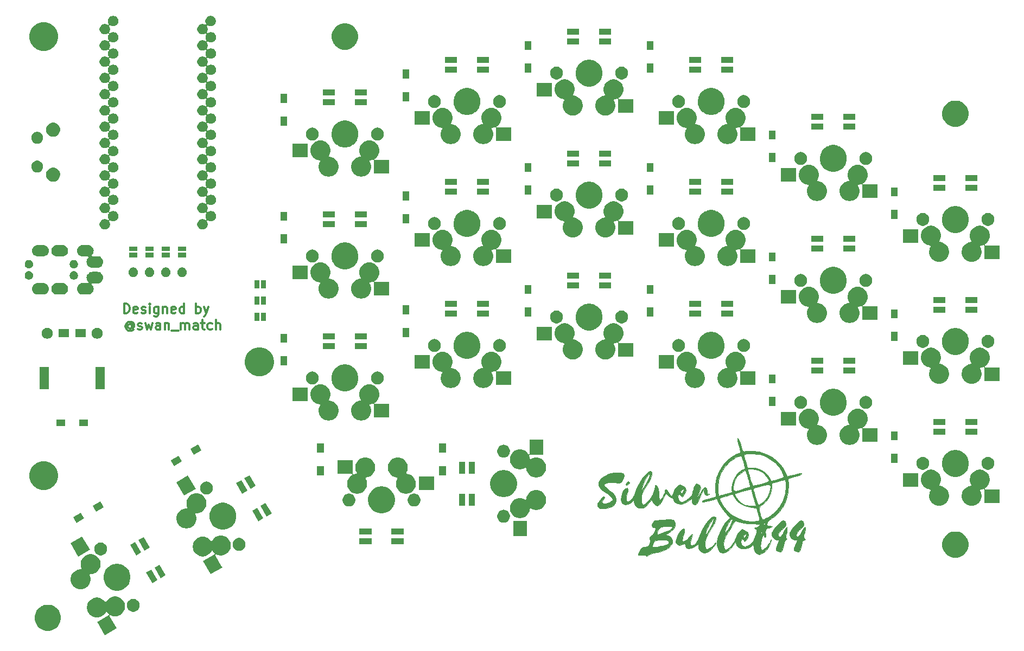
<source format=gts>
G04 #@! TF.GenerationSoftware,KiCad,Pcbnew,5.1.5+dfsg1-2build2*
G04 #@! TF.CreationDate,2020-12-13T18:08:21+09:00*
G04 #@! TF.ProjectId,silverbullet44,73696c76-6572-4627-956c-6c657434342e,rev?*
G04 #@! TF.SameCoordinates,Original*
G04 #@! TF.FileFunction,Soldermask,Top*
G04 #@! TF.FilePolarity,Negative*
%FSLAX46Y46*%
G04 Gerber Fmt 4.6, Leading zero omitted, Abs format (unit mm)*
G04 Created by KiCad (PCBNEW 5.1.5+dfsg1-2build2) date 2020-12-13 18:08:21*
%MOMM*%
%LPD*%
G04 APERTURE LIST*
%ADD10C,0.300000*%
%ADD11C,0.010000*%
%ADD12C,0.100000*%
G04 APERTURE END LIST*
D10*
X28425000Y-59093571D02*
X28425000Y-57593571D01*
X28782142Y-57593571D01*
X28996428Y-57665000D01*
X29139285Y-57807857D01*
X29210714Y-57950714D01*
X29282142Y-58236428D01*
X29282142Y-58450714D01*
X29210714Y-58736428D01*
X29139285Y-58879285D01*
X28996428Y-59022142D01*
X28782142Y-59093571D01*
X28425000Y-59093571D01*
X30496428Y-59022142D02*
X30353571Y-59093571D01*
X30067857Y-59093571D01*
X29925000Y-59022142D01*
X29853571Y-58879285D01*
X29853571Y-58307857D01*
X29925000Y-58165000D01*
X30067857Y-58093571D01*
X30353571Y-58093571D01*
X30496428Y-58165000D01*
X30567857Y-58307857D01*
X30567857Y-58450714D01*
X29853571Y-58593571D01*
X31139285Y-59022142D02*
X31282142Y-59093571D01*
X31567857Y-59093571D01*
X31710714Y-59022142D01*
X31782142Y-58879285D01*
X31782142Y-58807857D01*
X31710714Y-58665000D01*
X31567857Y-58593571D01*
X31353571Y-58593571D01*
X31210714Y-58522142D01*
X31139285Y-58379285D01*
X31139285Y-58307857D01*
X31210714Y-58165000D01*
X31353571Y-58093571D01*
X31567857Y-58093571D01*
X31710714Y-58165000D01*
X32425000Y-59093571D02*
X32425000Y-58093571D01*
X32425000Y-57593571D02*
X32353571Y-57665000D01*
X32425000Y-57736428D01*
X32496428Y-57665000D01*
X32425000Y-57593571D01*
X32425000Y-57736428D01*
X33782142Y-58093571D02*
X33782142Y-59307857D01*
X33710714Y-59450714D01*
X33639285Y-59522142D01*
X33496428Y-59593571D01*
X33282142Y-59593571D01*
X33139285Y-59522142D01*
X33782142Y-59022142D02*
X33639285Y-59093571D01*
X33353571Y-59093571D01*
X33210714Y-59022142D01*
X33139285Y-58950714D01*
X33067857Y-58807857D01*
X33067857Y-58379285D01*
X33139285Y-58236428D01*
X33210714Y-58165000D01*
X33353571Y-58093571D01*
X33639285Y-58093571D01*
X33782142Y-58165000D01*
X34496428Y-58093571D02*
X34496428Y-59093571D01*
X34496428Y-58236428D02*
X34567857Y-58165000D01*
X34710714Y-58093571D01*
X34925000Y-58093571D01*
X35067857Y-58165000D01*
X35139285Y-58307857D01*
X35139285Y-59093571D01*
X36425000Y-59022142D02*
X36282142Y-59093571D01*
X35996428Y-59093571D01*
X35853571Y-59022142D01*
X35782142Y-58879285D01*
X35782142Y-58307857D01*
X35853571Y-58165000D01*
X35996428Y-58093571D01*
X36282142Y-58093571D01*
X36425000Y-58165000D01*
X36496428Y-58307857D01*
X36496428Y-58450714D01*
X35782142Y-58593571D01*
X37782142Y-59093571D02*
X37782142Y-57593571D01*
X37782142Y-59022142D02*
X37639285Y-59093571D01*
X37353571Y-59093571D01*
X37210714Y-59022142D01*
X37139285Y-58950714D01*
X37067857Y-58807857D01*
X37067857Y-58379285D01*
X37139285Y-58236428D01*
X37210714Y-58165000D01*
X37353571Y-58093571D01*
X37639285Y-58093571D01*
X37782142Y-58165000D01*
X39639285Y-59093571D02*
X39639285Y-57593571D01*
X39639285Y-58165000D02*
X39782142Y-58093571D01*
X40067857Y-58093571D01*
X40210714Y-58165000D01*
X40282142Y-58236428D01*
X40353571Y-58379285D01*
X40353571Y-58807857D01*
X40282142Y-58950714D01*
X40210714Y-59022142D01*
X40067857Y-59093571D01*
X39782142Y-59093571D01*
X39639285Y-59022142D01*
X40853571Y-58093571D02*
X41210714Y-59093571D01*
X41567857Y-58093571D02*
X41210714Y-59093571D01*
X41067857Y-59450714D01*
X40996428Y-59522142D01*
X40853571Y-59593571D01*
X29639285Y-60929285D02*
X29567857Y-60857857D01*
X29425000Y-60786428D01*
X29282142Y-60786428D01*
X29139285Y-60857857D01*
X29067857Y-60929285D01*
X28996428Y-61072142D01*
X28996428Y-61215000D01*
X29067857Y-61357857D01*
X29139285Y-61429285D01*
X29282142Y-61500714D01*
X29425000Y-61500714D01*
X29567857Y-61429285D01*
X29639285Y-61357857D01*
X29639285Y-60786428D02*
X29639285Y-61357857D01*
X29710714Y-61429285D01*
X29782142Y-61429285D01*
X29925000Y-61357857D01*
X29996428Y-61215000D01*
X29996428Y-60857857D01*
X29853571Y-60643571D01*
X29639285Y-60500714D01*
X29353571Y-60429285D01*
X29067857Y-60500714D01*
X28853571Y-60643571D01*
X28710714Y-60857857D01*
X28639285Y-61143571D01*
X28710714Y-61429285D01*
X28853571Y-61643571D01*
X29067857Y-61786428D01*
X29353571Y-61857857D01*
X29639285Y-61786428D01*
X29853571Y-61643571D01*
X30567857Y-61572142D02*
X30710714Y-61643571D01*
X30996428Y-61643571D01*
X31139285Y-61572142D01*
X31210714Y-61429285D01*
X31210714Y-61357857D01*
X31139285Y-61215000D01*
X30996428Y-61143571D01*
X30782142Y-61143571D01*
X30639285Y-61072142D01*
X30567857Y-60929285D01*
X30567857Y-60857857D01*
X30639285Y-60715000D01*
X30782142Y-60643571D01*
X30996428Y-60643571D01*
X31139285Y-60715000D01*
X31710714Y-60643571D02*
X31996428Y-61643571D01*
X32282142Y-60929285D01*
X32567857Y-61643571D01*
X32853571Y-60643571D01*
X34067857Y-61643571D02*
X34067857Y-60857857D01*
X33996428Y-60715000D01*
X33853571Y-60643571D01*
X33567857Y-60643571D01*
X33425000Y-60715000D01*
X34067857Y-61572142D02*
X33925000Y-61643571D01*
X33567857Y-61643571D01*
X33425000Y-61572142D01*
X33353571Y-61429285D01*
X33353571Y-61286428D01*
X33425000Y-61143571D01*
X33567857Y-61072142D01*
X33925000Y-61072142D01*
X34067857Y-61000714D01*
X34782142Y-60643571D02*
X34782142Y-61643571D01*
X34782142Y-60786428D02*
X34853571Y-60715000D01*
X34996428Y-60643571D01*
X35210714Y-60643571D01*
X35353571Y-60715000D01*
X35425000Y-60857857D01*
X35425000Y-61643571D01*
X35782142Y-61786428D02*
X36925000Y-61786428D01*
X37282142Y-61643571D02*
X37282142Y-60643571D01*
X37282142Y-60786428D02*
X37353571Y-60715000D01*
X37496428Y-60643571D01*
X37710714Y-60643571D01*
X37853571Y-60715000D01*
X37925000Y-60857857D01*
X37925000Y-61643571D01*
X37925000Y-60857857D02*
X37996428Y-60715000D01*
X38139285Y-60643571D01*
X38353571Y-60643571D01*
X38496428Y-60715000D01*
X38567857Y-60857857D01*
X38567857Y-61643571D01*
X39925000Y-61643571D02*
X39925000Y-60857857D01*
X39853571Y-60715000D01*
X39710714Y-60643571D01*
X39425000Y-60643571D01*
X39282142Y-60715000D01*
X39925000Y-61572142D02*
X39782142Y-61643571D01*
X39425000Y-61643571D01*
X39282142Y-61572142D01*
X39210714Y-61429285D01*
X39210714Y-61286428D01*
X39282142Y-61143571D01*
X39425000Y-61072142D01*
X39782142Y-61072142D01*
X39925000Y-61000714D01*
X40425000Y-60643571D02*
X40996428Y-60643571D01*
X40639285Y-60143571D02*
X40639285Y-61429285D01*
X40710714Y-61572142D01*
X40853571Y-61643571D01*
X40996428Y-61643571D01*
X42139285Y-61572142D02*
X41996428Y-61643571D01*
X41710714Y-61643571D01*
X41567857Y-61572142D01*
X41496428Y-61500714D01*
X41424999Y-61357857D01*
X41424999Y-60929285D01*
X41496428Y-60786428D01*
X41567857Y-60715000D01*
X41710714Y-60643571D01*
X41996428Y-60643571D01*
X42139285Y-60715000D01*
X42782142Y-61643571D02*
X42782142Y-60143571D01*
X43424999Y-61643571D02*
X43424999Y-60857857D01*
X43353571Y-60715000D01*
X43210714Y-60643571D01*
X42996428Y-60643571D01*
X42853571Y-60715000D01*
X42782142Y-60786428D01*
D11*
G36*
X107187614Y-85422014D02*
G01*
X107251548Y-85587285D01*
X107123592Y-85771264D01*
X106890248Y-85944432D01*
X106722729Y-85965074D01*
X106680000Y-85876273D01*
X106748270Y-85703713D01*
X106861950Y-85527023D01*
X107038968Y-85366122D01*
X107187614Y-85422014D01*
G37*
X107187614Y-85422014D02*
X107251548Y-85587285D01*
X107123592Y-85771264D01*
X106890248Y-85944432D01*
X106722729Y-85965074D01*
X106680000Y-85876273D01*
X106748270Y-85703713D01*
X106861950Y-85527023D01*
X107038968Y-85366122D01*
X107187614Y-85422014D01*
G36*
X110550660Y-83772983D02*
G01*
X110734999Y-83958277D01*
X110740017Y-84306627D01*
X110564677Y-84821770D01*
X110207943Y-85507441D01*
X109953666Y-85927445D01*
X109609114Y-86485872D01*
X109379426Y-86897205D01*
X109238975Y-87225956D01*
X109162132Y-87536637D01*
X109123268Y-87893762D01*
X109113918Y-88041268D01*
X109111298Y-88591088D01*
X109191005Y-88908565D01*
X109368291Y-89006341D01*
X109658410Y-88897056D01*
X109924794Y-88713309D01*
X110521243Y-88113684D01*
X110932302Y-87358004D01*
X111134375Y-86635974D01*
X111221117Y-86207260D01*
X111289314Y-85988791D01*
X111366497Y-85941024D01*
X111480199Y-86024419D01*
X111527622Y-86071178D01*
X111664222Y-86277384D01*
X111752238Y-86603838D01*
X111805336Y-87108637D01*
X111816230Y-87298174D01*
X111848126Y-87774313D01*
X111887648Y-88144476D01*
X111927291Y-88341965D01*
X111935174Y-88355508D01*
X112037538Y-88307085D01*
X112206647Y-88092394D01*
X112405025Y-87776800D01*
X112595197Y-87425670D01*
X112739689Y-87104368D01*
X112801026Y-86878260D01*
X112799624Y-86847692D01*
X112817389Y-86636381D01*
X112940794Y-86600800D01*
X113118849Y-86716724D01*
X113300563Y-86959927D01*
X113376981Y-87122000D01*
X113579354Y-87499942D01*
X113781238Y-87625689D01*
X113968982Y-87499810D01*
X114128935Y-87122875D01*
X114131000Y-87115356D01*
X115248394Y-87115356D01*
X115391405Y-87185134D01*
X115555397Y-87077650D01*
X115674477Y-86854321D01*
X115697000Y-86697227D01*
X115697000Y-86430555D01*
X115427587Y-86699967D01*
X115263530Y-86933785D01*
X115248394Y-87115356D01*
X114131000Y-87115356D01*
X114137897Y-87090250D01*
X114327037Y-86647467D01*
X114609771Y-86242144D01*
X114672071Y-86177648D01*
X114926725Y-85948654D01*
X115109223Y-85874834D01*
X115330371Y-85935174D01*
X115510247Y-86018710D01*
X115819312Y-86203732D01*
X116014253Y-86389739D01*
X116032110Y-86423595D01*
X116053026Y-86783219D01*
X115909719Y-87210522D01*
X115716987Y-87509854D01*
X115479752Y-87802827D01*
X115244957Y-87528606D01*
X115049272Y-87354496D01*
X114922862Y-87393305D01*
X114911025Y-87410442D01*
X114812557Y-87777901D01*
X114904973Y-88173103D01*
X115055110Y-88385110D01*
X115281768Y-88548160D01*
X115547815Y-88555178D01*
X115714627Y-88513944D01*
X116047499Y-88355271D01*
X116416683Y-88087365D01*
X116757338Y-87770215D01*
X117004623Y-87463810D01*
X117094000Y-87237809D01*
X117131625Y-86999600D01*
X117227856Y-86624268D01*
X117303792Y-86374583D01*
X117494975Y-85930401D01*
X117707849Y-85734413D01*
X117953813Y-85781025D01*
X118153816Y-85957250D01*
X118301953Y-86155577D01*
X118347978Y-86360334D01*
X118288208Y-86642427D01*
X118118962Y-87072765D01*
X118092698Y-87134071D01*
X117925958Y-87565719D01*
X117880924Y-87783527D01*
X117944654Y-87789031D01*
X118104207Y-87583764D01*
X118346642Y-87169263D01*
X118383866Y-87099533D01*
X118658825Y-86629064D01*
X118879887Y-86371131D01*
X119062500Y-86296500D01*
X119228423Y-86342057D01*
X119316147Y-86520992D01*
X119356069Y-86846836D01*
X119397444Y-87187748D01*
X119474174Y-87326452D01*
X119610069Y-87316224D01*
X119753074Y-87274363D01*
X119705047Y-87354350D01*
X119624797Y-87437303D01*
X119371213Y-87570892D01*
X119135686Y-87498705D01*
X118958053Y-87268032D01*
X118878151Y-86926163D01*
X118914115Y-86593667D01*
X118942830Y-86413554D01*
X118891233Y-86433524D01*
X118781002Y-86621040D01*
X118633818Y-86943560D01*
X118562106Y-87122000D01*
X118220445Y-87951961D01*
X117929863Y-88541188D01*
X117686235Y-88896874D01*
X117485438Y-89026213D01*
X117470245Y-89027000D01*
X117211132Y-88912660D01*
X117028454Y-88616498D01*
X116966999Y-88249588D01*
X116967000Y-87963478D01*
X116617750Y-88289221D01*
X116117090Y-88679847D01*
X115645913Y-88869231D01*
X115332616Y-88900000D01*
X114746714Y-88815853D01*
X114339220Y-88569158D01*
X114154223Y-88265728D01*
X114004277Y-88000295D01*
X113824985Y-87884203D01*
X113818275Y-87884000D01*
X113594784Y-87801158D01*
X113318611Y-87598861D01*
X113288085Y-87570413D01*
X112960771Y-87256827D01*
X112453060Y-88173663D01*
X112147001Y-88685162D01*
X111903183Y-88991031D01*
X111694743Y-89123499D01*
X111654148Y-89132134D01*
X111346892Y-89066629D01*
X111049219Y-88841262D01*
X110836575Y-88535816D01*
X110784408Y-88230070D01*
X110787491Y-88215681D01*
X110825134Y-88030238D01*
X110775681Y-88074742D01*
X110702458Y-88193162D01*
X110535822Y-88423061D01*
X110266340Y-88752001D01*
X110061075Y-88986912D01*
X109751305Y-89305750D01*
X109500956Y-89470297D01*
X109217151Y-89529543D01*
X109021973Y-89535000D01*
X108637797Y-89503699D01*
X108390099Y-89375330D01*
X108212647Y-89166144D01*
X108032177Y-88835856D01*
X107950423Y-88534483D01*
X107950000Y-88517988D01*
X107936854Y-88361304D01*
X107864489Y-88342731D01*
X107683508Y-88474906D01*
X107501080Y-88632843D01*
X107046505Y-88939987D01*
X106633503Y-89009977D01*
X106227623Y-88848016D01*
X106200258Y-88829298D01*
X105977320Y-88557981D01*
X105918000Y-88186092D01*
X105969858Y-87794378D01*
X106103461Y-87343059D01*
X106285848Y-86911336D01*
X106484059Y-86578409D01*
X106649467Y-86428422D01*
X106897938Y-86416343D01*
X107011659Y-86600990D01*
X106976451Y-86955529D01*
X106959481Y-87015057D01*
X106796145Y-87657534D01*
X106745628Y-88127097D01*
X106799473Y-88379821D01*
X106985183Y-88492641D01*
X107242669Y-88417854D01*
X107529990Y-88194977D01*
X107805203Y-87863522D01*
X108026366Y-87463005D01*
X108135921Y-87120730D01*
X108262700Y-86716263D01*
X109095816Y-86716263D01*
X109095823Y-86716515D01*
X109154007Y-86721965D01*
X109303919Y-86542296D01*
X109519313Y-86217330D01*
X109773945Y-85786891D01*
X110041570Y-85290800D01*
X110062988Y-85249013D01*
X110292948Y-84755050D01*
X110410404Y-84408398D01*
X110416015Y-84228526D01*
X110310438Y-84234906D01*
X110094332Y-84447010D01*
X110038176Y-84515493D01*
X109877950Y-84772787D01*
X109677064Y-85171809D01*
X109466962Y-85639113D01*
X109279090Y-86101254D01*
X109144893Y-86484786D01*
X109095816Y-86716263D01*
X108262700Y-86716263D01*
X108288324Y-86634516D01*
X108541717Y-86085462D01*
X108866542Y-85514546D01*
X109233242Y-84962746D01*
X109612261Y-84471040D01*
X109974039Y-84080405D01*
X110289021Y-83831818D01*
X110527648Y-83766259D01*
X110550660Y-83772983D01*
G37*
X110550660Y-83772983D02*
X110734999Y-83958277D01*
X110740017Y-84306627D01*
X110564677Y-84821770D01*
X110207943Y-85507441D01*
X109953666Y-85927445D01*
X109609114Y-86485872D01*
X109379426Y-86897205D01*
X109238975Y-87225956D01*
X109162132Y-87536637D01*
X109123268Y-87893762D01*
X109113918Y-88041268D01*
X109111298Y-88591088D01*
X109191005Y-88908565D01*
X109368291Y-89006341D01*
X109658410Y-88897056D01*
X109924794Y-88713309D01*
X110521243Y-88113684D01*
X110932302Y-87358004D01*
X111134375Y-86635974D01*
X111221117Y-86207260D01*
X111289314Y-85988791D01*
X111366497Y-85941024D01*
X111480199Y-86024419D01*
X111527622Y-86071178D01*
X111664222Y-86277384D01*
X111752238Y-86603838D01*
X111805336Y-87108637D01*
X111816230Y-87298174D01*
X111848126Y-87774313D01*
X111887648Y-88144476D01*
X111927291Y-88341965D01*
X111935174Y-88355508D01*
X112037538Y-88307085D01*
X112206647Y-88092394D01*
X112405025Y-87776800D01*
X112595197Y-87425670D01*
X112739689Y-87104368D01*
X112801026Y-86878260D01*
X112799624Y-86847692D01*
X112817389Y-86636381D01*
X112940794Y-86600800D01*
X113118849Y-86716724D01*
X113300563Y-86959927D01*
X113376981Y-87122000D01*
X113579354Y-87499942D01*
X113781238Y-87625689D01*
X113968982Y-87499810D01*
X114128935Y-87122875D01*
X114131000Y-87115356D01*
X115248394Y-87115356D01*
X115391405Y-87185134D01*
X115555397Y-87077650D01*
X115674477Y-86854321D01*
X115697000Y-86697227D01*
X115697000Y-86430555D01*
X115427587Y-86699967D01*
X115263530Y-86933785D01*
X115248394Y-87115356D01*
X114131000Y-87115356D01*
X114137897Y-87090250D01*
X114327037Y-86647467D01*
X114609771Y-86242144D01*
X114672071Y-86177648D01*
X114926725Y-85948654D01*
X115109223Y-85874834D01*
X115330371Y-85935174D01*
X115510247Y-86018710D01*
X115819312Y-86203732D01*
X116014253Y-86389739D01*
X116032110Y-86423595D01*
X116053026Y-86783219D01*
X115909719Y-87210522D01*
X115716987Y-87509854D01*
X115479752Y-87802827D01*
X115244957Y-87528606D01*
X115049272Y-87354496D01*
X114922862Y-87393305D01*
X114911025Y-87410442D01*
X114812557Y-87777901D01*
X114904973Y-88173103D01*
X115055110Y-88385110D01*
X115281768Y-88548160D01*
X115547815Y-88555178D01*
X115714627Y-88513944D01*
X116047499Y-88355271D01*
X116416683Y-88087365D01*
X116757338Y-87770215D01*
X117004623Y-87463810D01*
X117094000Y-87237809D01*
X117131625Y-86999600D01*
X117227856Y-86624268D01*
X117303792Y-86374583D01*
X117494975Y-85930401D01*
X117707849Y-85734413D01*
X117953813Y-85781025D01*
X118153816Y-85957250D01*
X118301953Y-86155577D01*
X118347978Y-86360334D01*
X118288208Y-86642427D01*
X118118962Y-87072765D01*
X118092698Y-87134071D01*
X117925958Y-87565719D01*
X117880924Y-87783527D01*
X117944654Y-87789031D01*
X118104207Y-87583764D01*
X118346642Y-87169263D01*
X118383866Y-87099533D01*
X118658825Y-86629064D01*
X118879887Y-86371131D01*
X119062500Y-86296500D01*
X119228423Y-86342057D01*
X119316147Y-86520992D01*
X119356069Y-86846836D01*
X119397444Y-87187748D01*
X119474174Y-87326452D01*
X119610069Y-87316224D01*
X119753074Y-87274363D01*
X119705047Y-87354350D01*
X119624797Y-87437303D01*
X119371213Y-87570892D01*
X119135686Y-87498705D01*
X118958053Y-87268032D01*
X118878151Y-86926163D01*
X118914115Y-86593667D01*
X118942830Y-86413554D01*
X118891233Y-86433524D01*
X118781002Y-86621040D01*
X118633818Y-86943560D01*
X118562106Y-87122000D01*
X118220445Y-87951961D01*
X117929863Y-88541188D01*
X117686235Y-88896874D01*
X117485438Y-89026213D01*
X117470245Y-89027000D01*
X117211132Y-88912660D01*
X117028454Y-88616498D01*
X116966999Y-88249588D01*
X116967000Y-87963478D01*
X116617750Y-88289221D01*
X116117090Y-88679847D01*
X115645913Y-88869231D01*
X115332616Y-88900000D01*
X114746714Y-88815853D01*
X114339220Y-88569158D01*
X114154223Y-88265728D01*
X114004277Y-88000295D01*
X113824985Y-87884203D01*
X113818275Y-87884000D01*
X113594784Y-87801158D01*
X113318611Y-87598861D01*
X113288085Y-87570413D01*
X112960771Y-87256827D01*
X112453060Y-88173663D01*
X112147001Y-88685162D01*
X111903183Y-88991031D01*
X111694743Y-89123499D01*
X111654148Y-89132134D01*
X111346892Y-89066629D01*
X111049219Y-88841262D01*
X110836575Y-88535816D01*
X110784408Y-88230070D01*
X110787491Y-88215681D01*
X110825134Y-88030238D01*
X110775681Y-88074742D01*
X110702458Y-88193162D01*
X110535822Y-88423061D01*
X110266340Y-88752001D01*
X110061075Y-88986912D01*
X109751305Y-89305750D01*
X109500956Y-89470297D01*
X109217151Y-89529543D01*
X109021973Y-89535000D01*
X108637797Y-89503699D01*
X108390099Y-89375330D01*
X108212647Y-89166144D01*
X108032177Y-88835856D01*
X107950423Y-88534483D01*
X107950000Y-88517988D01*
X107936854Y-88361304D01*
X107864489Y-88342731D01*
X107683508Y-88474906D01*
X107501080Y-88632843D01*
X107046505Y-88939987D01*
X106633503Y-89009977D01*
X106227623Y-88848016D01*
X106200258Y-88829298D01*
X105977320Y-88557981D01*
X105918000Y-88186092D01*
X105969858Y-87794378D01*
X106103461Y-87343059D01*
X106285848Y-86911336D01*
X106484059Y-86578409D01*
X106649467Y-86428422D01*
X106897938Y-86416343D01*
X107011659Y-86600990D01*
X106976451Y-86955529D01*
X106959481Y-87015057D01*
X106796145Y-87657534D01*
X106745628Y-88127097D01*
X106799473Y-88379821D01*
X106985183Y-88492641D01*
X107242669Y-88417854D01*
X107529990Y-88194977D01*
X107805203Y-87863522D01*
X108026366Y-87463005D01*
X108135921Y-87120730D01*
X108262700Y-86716263D01*
X109095816Y-86716263D01*
X109095823Y-86716515D01*
X109154007Y-86721965D01*
X109303919Y-86542296D01*
X109519313Y-86217330D01*
X109773945Y-85786891D01*
X110041570Y-85290800D01*
X110062988Y-85249013D01*
X110292948Y-84755050D01*
X110410404Y-84408398D01*
X110416015Y-84228526D01*
X110310438Y-84234906D01*
X110094332Y-84447010D01*
X110038176Y-84515493D01*
X109877950Y-84772787D01*
X109677064Y-85171809D01*
X109466962Y-85639113D01*
X109279090Y-86101254D01*
X109144893Y-86484786D01*
X109095816Y-86716263D01*
X108262700Y-86716263D01*
X108288324Y-86634516D01*
X108541717Y-86085462D01*
X108866542Y-85514546D01*
X109233242Y-84962746D01*
X109612261Y-84471040D01*
X109974039Y-84080405D01*
X110289021Y-83831818D01*
X110527648Y-83766259D01*
X110550660Y-83772983D01*
G36*
X105817972Y-84042856D02*
G01*
X106182414Y-84112046D01*
X106370271Y-84213598D01*
X106371034Y-84214809D01*
X106391937Y-84439781D01*
X106312671Y-84782685D01*
X106167930Y-85146212D01*
X105992406Y-85433053D01*
X105907554Y-85514822D01*
X105655548Y-85623365D01*
X105318887Y-85613149D01*
X105117447Y-85572816D01*
X104581108Y-85503955D01*
X104050602Y-85524953D01*
X103617356Y-85627415D01*
X103439187Y-85726918D01*
X103328731Y-85906500D01*
X103405767Y-86128419D01*
X103684955Y-86413688D01*
X104171804Y-86777026D01*
X104764142Y-87267966D01*
X105104812Y-87754171D01*
X105195944Y-88241060D01*
X105039665Y-88734052D01*
X104979606Y-88832794D01*
X104633997Y-89221751D01*
X104174122Y-89466360D01*
X103537685Y-89599109D01*
X103502477Y-89603131D01*
X103025346Y-89630304D01*
X102705836Y-89574508D01*
X102520750Y-89473474D01*
X102307792Y-89245000D01*
X102234999Y-89044817D01*
X102309969Y-88803502D01*
X102497726Y-88479762D01*
X102742539Y-88148086D01*
X102988679Y-87882964D01*
X103180417Y-87758886D01*
X103198486Y-87757000D01*
X103355745Y-87812757D01*
X103317351Y-87994046D01*
X103183460Y-88194023D01*
X102992425Y-88539882D01*
X103010575Y-88769369D01*
X103216106Y-88871745D01*
X103587209Y-88836273D01*
X104102081Y-88652214D01*
X104108250Y-88649420D01*
X104461979Y-88447670D01*
X104621877Y-88235668D01*
X104579610Y-87993400D01*
X104326845Y-87700853D01*
X103855248Y-87338013D01*
X103450456Y-87069709D01*
X102963369Y-86702702D01*
X102621332Y-86331857D01*
X102536823Y-86190261D01*
X102412530Y-85881874D01*
X102416498Y-85649474D01*
X102543254Y-85361879D01*
X102902656Y-84896282D01*
X103437715Y-84484530D01*
X104070090Y-84180180D01*
X104416895Y-84080954D01*
X104860037Y-84022160D01*
X105352122Y-84011178D01*
X105817972Y-84042856D01*
G37*
X105817972Y-84042856D02*
X106182414Y-84112046D01*
X106370271Y-84213598D01*
X106371034Y-84214809D01*
X106391937Y-84439781D01*
X106312671Y-84782685D01*
X106167930Y-85146212D01*
X105992406Y-85433053D01*
X105907554Y-85514822D01*
X105655548Y-85623365D01*
X105318887Y-85613149D01*
X105117447Y-85572816D01*
X104581108Y-85503955D01*
X104050602Y-85524953D01*
X103617356Y-85627415D01*
X103439187Y-85726918D01*
X103328731Y-85906500D01*
X103405767Y-86128419D01*
X103684955Y-86413688D01*
X104171804Y-86777026D01*
X104764142Y-87267966D01*
X105104812Y-87754171D01*
X105195944Y-88241060D01*
X105039665Y-88734052D01*
X104979606Y-88832794D01*
X104633997Y-89221751D01*
X104174122Y-89466360D01*
X103537685Y-89599109D01*
X103502477Y-89603131D01*
X103025346Y-89630304D01*
X102705836Y-89574508D01*
X102520750Y-89473474D01*
X102307792Y-89245000D01*
X102234999Y-89044817D01*
X102309969Y-88803502D01*
X102497726Y-88479762D01*
X102742539Y-88148086D01*
X102988679Y-87882964D01*
X103180417Y-87758886D01*
X103198486Y-87757000D01*
X103355745Y-87812757D01*
X103317351Y-87994046D01*
X103183460Y-88194023D01*
X102992425Y-88539882D01*
X103010575Y-88769369D01*
X103216106Y-88871745D01*
X103587209Y-88836273D01*
X104102081Y-88652214D01*
X104108250Y-88649420D01*
X104461979Y-88447670D01*
X104621877Y-88235668D01*
X104579610Y-87993400D01*
X104326845Y-87700853D01*
X103855248Y-87338013D01*
X103450456Y-87069709D01*
X102963369Y-86702702D01*
X102621332Y-86331857D01*
X102536823Y-86190261D01*
X102412530Y-85881874D01*
X102416498Y-85649474D01*
X102543254Y-85361879D01*
X102902656Y-84896282D01*
X103437715Y-84484530D01*
X104070090Y-84180180D01*
X104416895Y-84080954D01*
X104860037Y-84022160D01*
X105352122Y-84011178D01*
X105817972Y-84042856D01*
G36*
X134257625Y-91540048D02*
G01*
X134361531Y-91685650D01*
X134485441Y-92088484D01*
X134374626Y-92430882D01*
X134060556Y-92719574D01*
X133720344Y-93007701D01*
X133448375Y-93336026D01*
X133289021Y-93639545D01*
X133286656Y-93853253D01*
X133286661Y-93853260D01*
X133473899Y-93994749D01*
X133700157Y-93898063D01*
X133951747Y-93573501D01*
X134136703Y-93213801D01*
X134330014Y-92826664D01*
X134501702Y-92553538D01*
X134609778Y-92456000D01*
X134679238Y-92567003D01*
X134667655Y-92866366D01*
X134580446Y-93303615D01*
X134481416Y-93651721D01*
X134431699Y-93980198D01*
X134553823Y-94230302D01*
X134575479Y-94254971D01*
X134712589Y-94427379D01*
X134658778Y-94483352D01*
X134528915Y-94488000D01*
X134340945Y-94550886D01*
X134230509Y-94779258D01*
X134192845Y-94964250D01*
X134064875Y-95625043D01*
X133930440Y-96062389D01*
X133776144Y-96306742D01*
X133588592Y-96388561D01*
X133566280Y-96388960D01*
X133241238Y-96315681D01*
X133082233Y-96229359D01*
X132960542Y-96091462D01*
X132947915Y-95890445D01*
X133028311Y-95566649D01*
X133164073Y-95165517D01*
X133307118Y-94823236D01*
X133332296Y-94773750D01*
X133417774Y-94569477D01*
X133329536Y-94495747D01*
X133132218Y-94486055D01*
X132738855Y-94430259D01*
X132480332Y-94226702D01*
X132353012Y-94020099D01*
X132238406Y-93722895D01*
X132243128Y-93437029D01*
X132385996Y-93113620D01*
X132685829Y-92703785D01*
X133000750Y-92337538D01*
X133462422Y-91849031D01*
X133809394Y-91561136D01*
X134066263Y-91462069D01*
X134257625Y-91540048D01*
G37*
X134257625Y-91540048D02*
X134361531Y-91685650D01*
X134485441Y-92088484D01*
X134374626Y-92430882D01*
X134060556Y-92719574D01*
X133720344Y-93007701D01*
X133448375Y-93336026D01*
X133289021Y-93639545D01*
X133286656Y-93853253D01*
X133286661Y-93853260D01*
X133473899Y-93994749D01*
X133700157Y-93898063D01*
X133951747Y-93573501D01*
X134136703Y-93213801D01*
X134330014Y-92826664D01*
X134501702Y-92553538D01*
X134609778Y-92456000D01*
X134679238Y-92567003D01*
X134667655Y-92866366D01*
X134580446Y-93303615D01*
X134481416Y-93651721D01*
X134431699Y-93980198D01*
X134553823Y-94230302D01*
X134575479Y-94254971D01*
X134712589Y-94427379D01*
X134658778Y-94483352D01*
X134528915Y-94488000D01*
X134340945Y-94550886D01*
X134230509Y-94779258D01*
X134192845Y-94964250D01*
X134064875Y-95625043D01*
X133930440Y-96062389D01*
X133776144Y-96306742D01*
X133588592Y-96388561D01*
X133566280Y-96388960D01*
X133241238Y-96315681D01*
X133082233Y-96229359D01*
X132960542Y-96091462D01*
X132947915Y-95890445D01*
X133028311Y-95566649D01*
X133164073Y-95165517D01*
X133307118Y-94823236D01*
X133332296Y-94773750D01*
X133417774Y-94569477D01*
X133329536Y-94495747D01*
X133132218Y-94486055D01*
X132738855Y-94430259D01*
X132480332Y-94226702D01*
X132353012Y-94020099D01*
X132238406Y-93722895D01*
X132243128Y-93437029D01*
X132385996Y-93113620D01*
X132685829Y-92703785D01*
X133000750Y-92337538D01*
X133462422Y-91849031D01*
X133809394Y-91561136D01*
X134066263Y-91462069D01*
X134257625Y-91540048D01*
G36*
X131466361Y-91542562D02*
G01*
X131567531Y-91685650D01*
X131694521Y-92093738D01*
X131584451Y-92430597D01*
X131267640Y-92701878D01*
X130889650Y-92994051D01*
X130623066Y-93311659D01*
X130485329Y-93609674D01*
X130493877Y-93843068D01*
X130666151Y-93966811D01*
X130774264Y-93975801D01*
X130975351Y-93851011D01*
X131213651Y-93481012D01*
X131342703Y-93213801D01*
X131533632Y-92826943D01*
X131699405Y-92553859D01*
X131799986Y-92456000D01*
X131842896Y-92566487D01*
X131838312Y-92844700D01*
X131795406Y-93210768D01*
X131723350Y-93584818D01*
X131637402Y-93871903D01*
X131631621Y-94089993D01*
X131690341Y-94165149D01*
X131819128Y-94327675D01*
X131757658Y-94463086D01*
X131649633Y-94488000D01*
X131508349Y-94603819D01*
X131398903Y-94906653D01*
X131387477Y-94964250D01*
X131248931Y-95628517D01*
X131108033Y-96068035D01*
X130951960Y-96311835D01*
X130767886Y-96388952D01*
X130758147Y-96388960D01*
X130438875Y-96309405D01*
X130260818Y-96209313D01*
X130142140Y-96101209D01*
X130103932Y-95971442D01*
X130151739Y-95754677D01*
X130291105Y-95385582D01*
X130341305Y-95260852D01*
X130653474Y-94488000D01*
X130318987Y-94486055D01*
X129931773Y-94425904D01*
X129673169Y-94208736D01*
X129559012Y-94020099D01*
X129444933Y-93725536D01*
X129448458Y-93442232D01*
X129588370Y-93121103D01*
X129883450Y-92713065D01*
X130202835Y-92337563D01*
X130664089Y-91845655D01*
X131012645Y-91556725D01*
X131272178Y-91459464D01*
X131466361Y-91542562D01*
G37*
X131466361Y-91542562D02*
X131567531Y-91685650D01*
X131694521Y-92093738D01*
X131584451Y-92430597D01*
X131267640Y-92701878D01*
X130889650Y-92994051D01*
X130623066Y-93311659D01*
X130485329Y-93609674D01*
X130493877Y-93843068D01*
X130666151Y-93966811D01*
X130774264Y-93975801D01*
X130975351Y-93851011D01*
X131213651Y-93481012D01*
X131342703Y-93213801D01*
X131533632Y-92826943D01*
X131699405Y-92553859D01*
X131799986Y-92456000D01*
X131842896Y-92566487D01*
X131838312Y-92844700D01*
X131795406Y-93210768D01*
X131723350Y-93584818D01*
X131637402Y-93871903D01*
X131631621Y-94089993D01*
X131690341Y-94165149D01*
X131819128Y-94327675D01*
X131757658Y-94463086D01*
X131649633Y-94488000D01*
X131508349Y-94603819D01*
X131398903Y-94906653D01*
X131387477Y-94964250D01*
X131248931Y-95628517D01*
X131108033Y-96068035D01*
X130951960Y-96311835D01*
X130767886Y-96388952D01*
X130758147Y-96388960D01*
X130438875Y-96309405D01*
X130260818Y-96209313D01*
X130142140Y-96101209D01*
X130103932Y-95971442D01*
X130151739Y-95754677D01*
X130291105Y-95385582D01*
X130341305Y-95260852D01*
X130653474Y-94488000D01*
X130318987Y-94486055D01*
X129931773Y-94425904D01*
X129673169Y-94208736D01*
X129559012Y-94020099D01*
X129444933Y-93725536D01*
X129448458Y-93442232D01*
X129588370Y-93121103D01*
X129883450Y-92713065D01*
X130202835Y-92337563D01*
X130664089Y-91845655D01*
X131012645Y-91556725D01*
X131272178Y-91459464D01*
X131466361Y-91542562D01*
G36*
X120702623Y-90972526D02*
G01*
X120741163Y-91289031D01*
X120594025Y-91773729D01*
X120261792Y-92424685D01*
X119754344Y-93226258D01*
X119474400Y-93691522D01*
X119240243Y-94172149D01*
X119126880Y-94484730D01*
X119051454Y-94947090D01*
X119056213Y-95402468D01*
X119133647Y-95768195D01*
X119260235Y-95952971D01*
X119450827Y-95941403D01*
X119748087Y-95799597D01*
X120077526Y-95575354D01*
X120364654Y-95316477D01*
X120483188Y-95168170D01*
X120643888Y-94968084D01*
X120744557Y-94921224D01*
X120721257Y-95060069D01*
X120565817Y-95321347D01*
X120322467Y-95644701D01*
X120035433Y-95969778D01*
X119832708Y-96165588D01*
X119371197Y-96448805D01*
X118899793Y-96524597D01*
X118475996Y-96392245D01*
X118246217Y-96185372D01*
X118058233Y-95836345D01*
X117983000Y-95486076D01*
X117983000Y-95121406D01*
X117455945Y-95503203D01*
X116961514Y-95781926D01*
X116528517Y-95878362D01*
X116193352Y-95797792D01*
X115992414Y-95545497D01*
X115951000Y-95284838D01*
X115936044Y-95092827D01*
X115844585Y-95059792D01*
X115606737Y-95167539D01*
X115571095Y-95185933D01*
X115145278Y-95315147D01*
X114776275Y-95265295D01*
X114528089Y-95051703D01*
X114477007Y-94923954D01*
X114497421Y-94644774D01*
X114628858Y-94235259D01*
X114834608Y-93771697D01*
X115077965Y-93330373D01*
X115322221Y-92987574D01*
X115477344Y-92845024D01*
X115718226Y-92751473D01*
X115834156Y-92856068D01*
X115826953Y-93167200D01*
X115698436Y-93693257D01*
X115676823Y-93765089D01*
X115556614Y-94199267D01*
X115487434Y-94532131D01*
X115483029Y-94696379D01*
X115485829Y-94700162D01*
X115694217Y-94748078D01*
X115989073Y-94631278D01*
X116303550Y-94387558D01*
X116539135Y-94104640D01*
X116819786Y-93725609D01*
X116999956Y-93577726D01*
X117072323Y-93655838D01*
X117029564Y-93954794D01*
X116903500Y-94361000D01*
X116749626Y-94876440D01*
X116726839Y-95198887D01*
X116836681Y-95353829D01*
X116964996Y-95377000D01*
X117313850Y-95262541D01*
X117663485Y-94958225D01*
X117961853Y-94522636D01*
X118149669Y-94043500D01*
X118343099Y-93478949D01*
X118355730Y-93452494D01*
X119149791Y-93452494D01*
X119155626Y-93594103D01*
X119253918Y-93545169D01*
X119432636Y-93315201D01*
X119679745Y-92913704D01*
X119983212Y-92350187D01*
X120148481Y-92018533D01*
X120325979Y-91626700D01*
X120434956Y-91331779D01*
X120452102Y-91199768D01*
X120319193Y-91221667D01*
X120114828Y-91427925D01*
X119872973Y-91771815D01*
X119627595Y-92206608D01*
X119463627Y-92559621D01*
X119248447Y-93110835D01*
X119149791Y-93452494D01*
X118355730Y-93452494D01*
X118629407Y-92879300D01*
X118978163Y-92286608D01*
X119358932Y-91742929D01*
X119741284Y-91290318D01*
X120094785Y-90970830D01*
X120389003Y-90826521D01*
X120477821Y-90826149D01*
X120702623Y-90972526D01*
G37*
X120702623Y-90972526D02*
X120741163Y-91289031D01*
X120594025Y-91773729D01*
X120261792Y-92424685D01*
X119754344Y-93226258D01*
X119474400Y-93691522D01*
X119240243Y-94172149D01*
X119126880Y-94484730D01*
X119051454Y-94947090D01*
X119056213Y-95402468D01*
X119133647Y-95768195D01*
X119260235Y-95952971D01*
X119450827Y-95941403D01*
X119748087Y-95799597D01*
X120077526Y-95575354D01*
X120364654Y-95316477D01*
X120483188Y-95168170D01*
X120643888Y-94968084D01*
X120744557Y-94921224D01*
X120721257Y-95060069D01*
X120565817Y-95321347D01*
X120322467Y-95644701D01*
X120035433Y-95969778D01*
X119832708Y-96165588D01*
X119371197Y-96448805D01*
X118899793Y-96524597D01*
X118475996Y-96392245D01*
X118246217Y-96185372D01*
X118058233Y-95836345D01*
X117983000Y-95486076D01*
X117983000Y-95121406D01*
X117455945Y-95503203D01*
X116961514Y-95781926D01*
X116528517Y-95878362D01*
X116193352Y-95797792D01*
X115992414Y-95545497D01*
X115951000Y-95284838D01*
X115936044Y-95092827D01*
X115844585Y-95059792D01*
X115606737Y-95167539D01*
X115571095Y-95185933D01*
X115145278Y-95315147D01*
X114776275Y-95265295D01*
X114528089Y-95051703D01*
X114477007Y-94923954D01*
X114497421Y-94644774D01*
X114628858Y-94235259D01*
X114834608Y-93771697D01*
X115077965Y-93330373D01*
X115322221Y-92987574D01*
X115477344Y-92845024D01*
X115718226Y-92751473D01*
X115834156Y-92856068D01*
X115826953Y-93167200D01*
X115698436Y-93693257D01*
X115676823Y-93765089D01*
X115556614Y-94199267D01*
X115487434Y-94532131D01*
X115483029Y-94696379D01*
X115485829Y-94700162D01*
X115694217Y-94748078D01*
X115989073Y-94631278D01*
X116303550Y-94387558D01*
X116539135Y-94104640D01*
X116819786Y-93725609D01*
X116999956Y-93577726D01*
X117072323Y-93655838D01*
X117029564Y-93954794D01*
X116903500Y-94361000D01*
X116749626Y-94876440D01*
X116726839Y-95198887D01*
X116836681Y-95353829D01*
X116964996Y-95377000D01*
X117313850Y-95262541D01*
X117663485Y-94958225D01*
X117961853Y-94522636D01*
X118149669Y-94043500D01*
X118343099Y-93478949D01*
X118355730Y-93452494D01*
X119149791Y-93452494D01*
X119155626Y-93594103D01*
X119253918Y-93545169D01*
X119432636Y-93315201D01*
X119679745Y-92913704D01*
X119983212Y-92350187D01*
X120148481Y-92018533D01*
X120325979Y-91626700D01*
X120434956Y-91331779D01*
X120452102Y-91199768D01*
X120319193Y-91221667D01*
X120114828Y-91427925D01*
X119872973Y-91771815D01*
X119627595Y-92206608D01*
X119463627Y-92559621D01*
X119248447Y-93110835D01*
X119149791Y-93452494D01*
X118355730Y-93452494D01*
X118629407Y-92879300D01*
X118978163Y-92286608D01*
X119358932Y-91742929D01*
X119741284Y-91290318D01*
X120094785Y-90970830D01*
X120389003Y-90826521D01*
X120477821Y-90826149D01*
X120702623Y-90972526D01*
G36*
X124271736Y-78726830D02*
G01*
X124416112Y-79026725D01*
X124520954Y-79343250D01*
X124690952Y-79937044D01*
X124814078Y-80326839D01*
X124910378Y-80553658D01*
X124999897Y-80658530D01*
X125102682Y-80682479D01*
X125172168Y-80676017D01*
X125412953Y-80658937D01*
X125823375Y-80644213D01*
X126319074Y-80634788D01*
X126370993Y-80634241D01*
X127524488Y-80745552D01*
X128617748Y-81087694D01*
X129616977Y-81638877D01*
X130488380Y-82377312D01*
X131198161Y-83281208D01*
X131576079Y-83990144D01*
X131738136Y-84326622D01*
X131866797Y-84541029D01*
X131911915Y-84582000D01*
X132060813Y-84550593D01*
X132391328Y-84467102D01*
X132840401Y-84347618D01*
X132986447Y-84307808D01*
X133458918Y-84190503D01*
X133833680Y-84120180D01*
X134047391Y-84107966D01*
X134070641Y-84117308D01*
X134112011Y-84206896D01*
X134024128Y-84296922D01*
X133773423Y-84403699D01*
X133326325Y-84543538D01*
X133006815Y-84634251D01*
X132016500Y-84910300D01*
X132060856Y-85868604D01*
X132004145Y-87037954D01*
X131737295Y-88156843D01*
X131279354Y-89187232D01*
X130649368Y-90091083D01*
X129866384Y-90830359D01*
X129430097Y-91122500D01*
X129073700Y-91366078D01*
X128839556Y-91592077D01*
X128780520Y-91715362D01*
X128732159Y-92029211D01*
X128700912Y-92128112D01*
X128697901Y-92255714D01*
X128850906Y-92318321D01*
X129177162Y-92337595D01*
X129469858Y-92353949D01*
X129550883Y-92397514D01*
X129409890Y-92478452D01*
X129036530Y-92606929D01*
X128841500Y-92667307D01*
X128611819Y-92768921D01*
X128496273Y-92935634D01*
X128477424Y-93227652D01*
X128537835Y-93705181D01*
X128538925Y-93712000D01*
X128522694Y-93963443D01*
X128438542Y-94068569D01*
X128307811Y-94004702D01*
X128241936Y-93828569D01*
X128200740Y-93675474D01*
X128133205Y-93703538D01*
X128008368Y-93936186D01*
X127957848Y-94043500D01*
X127816139Y-94458965D01*
X127730152Y-94934575D01*
X127701607Y-95403451D01*
X127732219Y-95798712D01*
X127823709Y-96053481D01*
X127904749Y-96110402D01*
X128139241Y-96044271D01*
X128442225Y-95809476D01*
X128760819Y-95460477D01*
X129042140Y-95051733D01*
X129166293Y-94811216D01*
X129314000Y-94524231D01*
X129391501Y-94455378D01*
X129391872Y-94576796D01*
X129308189Y-94860626D01*
X129229001Y-95063529D01*
X128913393Y-95653109D01*
X128512100Y-96161589D01*
X128072937Y-96542611D01*
X127643716Y-96749815D01*
X127464876Y-96774000D01*
X127237949Y-96698766D01*
X126993557Y-96540320D01*
X126743627Y-96188562D01*
X126630237Y-95766198D01*
X126555500Y-95225756D01*
X126201855Y-95504552D01*
X125743964Y-95751028D01*
X125226398Y-95855193D01*
X124716267Y-95823622D01*
X124280678Y-95662889D01*
X123986740Y-95379568D01*
X123940407Y-95283009D01*
X123876706Y-95008918D01*
X123895086Y-94858342D01*
X123923325Y-94747476D01*
X123909234Y-94742000D01*
X123815189Y-94839766D01*
X123632038Y-95092497D01*
X123461209Y-95350181D01*
X122962053Y-95988447D01*
X122443967Y-96379290D01*
X121911136Y-96519612D01*
X121881325Y-96520000D01*
X121443832Y-96425139D01*
X121136280Y-96131229D01*
X120946932Y-95624282D01*
X120900672Y-95351063D01*
X120893114Y-95190094D01*
X121954700Y-95190094D01*
X122029369Y-95662750D01*
X122149107Y-95911376D01*
X122288572Y-95990816D01*
X122517852Y-95910480D01*
X122772167Y-95762483D01*
X123228558Y-95365472D01*
X123626430Y-94800245D01*
X123907683Y-94152585D01*
X123940507Y-94037451D01*
X123977812Y-93950888D01*
X125026470Y-93950888D01*
X125036324Y-94114806D01*
X125152390Y-94180130D01*
X125327255Y-94036856D01*
X125368555Y-93987387D01*
X125511948Y-93742144D01*
X125523407Y-93572961D01*
X125388880Y-93555930D01*
X125191175Y-93700379D01*
X125026470Y-93950888D01*
X123977812Y-93950888D01*
X124127906Y-93602615D01*
X124413710Y-93201936D01*
X124463996Y-93150670D01*
X124853044Y-92777939D01*
X125323272Y-93029719D01*
X125706405Y-93343365D01*
X125851478Y-93728587D01*
X125753380Y-94155719D01*
X125564904Y-94432416D01*
X125258972Y-94788084D01*
X125024067Y-94513734D01*
X124828325Y-94339544D01*
X124701893Y-94378265D01*
X124690025Y-94395442D01*
X124592221Y-94765560D01*
X124717328Y-95154118D01*
X124889445Y-95362856D01*
X125111121Y-95543165D01*
X125304034Y-95574471D01*
X125591341Y-95473336D01*
X125619695Y-95461063D01*
X126163895Y-95144438D01*
X126555384Y-94709967D01*
X126837297Y-94102915D01*
X126928974Y-93799765D01*
X126971502Y-93636941D01*
X127734909Y-93636941D01*
X127742784Y-93785107D01*
X127765989Y-93787034D01*
X127863693Y-93628776D01*
X127954203Y-93337235D01*
X127954814Y-93334462D01*
X128004868Y-93000756D01*
X127975361Y-92897109D01*
X127892645Y-93022716D01*
X127792365Y-93339430D01*
X127734909Y-93636941D01*
X126971502Y-93636941D01*
X127046093Y-93351363D01*
X127094053Y-93081986D01*
X127072315Y-92926107D01*
X126980343Y-92818194D01*
X126920533Y-92771330D01*
X126760355Y-92635535D01*
X126817912Y-92592125D01*
X126959178Y-92587039D01*
X127237941Y-92507012D01*
X127497069Y-92325645D01*
X127631941Y-92119895D01*
X127634992Y-92089990D01*
X128143000Y-92089990D01*
X128193104Y-92260827D01*
X128270000Y-92265500D01*
X128375605Y-92086887D01*
X128397000Y-91933009D01*
X128346895Y-91762172D01*
X128270000Y-91757500D01*
X128164394Y-91936112D01*
X128143000Y-92089990D01*
X127634992Y-92089990D01*
X127635000Y-92089921D01*
X127517087Y-92049770D01*
X127199646Y-92017587D01*
X126737120Y-91997623D01*
X126396750Y-91993236D01*
X125707917Y-91976843D01*
X125167802Y-91917601D01*
X124672111Y-91795097D01*
X124116555Y-91588918D01*
X123928205Y-91510071D01*
X123764746Y-91508186D01*
X123599006Y-91678148D01*
X123434079Y-91969215D01*
X123209130Y-92374068D01*
X122909285Y-92866342D01*
X122656537Y-93253954D01*
X122281165Y-93920098D01*
X122042073Y-94585243D01*
X121954700Y-95190094D01*
X120893114Y-95190094D01*
X120876325Y-94832525D01*
X120964953Y-94339107D01*
X121082700Y-93988555D01*
X121305112Y-93459978D01*
X122067182Y-93459978D01*
X122075869Y-93596232D01*
X122183084Y-93531310D01*
X122379018Y-93271291D01*
X122653862Y-92822256D01*
X122997806Y-92190284D01*
X123006023Y-92174471D01*
X123183939Y-91791274D01*
X123296480Y-91471057D01*
X123317000Y-91351858D01*
X123264965Y-91239983D01*
X123127464Y-91319258D01*
X122932401Y-91553535D01*
X122707680Y-91906669D01*
X122481205Y-92342513D01*
X122384627Y-92559621D01*
X122166831Y-93116467D01*
X122067182Y-93459978D01*
X121305112Y-93459978D01*
X121382060Y-93277107D01*
X121732888Y-92581047D01*
X122097560Y-91967000D01*
X122438456Y-91501591D01*
X122560870Y-91370875D01*
X122927183Y-91019925D01*
X122235720Y-90273063D01*
X121839534Y-89795041D01*
X121465839Y-89260087D01*
X121195810Y-88784539D01*
X120877793Y-88107648D01*
X121354885Y-88107648D01*
X121415321Y-88376646D01*
X121629417Y-88787930D01*
X121741426Y-88983962D01*
X122346520Y-89804307D01*
X123128339Y-90504449D01*
X124036126Y-91057778D01*
X125019121Y-91437687D01*
X126026567Y-91617565D01*
X126746000Y-91607514D01*
X127125332Y-91561779D01*
X127404386Y-91516995D01*
X127463369Y-91502948D01*
X127516713Y-91384312D01*
X127479408Y-91075032D01*
X127348657Y-90554409D01*
X127323081Y-90464678D01*
X127072220Y-89594006D01*
X127479195Y-89594006D01*
X127516929Y-89948901D01*
X127650468Y-90466763D01*
X127698738Y-90634117D01*
X127821755Y-91027818D01*
X127925769Y-91227273D01*
X128056242Y-91283920D01*
X128245286Y-91252510D01*
X128548749Y-91135451D01*
X128947426Y-90929369D01*
X129181028Y-90789008D01*
X130039777Y-90102933D01*
X130740981Y-89261457D01*
X131262537Y-88307789D01*
X131582344Y-87285142D01*
X131678301Y-86236728D01*
X131661580Y-85939284D01*
X131615709Y-85530740D01*
X131566141Y-85236140D01*
X131532703Y-85135370D01*
X131390600Y-85138537D01*
X131065390Y-85200440D01*
X130617837Y-85308799D01*
X130442070Y-85355828D01*
X129413000Y-85637848D01*
X129413000Y-86365422D01*
X129291489Y-87223021D01*
X128940768Y-87996333D01*
X128381553Y-88646378D01*
X128074833Y-88883272D01*
X127744747Y-89123576D01*
X127550667Y-89339693D01*
X127479195Y-89594006D01*
X127072220Y-89594006D01*
X127036923Y-89471500D01*
X126218597Y-89399906D01*
X125298841Y-89209876D01*
X124526650Y-88813317D01*
X123900947Y-88209668D01*
X123875633Y-88176860D01*
X123634504Y-87844246D01*
X123463288Y-87578422D01*
X123417078Y-87485736D01*
X123325711Y-87422379D01*
X123093064Y-87434058D01*
X122682010Y-87525461D01*
X122321913Y-87624045D01*
X121785544Y-87784379D01*
X121470747Y-87927903D01*
X121354885Y-88107648D01*
X120877793Y-88107648D01*
X120847362Y-88042877D01*
X119954931Y-88286362D01*
X119482002Y-88416190D01*
X119084848Y-88526644D01*
X118846199Y-88594706D01*
X118840250Y-88596482D01*
X118652300Y-88580603D01*
X118618000Y-88490398D01*
X118732267Y-88356052D01*
X119030936Y-88216710D01*
X119221250Y-88158510D01*
X119693828Y-88033758D01*
X120151173Y-87912937D01*
X120276441Y-87879820D01*
X120728383Y-87760300D01*
X120674087Y-86624652D01*
X120666755Y-86260743D01*
X121032734Y-86260743D01*
X121047770Y-86729119D01*
X121085237Y-87157160D01*
X121136713Y-87477900D01*
X121193776Y-87624376D01*
X121204562Y-87626978D01*
X121325138Y-87592520D01*
X121631666Y-87503340D01*
X122066384Y-87376260D01*
X122237500Y-87326127D01*
X122372951Y-87286421D01*
X123575780Y-87286421D01*
X123859140Y-87791229D01*
X124182518Y-88212936D01*
X124642461Y-88632678D01*
X125136365Y-88962965D01*
X125349000Y-89061638D01*
X125576994Y-89103619D01*
X125959486Y-89134266D01*
X126254084Y-89143973D01*
X126968668Y-89154000D01*
X126589597Y-87840128D01*
X126217050Y-86548872D01*
X126563782Y-86548872D01*
X126616742Y-86830498D01*
X126709419Y-87128887D01*
X126843647Y-87577146D01*
X126991190Y-88080921D01*
X126998518Y-88106250D01*
X127133543Y-88545985D01*
X127248486Y-88871458D01*
X127321864Y-89022849D01*
X127329184Y-89027000D01*
X127476020Y-88974110D01*
X127736556Y-88847838D01*
X128322628Y-88409827D01*
X128800531Y-87794959D01*
X129124498Y-87072593D01*
X129230095Y-86584438D01*
X129262499Y-86190645D01*
X129218438Y-85946661D01*
X129061297Y-85837215D01*
X128754462Y-85847038D01*
X128261317Y-85960858D01*
X127945309Y-86048622D01*
X127429579Y-86195975D01*
X126999479Y-86320441D01*
X126718835Y-86403477D01*
X126655351Y-86423377D01*
X126563782Y-86548872D01*
X126217050Y-86548872D01*
X126210525Y-86526257D01*
X124893152Y-86906339D01*
X123575780Y-87286421D01*
X122372951Y-87286421D01*
X123253500Y-87028298D01*
X123212077Y-86569422D01*
X123218178Y-86472863D01*
X123450316Y-86472863D01*
X123471151Y-86716413D01*
X123578462Y-86839984D01*
X123809619Y-86855376D01*
X124201994Y-86774388D01*
X124792957Y-86608819D01*
X124951769Y-86562669D01*
X125432088Y-86419013D01*
X125810182Y-86298381D01*
X126026492Y-86220083D01*
X126054073Y-86205260D01*
X126046567Y-86067353D01*
X125981155Y-85750585D01*
X125875185Y-85318690D01*
X125746004Y-84835401D01*
X125610962Y-84364454D01*
X125487407Y-83969581D01*
X125392687Y-83714517D01*
X125360867Y-83658584D01*
X125204327Y-83661267D01*
X124932416Y-83809928D01*
X124599563Y-84061646D01*
X124260200Y-84373501D01*
X123968759Y-84702571D01*
X123879672Y-84826559D01*
X123604637Y-85414089D01*
X123478585Y-86097536D01*
X123450316Y-86472863D01*
X123218178Y-86472863D01*
X123259099Y-85825314D01*
X123505774Y-85067584D01*
X123918750Y-84383723D01*
X124141179Y-84132136D01*
X124494780Y-83818172D01*
X124834105Y-83581412D01*
X124967251Y-83520513D01*
X125730000Y-83520513D01*
X125762586Y-83693042D01*
X125848445Y-84031284D01*
X125969723Y-84473668D01*
X126108568Y-84958623D01*
X126247129Y-85424577D01*
X126367553Y-85809961D01*
X126451987Y-86053202D01*
X126479646Y-86106000D01*
X126617604Y-86075075D01*
X126946243Y-85991648D01*
X127411106Y-85869737D01*
X127783186Y-85770412D01*
X128368460Y-85597662D01*
X128787875Y-85441487D01*
X129007447Y-85315444D01*
X129032000Y-85272285D01*
X128937787Y-85010320D01*
X128692609Y-84663093D01*
X128352655Y-84292319D01*
X127974114Y-83959716D01*
X127635000Y-83737878D01*
X127293928Y-83607880D01*
X126871767Y-83506680D01*
X126436688Y-83442058D01*
X126056863Y-83421792D01*
X125800463Y-83453661D01*
X125730000Y-83520513D01*
X124967251Y-83520513D01*
X125031382Y-83491181D01*
X125255104Y-83383346D01*
X125306677Y-83257891D01*
X125245454Y-83064494D01*
X125141744Y-82705767D01*
X125026218Y-82289310D01*
X124899496Y-81856628D01*
X124785458Y-81523249D01*
X124740635Y-81427779D01*
X125163108Y-81427779D01*
X125227165Y-81769513D01*
X125350684Y-82245916D01*
X125625458Y-83248544D01*
X126179458Y-83204482D01*
X126914544Y-83258398D01*
X127647859Y-83508556D01*
X128315201Y-83917078D01*
X128852370Y-84446087D01*
X129158670Y-84962203D01*
X129270843Y-85221555D01*
X129331532Y-85340174D01*
X129333157Y-85340978D01*
X129453343Y-85306164D01*
X129759378Y-85216024D01*
X130193626Y-85087554D01*
X130365500Y-85036601D01*
X130881109Y-84878385D01*
X131183109Y-84743613D01*
X131300255Y-84579724D01*
X131261299Y-84334158D01*
X131094994Y-83954353D01*
X131031050Y-83820000D01*
X130615153Y-83165302D01*
X130019322Y-82518307D01*
X129311394Y-81942627D01*
X128559205Y-81501874D01*
X128558776Y-81501673D01*
X128067254Y-81290753D01*
X127631181Y-81161553D01*
X127145062Y-81090624D01*
X126555500Y-81056400D01*
X126027073Y-81049587D01*
X125586453Y-81067480D01*
X125301798Y-81106325D01*
X125244205Y-81128614D01*
X125170389Y-81230944D01*
X125163108Y-81427779D01*
X124740635Y-81427779D01*
X124711951Y-81366685D01*
X124540057Y-81347789D01*
X124223008Y-81455564D01*
X123816433Y-81661113D01*
X123375962Y-81935540D01*
X122957225Y-82249947D01*
X122873413Y-82321727D01*
X122090006Y-83166912D01*
X121511151Y-84129461D01*
X121153261Y-85174253D01*
X121032734Y-86260743D01*
X120666755Y-86260743D01*
X120660347Y-85942743D01*
X120702617Y-85395406D01*
X120813146Y-84867014D01*
X120887894Y-84606332D01*
X121295559Y-83639230D01*
X121890071Y-82742434D01*
X122626842Y-81965784D01*
X123461284Y-81359121D01*
X124047250Y-81074730D01*
X124369025Y-80932622D01*
X124562142Y-80814959D01*
X124587000Y-80779973D01*
X124553722Y-80627101D01*
X124464995Y-80292629D01*
X124337477Y-79838505D01*
X124284285Y-79654227D01*
X124139945Y-79124028D01*
X124078200Y-78797759D01*
X124094523Y-78640759D01*
X124148273Y-78613000D01*
X124271736Y-78726830D01*
G37*
X124271736Y-78726830D02*
X124416112Y-79026725D01*
X124520954Y-79343250D01*
X124690952Y-79937044D01*
X124814078Y-80326839D01*
X124910378Y-80553658D01*
X124999897Y-80658530D01*
X125102682Y-80682479D01*
X125172168Y-80676017D01*
X125412953Y-80658937D01*
X125823375Y-80644213D01*
X126319074Y-80634788D01*
X126370993Y-80634241D01*
X127524488Y-80745552D01*
X128617748Y-81087694D01*
X129616977Y-81638877D01*
X130488380Y-82377312D01*
X131198161Y-83281208D01*
X131576079Y-83990144D01*
X131738136Y-84326622D01*
X131866797Y-84541029D01*
X131911915Y-84582000D01*
X132060813Y-84550593D01*
X132391328Y-84467102D01*
X132840401Y-84347618D01*
X132986447Y-84307808D01*
X133458918Y-84190503D01*
X133833680Y-84120180D01*
X134047391Y-84107966D01*
X134070641Y-84117308D01*
X134112011Y-84206896D01*
X134024128Y-84296922D01*
X133773423Y-84403699D01*
X133326325Y-84543538D01*
X133006815Y-84634251D01*
X132016500Y-84910300D01*
X132060856Y-85868604D01*
X132004145Y-87037954D01*
X131737295Y-88156843D01*
X131279354Y-89187232D01*
X130649368Y-90091083D01*
X129866384Y-90830359D01*
X129430097Y-91122500D01*
X129073700Y-91366078D01*
X128839556Y-91592077D01*
X128780520Y-91715362D01*
X128732159Y-92029211D01*
X128700912Y-92128112D01*
X128697901Y-92255714D01*
X128850906Y-92318321D01*
X129177162Y-92337595D01*
X129469858Y-92353949D01*
X129550883Y-92397514D01*
X129409890Y-92478452D01*
X129036530Y-92606929D01*
X128841500Y-92667307D01*
X128611819Y-92768921D01*
X128496273Y-92935634D01*
X128477424Y-93227652D01*
X128537835Y-93705181D01*
X128538925Y-93712000D01*
X128522694Y-93963443D01*
X128438542Y-94068569D01*
X128307811Y-94004702D01*
X128241936Y-93828569D01*
X128200740Y-93675474D01*
X128133205Y-93703538D01*
X128008368Y-93936186D01*
X127957848Y-94043500D01*
X127816139Y-94458965D01*
X127730152Y-94934575D01*
X127701607Y-95403451D01*
X127732219Y-95798712D01*
X127823709Y-96053481D01*
X127904749Y-96110402D01*
X128139241Y-96044271D01*
X128442225Y-95809476D01*
X128760819Y-95460477D01*
X129042140Y-95051733D01*
X129166293Y-94811216D01*
X129314000Y-94524231D01*
X129391501Y-94455378D01*
X129391872Y-94576796D01*
X129308189Y-94860626D01*
X129229001Y-95063529D01*
X128913393Y-95653109D01*
X128512100Y-96161589D01*
X128072937Y-96542611D01*
X127643716Y-96749815D01*
X127464876Y-96774000D01*
X127237949Y-96698766D01*
X126993557Y-96540320D01*
X126743627Y-96188562D01*
X126630237Y-95766198D01*
X126555500Y-95225756D01*
X126201855Y-95504552D01*
X125743964Y-95751028D01*
X125226398Y-95855193D01*
X124716267Y-95823622D01*
X124280678Y-95662889D01*
X123986740Y-95379568D01*
X123940407Y-95283009D01*
X123876706Y-95008918D01*
X123895086Y-94858342D01*
X123923325Y-94747476D01*
X123909234Y-94742000D01*
X123815189Y-94839766D01*
X123632038Y-95092497D01*
X123461209Y-95350181D01*
X122962053Y-95988447D01*
X122443967Y-96379290D01*
X121911136Y-96519612D01*
X121881325Y-96520000D01*
X121443832Y-96425139D01*
X121136280Y-96131229D01*
X120946932Y-95624282D01*
X120900672Y-95351063D01*
X120893114Y-95190094D01*
X121954700Y-95190094D01*
X122029369Y-95662750D01*
X122149107Y-95911376D01*
X122288572Y-95990816D01*
X122517852Y-95910480D01*
X122772167Y-95762483D01*
X123228558Y-95365472D01*
X123626430Y-94800245D01*
X123907683Y-94152585D01*
X123940507Y-94037451D01*
X123977812Y-93950888D01*
X125026470Y-93950888D01*
X125036324Y-94114806D01*
X125152390Y-94180130D01*
X125327255Y-94036856D01*
X125368555Y-93987387D01*
X125511948Y-93742144D01*
X125523407Y-93572961D01*
X125388880Y-93555930D01*
X125191175Y-93700379D01*
X125026470Y-93950888D01*
X123977812Y-93950888D01*
X124127906Y-93602615D01*
X124413710Y-93201936D01*
X124463996Y-93150670D01*
X124853044Y-92777939D01*
X125323272Y-93029719D01*
X125706405Y-93343365D01*
X125851478Y-93728587D01*
X125753380Y-94155719D01*
X125564904Y-94432416D01*
X125258972Y-94788084D01*
X125024067Y-94513734D01*
X124828325Y-94339544D01*
X124701893Y-94378265D01*
X124690025Y-94395442D01*
X124592221Y-94765560D01*
X124717328Y-95154118D01*
X124889445Y-95362856D01*
X125111121Y-95543165D01*
X125304034Y-95574471D01*
X125591341Y-95473336D01*
X125619695Y-95461063D01*
X126163895Y-95144438D01*
X126555384Y-94709967D01*
X126837297Y-94102915D01*
X126928974Y-93799765D01*
X126971502Y-93636941D01*
X127734909Y-93636941D01*
X127742784Y-93785107D01*
X127765989Y-93787034D01*
X127863693Y-93628776D01*
X127954203Y-93337235D01*
X127954814Y-93334462D01*
X128004868Y-93000756D01*
X127975361Y-92897109D01*
X127892645Y-93022716D01*
X127792365Y-93339430D01*
X127734909Y-93636941D01*
X126971502Y-93636941D01*
X127046093Y-93351363D01*
X127094053Y-93081986D01*
X127072315Y-92926107D01*
X126980343Y-92818194D01*
X126920533Y-92771330D01*
X126760355Y-92635535D01*
X126817912Y-92592125D01*
X126959178Y-92587039D01*
X127237941Y-92507012D01*
X127497069Y-92325645D01*
X127631941Y-92119895D01*
X127634992Y-92089990D01*
X128143000Y-92089990D01*
X128193104Y-92260827D01*
X128270000Y-92265500D01*
X128375605Y-92086887D01*
X128397000Y-91933009D01*
X128346895Y-91762172D01*
X128270000Y-91757500D01*
X128164394Y-91936112D01*
X128143000Y-92089990D01*
X127634992Y-92089990D01*
X127635000Y-92089921D01*
X127517087Y-92049770D01*
X127199646Y-92017587D01*
X126737120Y-91997623D01*
X126396750Y-91993236D01*
X125707917Y-91976843D01*
X125167802Y-91917601D01*
X124672111Y-91795097D01*
X124116555Y-91588918D01*
X123928205Y-91510071D01*
X123764746Y-91508186D01*
X123599006Y-91678148D01*
X123434079Y-91969215D01*
X123209130Y-92374068D01*
X122909285Y-92866342D01*
X122656537Y-93253954D01*
X122281165Y-93920098D01*
X122042073Y-94585243D01*
X121954700Y-95190094D01*
X120893114Y-95190094D01*
X120876325Y-94832525D01*
X120964953Y-94339107D01*
X121082700Y-93988555D01*
X121305112Y-93459978D01*
X122067182Y-93459978D01*
X122075869Y-93596232D01*
X122183084Y-93531310D01*
X122379018Y-93271291D01*
X122653862Y-92822256D01*
X122997806Y-92190284D01*
X123006023Y-92174471D01*
X123183939Y-91791274D01*
X123296480Y-91471057D01*
X123317000Y-91351858D01*
X123264965Y-91239983D01*
X123127464Y-91319258D01*
X122932401Y-91553535D01*
X122707680Y-91906669D01*
X122481205Y-92342513D01*
X122384627Y-92559621D01*
X122166831Y-93116467D01*
X122067182Y-93459978D01*
X121305112Y-93459978D01*
X121382060Y-93277107D01*
X121732888Y-92581047D01*
X122097560Y-91967000D01*
X122438456Y-91501591D01*
X122560870Y-91370875D01*
X122927183Y-91019925D01*
X122235720Y-90273063D01*
X121839534Y-89795041D01*
X121465839Y-89260087D01*
X121195810Y-88784539D01*
X120877793Y-88107648D01*
X121354885Y-88107648D01*
X121415321Y-88376646D01*
X121629417Y-88787930D01*
X121741426Y-88983962D01*
X122346520Y-89804307D01*
X123128339Y-90504449D01*
X124036126Y-91057778D01*
X125019121Y-91437687D01*
X126026567Y-91617565D01*
X126746000Y-91607514D01*
X127125332Y-91561779D01*
X127404386Y-91516995D01*
X127463369Y-91502948D01*
X127516713Y-91384312D01*
X127479408Y-91075032D01*
X127348657Y-90554409D01*
X127323081Y-90464678D01*
X127072220Y-89594006D01*
X127479195Y-89594006D01*
X127516929Y-89948901D01*
X127650468Y-90466763D01*
X127698738Y-90634117D01*
X127821755Y-91027818D01*
X127925769Y-91227273D01*
X128056242Y-91283920D01*
X128245286Y-91252510D01*
X128548749Y-91135451D01*
X128947426Y-90929369D01*
X129181028Y-90789008D01*
X130039777Y-90102933D01*
X130740981Y-89261457D01*
X131262537Y-88307789D01*
X131582344Y-87285142D01*
X131678301Y-86236728D01*
X131661580Y-85939284D01*
X131615709Y-85530740D01*
X131566141Y-85236140D01*
X131532703Y-85135370D01*
X131390600Y-85138537D01*
X131065390Y-85200440D01*
X130617837Y-85308799D01*
X130442070Y-85355828D01*
X129413000Y-85637848D01*
X129413000Y-86365422D01*
X129291489Y-87223021D01*
X128940768Y-87996333D01*
X128381553Y-88646378D01*
X128074833Y-88883272D01*
X127744747Y-89123576D01*
X127550667Y-89339693D01*
X127479195Y-89594006D01*
X127072220Y-89594006D01*
X127036923Y-89471500D01*
X126218597Y-89399906D01*
X125298841Y-89209876D01*
X124526650Y-88813317D01*
X123900947Y-88209668D01*
X123875633Y-88176860D01*
X123634504Y-87844246D01*
X123463288Y-87578422D01*
X123417078Y-87485736D01*
X123325711Y-87422379D01*
X123093064Y-87434058D01*
X122682010Y-87525461D01*
X122321913Y-87624045D01*
X121785544Y-87784379D01*
X121470747Y-87927903D01*
X121354885Y-88107648D01*
X120877793Y-88107648D01*
X120847362Y-88042877D01*
X119954931Y-88286362D01*
X119482002Y-88416190D01*
X119084848Y-88526644D01*
X118846199Y-88594706D01*
X118840250Y-88596482D01*
X118652300Y-88580603D01*
X118618000Y-88490398D01*
X118732267Y-88356052D01*
X119030936Y-88216710D01*
X119221250Y-88158510D01*
X119693828Y-88033758D01*
X120151173Y-87912937D01*
X120276441Y-87879820D01*
X120728383Y-87760300D01*
X120674087Y-86624652D01*
X120666755Y-86260743D01*
X121032734Y-86260743D01*
X121047770Y-86729119D01*
X121085237Y-87157160D01*
X121136713Y-87477900D01*
X121193776Y-87624376D01*
X121204562Y-87626978D01*
X121325138Y-87592520D01*
X121631666Y-87503340D01*
X122066384Y-87376260D01*
X122237500Y-87326127D01*
X122372951Y-87286421D01*
X123575780Y-87286421D01*
X123859140Y-87791229D01*
X124182518Y-88212936D01*
X124642461Y-88632678D01*
X125136365Y-88962965D01*
X125349000Y-89061638D01*
X125576994Y-89103619D01*
X125959486Y-89134266D01*
X126254084Y-89143973D01*
X126968668Y-89154000D01*
X126589597Y-87840128D01*
X126217050Y-86548872D01*
X126563782Y-86548872D01*
X126616742Y-86830498D01*
X126709419Y-87128887D01*
X126843647Y-87577146D01*
X126991190Y-88080921D01*
X126998518Y-88106250D01*
X127133543Y-88545985D01*
X127248486Y-88871458D01*
X127321864Y-89022849D01*
X127329184Y-89027000D01*
X127476020Y-88974110D01*
X127736556Y-88847838D01*
X128322628Y-88409827D01*
X128800531Y-87794959D01*
X129124498Y-87072593D01*
X129230095Y-86584438D01*
X129262499Y-86190645D01*
X129218438Y-85946661D01*
X129061297Y-85837215D01*
X128754462Y-85847038D01*
X128261317Y-85960858D01*
X127945309Y-86048622D01*
X127429579Y-86195975D01*
X126999479Y-86320441D01*
X126718835Y-86403477D01*
X126655351Y-86423377D01*
X126563782Y-86548872D01*
X126217050Y-86548872D01*
X126210525Y-86526257D01*
X124893152Y-86906339D01*
X123575780Y-87286421D01*
X122372951Y-87286421D01*
X123253500Y-87028298D01*
X123212077Y-86569422D01*
X123218178Y-86472863D01*
X123450316Y-86472863D01*
X123471151Y-86716413D01*
X123578462Y-86839984D01*
X123809619Y-86855376D01*
X124201994Y-86774388D01*
X124792957Y-86608819D01*
X124951769Y-86562669D01*
X125432088Y-86419013D01*
X125810182Y-86298381D01*
X126026492Y-86220083D01*
X126054073Y-86205260D01*
X126046567Y-86067353D01*
X125981155Y-85750585D01*
X125875185Y-85318690D01*
X125746004Y-84835401D01*
X125610962Y-84364454D01*
X125487407Y-83969581D01*
X125392687Y-83714517D01*
X125360867Y-83658584D01*
X125204327Y-83661267D01*
X124932416Y-83809928D01*
X124599563Y-84061646D01*
X124260200Y-84373501D01*
X123968759Y-84702571D01*
X123879672Y-84826559D01*
X123604637Y-85414089D01*
X123478585Y-86097536D01*
X123450316Y-86472863D01*
X123218178Y-86472863D01*
X123259099Y-85825314D01*
X123505774Y-85067584D01*
X123918750Y-84383723D01*
X124141179Y-84132136D01*
X124494780Y-83818172D01*
X124834105Y-83581412D01*
X124967251Y-83520513D01*
X125730000Y-83520513D01*
X125762586Y-83693042D01*
X125848445Y-84031284D01*
X125969723Y-84473668D01*
X126108568Y-84958623D01*
X126247129Y-85424577D01*
X126367553Y-85809961D01*
X126451987Y-86053202D01*
X126479646Y-86106000D01*
X126617604Y-86075075D01*
X126946243Y-85991648D01*
X127411106Y-85869737D01*
X127783186Y-85770412D01*
X128368460Y-85597662D01*
X128787875Y-85441487D01*
X129007447Y-85315444D01*
X129032000Y-85272285D01*
X128937787Y-85010320D01*
X128692609Y-84663093D01*
X128352655Y-84292319D01*
X127974114Y-83959716D01*
X127635000Y-83737878D01*
X127293928Y-83607880D01*
X126871767Y-83506680D01*
X126436688Y-83442058D01*
X126056863Y-83421792D01*
X125800463Y-83453661D01*
X125730000Y-83520513D01*
X124967251Y-83520513D01*
X125031382Y-83491181D01*
X125255104Y-83383346D01*
X125306677Y-83257891D01*
X125245454Y-83064494D01*
X125141744Y-82705767D01*
X125026218Y-82289310D01*
X124899496Y-81856628D01*
X124785458Y-81523249D01*
X124740635Y-81427779D01*
X125163108Y-81427779D01*
X125227165Y-81769513D01*
X125350684Y-82245916D01*
X125625458Y-83248544D01*
X126179458Y-83204482D01*
X126914544Y-83258398D01*
X127647859Y-83508556D01*
X128315201Y-83917078D01*
X128852370Y-84446087D01*
X129158670Y-84962203D01*
X129270843Y-85221555D01*
X129331532Y-85340174D01*
X129333157Y-85340978D01*
X129453343Y-85306164D01*
X129759378Y-85216024D01*
X130193626Y-85087554D01*
X130365500Y-85036601D01*
X130881109Y-84878385D01*
X131183109Y-84743613D01*
X131300255Y-84579724D01*
X131261299Y-84334158D01*
X131094994Y-83954353D01*
X131031050Y-83820000D01*
X130615153Y-83165302D01*
X130019322Y-82518307D01*
X129311394Y-81942627D01*
X128559205Y-81501874D01*
X128558776Y-81501673D01*
X128067254Y-81290753D01*
X127631181Y-81161553D01*
X127145062Y-81090624D01*
X126555500Y-81056400D01*
X126027073Y-81049587D01*
X125586453Y-81067480D01*
X125301798Y-81106325D01*
X125244205Y-81128614D01*
X125170389Y-81230944D01*
X125163108Y-81427779D01*
X124740635Y-81427779D01*
X124711951Y-81366685D01*
X124540057Y-81347789D01*
X124223008Y-81455564D01*
X123816433Y-81661113D01*
X123375962Y-81935540D01*
X122957225Y-82249947D01*
X122873413Y-82321727D01*
X122090006Y-83166912D01*
X121511151Y-84129461D01*
X121153261Y-85174253D01*
X121032734Y-86260743D01*
X120666755Y-86260743D01*
X120660347Y-85942743D01*
X120702617Y-85395406D01*
X120813146Y-84867014D01*
X120887894Y-84606332D01*
X121295559Y-83639230D01*
X121890071Y-82742434D01*
X122626842Y-81965784D01*
X123461284Y-81359121D01*
X124047250Y-81074730D01*
X124369025Y-80932622D01*
X124562142Y-80814959D01*
X124587000Y-80779973D01*
X124553722Y-80627101D01*
X124464995Y-80292629D01*
X124337477Y-79838505D01*
X124284285Y-79654227D01*
X124139945Y-79124028D01*
X124078200Y-78797759D01*
X124094523Y-78640759D01*
X124148273Y-78613000D01*
X124271736Y-78726830D01*
G36*
X113922816Y-91346845D02*
G01*
X114097282Y-91407295D01*
X114209565Y-91494708D01*
X114413011Y-91853773D01*
X114399475Y-92267687D01*
X114187285Y-92695666D01*
X113794768Y-93096923D01*
X113367245Y-93369225D01*
X112839500Y-93640365D01*
X113248355Y-93808957D01*
X113594809Y-94039141D01*
X113852100Y-94354426D01*
X113968503Y-94628388D01*
X113964242Y-94857957D01*
X113836048Y-95173640D01*
X113831337Y-95183534D01*
X113463018Y-95664445D01*
X112864776Y-96053593D01*
X112045317Y-96346234D01*
X111470926Y-96470081D01*
X110963683Y-96576666D01*
X110537359Y-96698922D01*
X110267984Y-96814181D01*
X110234683Y-96838691D01*
X110001584Y-97007106D01*
X109852845Y-96980741D01*
X109793469Y-96904186D01*
X109629024Y-96843421D01*
X109301868Y-96841638D01*
X109150974Y-96857949D01*
X108813893Y-96887884D01*
X108611318Y-96874480D01*
X108585000Y-96853378D01*
X108634825Y-96699558D01*
X108761628Y-96400180D01*
X108849801Y-96207890D01*
X109030411Y-95864791D01*
X109207570Y-95691758D01*
X109469431Y-95621948D01*
X109643551Y-95606024D01*
X109770542Y-95586451D01*
X110744000Y-95586451D01*
X110859179Y-95631443D01*
X111169998Y-95625328D01*
X111624381Y-95573146D01*
X112170251Y-95479934D01*
X112454890Y-95420910D01*
X112967799Y-95294730D01*
X113267222Y-95172998D01*
X113391102Y-95024118D01*
X113377384Y-94816489D01*
X113373641Y-94805500D01*
X113538000Y-94805500D01*
X113601500Y-94869000D01*
X113665000Y-94805500D01*
X113601500Y-94742000D01*
X113538000Y-94805500D01*
X113373641Y-94805500D01*
X113333912Y-94688887D01*
X113223239Y-94571909D01*
X112970191Y-94508961D01*
X112522916Y-94488215D01*
X112453180Y-94488000D01*
X111807366Y-94516008D01*
X111364498Y-94612698D01*
X111078429Y-94797066D01*
X110903012Y-95088107D01*
X110886585Y-95132882D01*
X110790457Y-95420352D01*
X110744632Y-95580441D01*
X110744000Y-95586451D01*
X109770542Y-95586451D01*
X110005787Y-95550193D01*
X110223506Y-95404904D01*
X110392359Y-95126959D01*
X110525535Y-94760240D01*
X110487609Y-94561809D01*
X110363897Y-94292265D01*
X110450238Y-94020241D01*
X110676912Y-93854364D01*
X110850550Y-93721395D01*
X111479620Y-93721395D01*
X112223060Y-93465634D01*
X112738109Y-93275042D01*
X113253065Y-93063528D01*
X113512111Y-92945770D01*
X113874892Y-92729474D01*
X113987624Y-92556183D01*
X113851145Y-92430513D01*
X113466297Y-92357080D01*
X113403988Y-92352036D01*
X112698368Y-92353830D01*
X112185730Y-92489603D01*
X111832619Y-92778263D01*
X111605580Y-93238715D01*
X111562049Y-93392969D01*
X111479620Y-93721395D01*
X110850550Y-93721395D01*
X110902276Y-93681785D01*
X111118601Y-93385838D01*
X111277514Y-93055390D01*
X111330643Y-92779310D01*
X111307161Y-92696508D01*
X111135814Y-92601350D01*
X110990504Y-92583000D01*
X110799984Y-92486621D01*
X110743380Y-92246105D01*
X110822706Y-91934384D01*
X110966250Y-91705422D01*
X111095351Y-91582874D01*
X111279230Y-91497212D01*
X111569025Y-91437432D01*
X112015877Y-91392532D01*
X112590315Y-91355989D01*
X113220001Y-91325533D01*
X113647279Y-91321038D01*
X113922816Y-91346845D01*
G37*
X113922816Y-91346845D02*
X114097282Y-91407295D01*
X114209565Y-91494708D01*
X114413011Y-91853773D01*
X114399475Y-92267687D01*
X114187285Y-92695666D01*
X113794768Y-93096923D01*
X113367245Y-93369225D01*
X112839500Y-93640365D01*
X113248355Y-93808957D01*
X113594809Y-94039141D01*
X113852100Y-94354426D01*
X113968503Y-94628388D01*
X113964242Y-94857957D01*
X113836048Y-95173640D01*
X113831337Y-95183534D01*
X113463018Y-95664445D01*
X112864776Y-96053593D01*
X112045317Y-96346234D01*
X111470926Y-96470081D01*
X110963683Y-96576666D01*
X110537359Y-96698922D01*
X110267984Y-96814181D01*
X110234683Y-96838691D01*
X110001584Y-97007106D01*
X109852845Y-96980741D01*
X109793469Y-96904186D01*
X109629024Y-96843421D01*
X109301868Y-96841638D01*
X109150974Y-96857949D01*
X108813893Y-96887884D01*
X108611318Y-96874480D01*
X108585000Y-96853378D01*
X108634825Y-96699558D01*
X108761628Y-96400180D01*
X108849801Y-96207890D01*
X109030411Y-95864791D01*
X109207570Y-95691758D01*
X109469431Y-95621948D01*
X109643551Y-95606024D01*
X109770542Y-95586451D01*
X110744000Y-95586451D01*
X110859179Y-95631443D01*
X111169998Y-95625328D01*
X111624381Y-95573146D01*
X112170251Y-95479934D01*
X112454890Y-95420910D01*
X112967799Y-95294730D01*
X113267222Y-95172998D01*
X113391102Y-95024118D01*
X113377384Y-94816489D01*
X113373641Y-94805500D01*
X113538000Y-94805500D01*
X113601500Y-94869000D01*
X113665000Y-94805500D01*
X113601500Y-94742000D01*
X113538000Y-94805500D01*
X113373641Y-94805500D01*
X113333912Y-94688887D01*
X113223239Y-94571909D01*
X112970191Y-94508961D01*
X112522916Y-94488215D01*
X112453180Y-94488000D01*
X111807366Y-94516008D01*
X111364498Y-94612698D01*
X111078429Y-94797066D01*
X110903012Y-95088107D01*
X110886585Y-95132882D01*
X110790457Y-95420352D01*
X110744632Y-95580441D01*
X110744000Y-95586451D01*
X109770542Y-95586451D01*
X110005787Y-95550193D01*
X110223506Y-95404904D01*
X110392359Y-95126959D01*
X110525535Y-94760240D01*
X110487609Y-94561809D01*
X110363897Y-94292265D01*
X110450238Y-94020241D01*
X110676912Y-93854364D01*
X110850550Y-93721395D01*
X111479620Y-93721395D01*
X112223060Y-93465634D01*
X112738109Y-93275042D01*
X113253065Y-93063528D01*
X113512111Y-92945770D01*
X113874892Y-92729474D01*
X113987624Y-92556183D01*
X113851145Y-92430513D01*
X113466297Y-92357080D01*
X113403988Y-92352036D01*
X112698368Y-92353830D01*
X112185730Y-92489603D01*
X111832619Y-92778263D01*
X111605580Y-93238715D01*
X111562049Y-93392969D01*
X111479620Y-93721395D01*
X110850550Y-93721395D01*
X110902276Y-93681785D01*
X111118601Y-93385838D01*
X111277514Y-93055390D01*
X111330643Y-92779310D01*
X111307161Y-92696508D01*
X111135814Y-92601350D01*
X110990504Y-92583000D01*
X110799984Y-92486621D01*
X110743380Y-92246105D01*
X110822706Y-91934384D01*
X110966250Y-91705422D01*
X111095351Y-91582874D01*
X111279230Y-91497212D01*
X111569025Y-91437432D01*
X112015877Y-91392532D01*
X112590315Y-91355989D01*
X113220001Y-91325533D01*
X113647279Y-91321038D01*
X113922816Y-91346845D01*
D12*
G36*
X27312880Y-103378359D02*
G01*
X27462705Y-103408161D01*
X27744969Y-103525078D01*
X27999000Y-103694816D01*
X28215036Y-103910852D01*
X28384774Y-104164883D01*
X28501691Y-104447147D01*
X28501691Y-104447148D01*
X28535536Y-104617295D01*
X28561295Y-104746797D01*
X28561295Y-105052317D01*
X28501691Y-105351967D01*
X28384774Y-105634231D01*
X28215036Y-105888262D01*
X27999000Y-106104298D01*
X27744969Y-106274036D01*
X27462705Y-106390953D01*
X27312880Y-106420755D01*
X27163056Y-106450557D01*
X26857534Y-106450557D01*
X26707710Y-106420755D01*
X26557885Y-106390953D01*
X26303922Y-106285758D01*
X26280481Y-106278648D01*
X26256095Y-106276246D01*
X26231709Y-106278648D01*
X26208260Y-106285761D01*
X26186649Y-106297312D01*
X26167707Y-106312857D01*
X26152162Y-106331799D01*
X26140611Y-106353410D01*
X26133498Y-106376859D01*
X26131096Y-106401245D01*
X26133498Y-106425631D01*
X26140611Y-106449080D01*
X26147841Y-106463741D01*
X27231643Y-108340942D01*
X25411257Y-109391942D01*
X24210257Y-107311748D01*
X24268270Y-107278254D01*
X25983019Y-106288244D01*
X26002932Y-106273975D01*
X26019682Y-106256091D01*
X26032622Y-106235282D01*
X26041254Y-106212348D01*
X26045245Y-106188171D01*
X26044444Y-106163680D01*
X26038879Y-106139816D01*
X26028766Y-106117497D01*
X26008909Y-106091617D01*
X25805554Y-105888262D01*
X25753712Y-105810676D01*
X25738176Y-105791744D01*
X25719234Y-105776199D01*
X25697623Y-105764648D01*
X25674174Y-105757535D01*
X25649788Y-105755133D01*
X25625402Y-105757535D01*
X25601953Y-105764648D01*
X25580342Y-105776199D01*
X25561400Y-105791744D01*
X25545859Y-105810681D01*
X25380332Y-106058410D01*
X25164296Y-106274446D01*
X24910265Y-106444184D01*
X24628001Y-106561101D01*
X24478176Y-106590903D01*
X24328352Y-106620705D01*
X24022830Y-106620705D01*
X23873006Y-106590903D01*
X23723181Y-106561101D01*
X23440917Y-106444184D01*
X23186886Y-106274446D01*
X22970850Y-106058410D01*
X22801112Y-105804379D01*
X22684195Y-105522115D01*
X22653442Y-105367508D01*
X22624591Y-105222466D01*
X22624591Y-104916944D01*
X22654393Y-104767120D01*
X22684195Y-104617295D01*
X22801112Y-104335031D01*
X22970850Y-104081000D01*
X23186886Y-103864964D01*
X23440917Y-103695226D01*
X23723181Y-103578309D01*
X23873006Y-103548507D01*
X24022830Y-103518705D01*
X24328352Y-103518705D01*
X24478176Y-103548507D01*
X24628001Y-103578309D01*
X24910265Y-103695226D01*
X25164296Y-103864964D01*
X25380332Y-104081000D01*
X25432174Y-104158586D01*
X25447710Y-104177518D01*
X25466652Y-104193063D01*
X25488263Y-104204614D01*
X25511712Y-104211727D01*
X25536098Y-104214129D01*
X25560484Y-104211727D01*
X25583933Y-104204614D01*
X25605544Y-104193063D01*
X25624486Y-104177518D01*
X25640027Y-104158581D01*
X25805554Y-103910852D01*
X26021590Y-103694816D01*
X26275621Y-103525078D01*
X26557885Y-103408161D01*
X26707710Y-103378359D01*
X26857534Y-103348557D01*
X27163056Y-103348557D01*
X27312880Y-103378359D01*
G37*
G36*
X17108254Y-104707818D02*
G01*
X17398399Y-104828000D01*
X17481513Y-104862427D01*
X17817436Y-105086884D01*
X18103116Y-105372564D01*
X18277957Y-105634231D01*
X18327574Y-105708489D01*
X18482182Y-106081746D01*
X18561000Y-106477993D01*
X18561000Y-106882007D01*
X18482182Y-107278254D01*
X18468308Y-107311748D01*
X18327573Y-107651513D01*
X18103116Y-107987436D01*
X17817436Y-108273116D01*
X17481513Y-108497573D01*
X17481512Y-108497574D01*
X17481511Y-108497574D01*
X17108254Y-108652182D01*
X16712007Y-108731000D01*
X16307993Y-108731000D01*
X15911746Y-108652182D01*
X15538489Y-108497574D01*
X15538488Y-108497574D01*
X15538487Y-108497573D01*
X15202564Y-108273116D01*
X14916884Y-107987436D01*
X14692427Y-107651513D01*
X14551692Y-107311748D01*
X14537818Y-107278254D01*
X14459000Y-106882007D01*
X14459000Y-106477993D01*
X14537818Y-106081746D01*
X14692426Y-105708489D01*
X14742044Y-105634231D01*
X14916884Y-105372564D01*
X15202564Y-105086884D01*
X15538487Y-104862427D01*
X15621601Y-104828000D01*
X15911746Y-104707818D01*
X16307993Y-104629000D01*
X16712007Y-104629000D01*
X17108254Y-104707818D01*
G37*
G36*
X30040285Y-103747643D02*
G01*
X30136981Y-103766877D01*
X30319151Y-103842335D01*
X30483100Y-103951882D01*
X30622527Y-104091309D01*
X30732074Y-104255258D01*
X30807532Y-104437428D01*
X30846000Y-104630819D01*
X30846000Y-104827999D01*
X30807532Y-105021390D01*
X30732074Y-105203560D01*
X30622527Y-105367509D01*
X30483100Y-105506936D01*
X30319151Y-105616483D01*
X30136981Y-105691941D01*
X30053799Y-105708487D01*
X29943591Y-105730409D01*
X29746409Y-105730409D01*
X29636201Y-105708487D01*
X29553019Y-105691941D01*
X29370849Y-105616483D01*
X29206900Y-105506936D01*
X29067473Y-105367509D01*
X28957926Y-105203560D01*
X28882468Y-105021390D01*
X28844000Y-104827999D01*
X28844000Y-104630819D01*
X28882468Y-104437428D01*
X28957926Y-104255258D01*
X29067473Y-104091309D01*
X29206900Y-103951882D01*
X29370849Y-103842335D01*
X29553019Y-103766877D01*
X29649715Y-103747643D01*
X29746409Y-103728409D01*
X29943591Y-103728409D01*
X30040285Y-103747643D01*
G37*
G36*
X27782536Y-98282827D02*
G01*
X27917839Y-98309740D01*
X28133266Y-98398973D01*
X28264192Y-98453204D01*
X28300197Y-98468118D01*
X28473420Y-98583862D01*
X28644309Y-98698046D01*
X28936954Y-98990691D01*
X29021279Y-99116893D01*
X29166882Y-99334803D01*
X29325260Y-99717161D01*
X29406000Y-100123070D01*
X29406000Y-100536930D01*
X29325260Y-100942839D01*
X29166882Y-101325197D01*
X28936953Y-101669310D01*
X28644310Y-101961953D01*
X28300197Y-102191882D01*
X27917839Y-102350260D01*
X27782536Y-102377173D01*
X27511932Y-102431000D01*
X27098068Y-102431000D01*
X26827464Y-102377173D01*
X26692161Y-102350260D01*
X26309803Y-102191882D01*
X25965690Y-101961953D01*
X25673047Y-101669310D01*
X25443118Y-101325197D01*
X25284740Y-100942839D01*
X25204000Y-100536930D01*
X25204000Y-100123070D01*
X25284740Y-99717161D01*
X25443118Y-99334803D01*
X25588721Y-99116893D01*
X25673046Y-98990691D01*
X25965691Y-98698046D01*
X26136580Y-98583862D01*
X26309803Y-98468118D01*
X26345809Y-98453204D01*
X26476734Y-98398973D01*
X26692161Y-98309740D01*
X26827464Y-98282827D01*
X27098068Y-98229000D01*
X27511932Y-98229000D01*
X27782536Y-98282827D01*
G37*
G36*
X23502880Y-96779246D02*
G01*
X23652705Y-96809048D01*
X23934969Y-96925965D01*
X24189000Y-97095703D01*
X24405036Y-97311739D01*
X24574774Y-97565770D01*
X24691691Y-97848034D01*
X24691691Y-97848035D01*
X24751295Y-98147683D01*
X24751295Y-98453205D01*
X24721493Y-98603029D01*
X24691691Y-98752854D01*
X24574774Y-99035118D01*
X24405036Y-99289149D01*
X24189000Y-99505185D01*
X23934969Y-99674923D01*
X23652705Y-99791840D01*
X23502880Y-99821642D01*
X23353056Y-99851444D01*
X23162276Y-99851444D01*
X23137890Y-99853846D01*
X23114441Y-99860959D01*
X23092830Y-99872510D01*
X23073888Y-99888055D01*
X23058343Y-99906997D01*
X23046792Y-99928608D01*
X23039679Y-99952057D01*
X23037277Y-99976443D01*
X23039679Y-100000829D01*
X23046790Y-100024271D01*
X23126987Y-100217885D01*
X23186591Y-100517535D01*
X23186591Y-100823055D01*
X23126987Y-101122705D01*
X23010070Y-101404969D01*
X22840332Y-101659000D01*
X22624296Y-101875036D01*
X22370265Y-102044774D01*
X22088001Y-102161691D01*
X21938176Y-102191493D01*
X21788352Y-102221295D01*
X21482830Y-102221295D01*
X21333006Y-102191493D01*
X21183181Y-102161691D01*
X20900917Y-102044774D01*
X20646886Y-101875036D01*
X20430850Y-101659000D01*
X20261112Y-101404969D01*
X20144195Y-101122705D01*
X20084591Y-100823055D01*
X20084591Y-100517535D01*
X20144195Y-100217885D01*
X20261112Y-99935621D01*
X20430850Y-99681590D01*
X20646886Y-99465554D01*
X20900917Y-99295816D01*
X21183181Y-99178899D01*
X21333629Y-99148973D01*
X21482830Y-99119295D01*
X21673610Y-99119295D01*
X21697996Y-99116893D01*
X21721445Y-99109780D01*
X21743056Y-99098229D01*
X21761998Y-99082684D01*
X21777543Y-99063742D01*
X21789094Y-99042131D01*
X21796207Y-99018682D01*
X21798609Y-98994296D01*
X21796207Y-98969910D01*
X21789096Y-98946468D01*
X21708899Y-98752854D01*
X21679097Y-98603029D01*
X21649295Y-98453205D01*
X21649295Y-98147683D01*
X21708899Y-97848035D01*
X21708899Y-97848034D01*
X21825816Y-97565770D01*
X21995554Y-97311739D01*
X22211590Y-97095703D01*
X22465621Y-96925965D01*
X22747885Y-96809048D01*
X22897710Y-96779246D01*
X23047534Y-96749444D01*
X23353056Y-96749444D01*
X23502880Y-96779246D01*
G37*
G36*
X33606220Y-100796154D02*
G01*
X32807743Y-101257155D01*
X31856742Y-99609974D01*
X32655219Y-99148973D01*
X33606220Y-100796154D01*
G37*
G36*
X34905258Y-100046154D02*
G01*
X34106781Y-100507155D01*
X33155780Y-98859974D01*
X33954257Y-98398973D01*
X34905258Y-100046154D01*
G37*
G36*
X43822880Y-93853359D02*
G01*
X43972705Y-93883161D01*
X44254969Y-94000078D01*
X44509000Y-94169816D01*
X44725036Y-94385852D01*
X44894774Y-94639883D01*
X45011691Y-94922147D01*
X45011691Y-94922148D01*
X45071295Y-95221796D01*
X45071295Y-95527318D01*
X45049157Y-95638611D01*
X45011691Y-95826967D01*
X44894774Y-96109231D01*
X44725036Y-96363262D01*
X44509000Y-96579298D01*
X44254969Y-96749036D01*
X43972705Y-96865953D01*
X43836112Y-96893123D01*
X43673056Y-96925557D01*
X43367534Y-96925557D01*
X43204478Y-96893123D01*
X43067885Y-96865953D01*
X42813922Y-96760758D01*
X42790481Y-96753648D01*
X42766095Y-96751246D01*
X42741709Y-96753648D01*
X42718260Y-96760761D01*
X42696649Y-96772312D01*
X42677707Y-96787857D01*
X42662162Y-96806799D01*
X42650611Y-96828410D01*
X42643498Y-96851859D01*
X42641096Y-96876245D01*
X42643498Y-96900631D01*
X42650611Y-96924080D01*
X42657841Y-96938741D01*
X43532216Y-98453204D01*
X43741643Y-98815942D01*
X41921257Y-99866942D01*
X40720257Y-97786748D01*
X42493019Y-96763244D01*
X42512932Y-96748975D01*
X42529682Y-96731091D01*
X42542622Y-96710282D01*
X42551254Y-96687348D01*
X42555245Y-96663171D01*
X42554444Y-96638680D01*
X42548879Y-96614816D01*
X42538766Y-96592497D01*
X42518909Y-96566617D01*
X42315554Y-96363262D01*
X42263712Y-96285676D01*
X42248176Y-96266744D01*
X42229234Y-96251199D01*
X42207623Y-96239648D01*
X42184174Y-96232535D01*
X42159788Y-96230133D01*
X42135402Y-96232535D01*
X42111953Y-96239648D01*
X42090342Y-96251199D01*
X42071400Y-96266744D01*
X42055859Y-96285681D01*
X41890332Y-96533410D01*
X41674296Y-96749446D01*
X41420265Y-96919184D01*
X41138001Y-97036101D01*
X40988176Y-97065903D01*
X40838352Y-97095705D01*
X40532830Y-97095705D01*
X40383006Y-97065903D01*
X40233181Y-97036101D01*
X39950917Y-96919184D01*
X39696886Y-96749446D01*
X39480850Y-96533410D01*
X39311112Y-96279379D01*
X39194195Y-95997115D01*
X39161352Y-95832000D01*
X39134591Y-95697466D01*
X39134591Y-95391944D01*
X39164393Y-95242120D01*
X39194195Y-95092295D01*
X39311112Y-94810031D01*
X39480850Y-94556000D01*
X39696886Y-94339964D01*
X39950917Y-94170226D01*
X40233181Y-94053309D01*
X40383006Y-94023507D01*
X40532830Y-93993705D01*
X40838352Y-93993705D01*
X40988176Y-94023507D01*
X41138001Y-94053309D01*
X41420265Y-94170226D01*
X41674296Y-94339964D01*
X41890332Y-94556000D01*
X41942174Y-94633586D01*
X41957710Y-94652518D01*
X41976652Y-94668063D01*
X41998263Y-94679614D01*
X42021712Y-94686727D01*
X42046098Y-94689129D01*
X42070484Y-94686727D01*
X42093933Y-94679614D01*
X42115544Y-94668063D01*
X42134486Y-94652518D01*
X42150027Y-94633581D01*
X42315554Y-94385852D01*
X42531590Y-94169816D01*
X42785621Y-94000078D01*
X43067885Y-93883161D01*
X43217710Y-93853359D01*
X43367534Y-93823557D01*
X43673056Y-93823557D01*
X43822880Y-93853359D01*
G37*
G36*
X158713254Y-93277818D02*
G01*
X159086511Y-93432426D01*
X159086513Y-93432427D01*
X159422436Y-93656884D01*
X159708116Y-93942564D01*
X159782114Y-94053309D01*
X159932574Y-94278489D01*
X160087182Y-94651746D01*
X160166000Y-95047993D01*
X160166000Y-95452007D01*
X160087182Y-95848254D01*
X159932574Y-96221511D01*
X159932573Y-96221513D01*
X159708116Y-96557436D01*
X159422436Y-96843116D01*
X159086513Y-97067573D01*
X159086512Y-97067574D01*
X159086511Y-97067574D01*
X158713254Y-97222182D01*
X158317007Y-97301000D01*
X157912993Y-97301000D01*
X157516746Y-97222182D01*
X157143489Y-97067574D01*
X157143488Y-97067574D01*
X157143487Y-97067573D01*
X156807564Y-96843116D01*
X156521884Y-96557436D01*
X156297427Y-96221513D01*
X156297426Y-96221511D01*
X156142818Y-95848254D01*
X156064000Y-95452007D01*
X156064000Y-95047993D01*
X156142818Y-94651746D01*
X156297426Y-94278489D01*
X156447887Y-94053309D01*
X156521884Y-93942564D01*
X156807564Y-93656884D01*
X157143487Y-93432427D01*
X157143489Y-93432426D01*
X157516746Y-93277818D01*
X157912993Y-93199000D01*
X158317007Y-93199000D01*
X158713254Y-93277818D01*
G37*
G36*
X23081347Y-96072419D02*
G01*
X21260961Y-97123419D01*
X20059961Y-95043225D01*
X21880347Y-93992225D01*
X23081347Y-96072419D01*
G37*
G36*
X25056981Y-94968059D02*
G01*
X25239151Y-95043517D01*
X25403100Y-95153064D01*
X25542527Y-95292491D01*
X25652074Y-95456440D01*
X25727532Y-95638610D01*
X25739239Y-95697465D01*
X25766000Y-95832000D01*
X25766000Y-96029182D01*
X25753607Y-96091483D01*
X25727532Y-96222572D01*
X25652074Y-96404742D01*
X25542527Y-96568691D01*
X25403100Y-96708118D01*
X25239151Y-96817665D01*
X25056981Y-96893123D01*
X24960285Y-96912357D01*
X24863591Y-96931591D01*
X24666409Y-96931591D01*
X24569715Y-96912357D01*
X24473019Y-96893123D01*
X24290849Y-96817665D01*
X24126900Y-96708118D01*
X23987473Y-96568691D01*
X23877926Y-96404742D01*
X23802468Y-96222572D01*
X23776393Y-96091483D01*
X23764000Y-96029182D01*
X23764000Y-95832000D01*
X23790761Y-95697465D01*
X23802468Y-95638610D01*
X23877926Y-95456440D01*
X23987473Y-95292491D01*
X24126900Y-95153064D01*
X24290849Y-95043517D01*
X24473019Y-94968059D01*
X24666409Y-94929591D01*
X24863591Y-94929591D01*
X25056981Y-94968059D01*
G37*
G36*
X31106220Y-96466026D02*
G01*
X30307743Y-96927027D01*
X29356742Y-95279846D01*
X30155219Y-94818845D01*
X31106220Y-96466026D01*
G37*
G36*
X46646981Y-94241877D02*
G01*
X46829151Y-94317335D01*
X46993100Y-94426882D01*
X47132527Y-94566309D01*
X47242074Y-94730258D01*
X47317532Y-94912428D01*
X47356000Y-95105819D01*
X47356000Y-95302999D01*
X47317532Y-95496390D01*
X47242074Y-95678560D01*
X47132527Y-95842509D01*
X46993100Y-95981936D01*
X46829151Y-96091483D01*
X46646981Y-96166941D01*
X46596280Y-96177026D01*
X46453591Y-96205409D01*
X46256409Y-96205409D01*
X46113720Y-96177026D01*
X46063019Y-96166941D01*
X45880849Y-96091483D01*
X45716900Y-95981936D01*
X45577473Y-95842509D01*
X45467926Y-95678560D01*
X45392468Y-95496390D01*
X45354000Y-95302999D01*
X45354000Y-95105819D01*
X45392468Y-94912428D01*
X45467926Y-94730258D01*
X45577473Y-94566309D01*
X45716900Y-94426882D01*
X45880849Y-94317335D01*
X46063019Y-94241877D01*
X46256409Y-94203409D01*
X46453591Y-94203409D01*
X46646981Y-94241877D01*
G37*
G36*
X32405258Y-95716026D02*
G01*
X31606781Y-96177027D01*
X30655780Y-94529846D01*
X31454257Y-94068845D01*
X32405258Y-95716026D01*
G37*
G36*
X72031000Y-95191000D02*
G01*
X70129000Y-95191000D01*
X70129000Y-94269000D01*
X72031000Y-94269000D01*
X72031000Y-95191000D01*
G37*
G36*
X67031000Y-95191000D02*
G01*
X65129000Y-95191000D01*
X65129000Y-94269000D01*
X67031000Y-94269000D01*
X67031000Y-95191000D01*
G37*
G36*
X91261000Y-93926000D02*
G01*
X89159000Y-93926000D01*
X89159000Y-91524000D01*
X91261000Y-91524000D01*
X91261000Y-93926000D01*
G37*
G36*
X67031000Y-93691000D02*
G01*
X65129000Y-93691000D01*
X65129000Y-92769000D01*
X67031000Y-92769000D01*
X67031000Y-93691000D01*
G37*
G36*
X72031000Y-93691000D02*
G01*
X70129000Y-93691000D01*
X70129000Y-92769000D01*
X72031000Y-92769000D01*
X72031000Y-93691000D01*
G37*
G36*
X44198637Y-88739149D02*
G01*
X44427839Y-88784740D01*
X44652597Y-88877838D01*
X44774192Y-88928204D01*
X44810197Y-88943118D01*
X44894836Y-88999672D01*
X45154309Y-89173046D01*
X45446954Y-89465691D01*
X45528361Y-89587526D01*
X45676882Y-89809803D01*
X45835260Y-90192161D01*
X45850678Y-90269672D01*
X45916000Y-90598068D01*
X45916000Y-91011932D01*
X45889719Y-91144054D01*
X45835260Y-91417839D01*
X45676882Y-91800197D01*
X45446953Y-92144310D01*
X45154310Y-92436953D01*
X44810197Y-92666882D01*
X44427839Y-92825260D01*
X44292536Y-92852173D01*
X44021932Y-92906000D01*
X43608068Y-92906000D01*
X43337464Y-92852173D01*
X43202161Y-92825260D01*
X42819803Y-92666882D01*
X42475690Y-92436953D01*
X42183047Y-92144310D01*
X41953118Y-91800197D01*
X41794740Y-91417839D01*
X41740281Y-91144054D01*
X41714000Y-91011932D01*
X41714000Y-90598068D01*
X41779322Y-90269672D01*
X41794740Y-90192161D01*
X41953118Y-89809803D01*
X42101639Y-89587526D01*
X42183046Y-89465691D01*
X42475691Y-89173046D01*
X42735164Y-88999672D01*
X42819803Y-88943118D01*
X42855809Y-88928204D01*
X42977403Y-88877838D01*
X43202161Y-88784740D01*
X43431363Y-88739149D01*
X43608068Y-88704000D01*
X44021932Y-88704000D01*
X44198637Y-88739149D01*
G37*
G36*
X40012880Y-87254246D02*
G01*
X40162705Y-87284048D01*
X40444969Y-87400965D01*
X40699000Y-87570703D01*
X40915036Y-87786739D01*
X41084774Y-88040770D01*
X41201691Y-88323034D01*
X41201691Y-88323035D01*
X41261295Y-88622683D01*
X41261295Y-88928205D01*
X41247079Y-88999672D01*
X41201691Y-89227854D01*
X41084774Y-89510118D01*
X40915036Y-89764149D01*
X40699000Y-89980185D01*
X40444969Y-90149923D01*
X40162705Y-90266840D01*
X40148457Y-90269674D01*
X39863056Y-90326444D01*
X39672276Y-90326444D01*
X39647890Y-90328846D01*
X39624441Y-90335959D01*
X39602830Y-90347510D01*
X39583888Y-90363055D01*
X39568343Y-90381997D01*
X39556792Y-90403608D01*
X39549679Y-90427057D01*
X39547277Y-90451443D01*
X39549679Y-90475829D01*
X39556790Y-90499271D01*
X39636987Y-90692885D01*
X39696591Y-90992535D01*
X39696591Y-91298055D01*
X39636987Y-91597705D01*
X39520070Y-91879969D01*
X39350332Y-92134000D01*
X39134296Y-92350036D01*
X38880265Y-92519774D01*
X38598001Y-92636691D01*
X38448176Y-92666493D01*
X38298352Y-92696295D01*
X37992830Y-92696295D01*
X37843006Y-92666493D01*
X37693181Y-92636691D01*
X37410917Y-92519774D01*
X37156886Y-92350036D01*
X36940850Y-92134000D01*
X36771112Y-91879969D01*
X36654195Y-91597705D01*
X36594591Y-91298055D01*
X36594591Y-90992535D01*
X36654195Y-90692885D01*
X36771112Y-90410621D01*
X36940850Y-90156590D01*
X37156886Y-89940554D01*
X37410917Y-89770816D01*
X37693181Y-89653899D01*
X37890635Y-89614623D01*
X37992830Y-89594295D01*
X38183610Y-89594295D01*
X38207996Y-89591893D01*
X38231445Y-89584780D01*
X38253056Y-89573229D01*
X38271998Y-89557684D01*
X38287543Y-89538742D01*
X38299094Y-89517131D01*
X38306207Y-89493682D01*
X38308609Y-89469296D01*
X38306207Y-89444910D01*
X38299096Y-89421468D01*
X38218899Y-89227854D01*
X38173511Y-88999672D01*
X38159295Y-88928205D01*
X38159295Y-88622683D01*
X38218899Y-88323035D01*
X38218899Y-88323034D01*
X38335816Y-88040770D01*
X38505554Y-87786739D01*
X38721590Y-87570703D01*
X38975621Y-87400965D01*
X39257885Y-87284048D01*
X39407710Y-87254246D01*
X39557534Y-87224444D01*
X39863056Y-87224444D01*
X40012880Y-87254246D01*
G37*
G36*
X21866997Y-90598068D02*
G01*
X22192889Y-91162529D01*
X22192889Y-91162530D01*
X20978721Y-91863530D01*
X20536154Y-91096981D01*
X20452721Y-90952471D01*
X20452721Y-90952470D01*
X21666889Y-90251470D01*
X21866997Y-90598068D01*
G37*
G36*
X87757764Y-89809803D02*
G01*
X87921981Y-89842468D01*
X88104151Y-89917926D01*
X88268100Y-90027473D01*
X88407527Y-90166900D01*
X88517074Y-90330849D01*
X88592532Y-90513019D01*
X88631000Y-90706410D01*
X88631000Y-90903590D01*
X88592532Y-91096981D01*
X88517074Y-91279151D01*
X88407527Y-91443100D01*
X88268100Y-91582527D01*
X88104151Y-91692074D01*
X87921981Y-91767532D01*
X87825285Y-91786766D01*
X87728591Y-91806000D01*
X87531409Y-91806000D01*
X87434715Y-91786766D01*
X87338019Y-91767532D01*
X87155849Y-91692074D01*
X86991900Y-91582527D01*
X86852473Y-91443100D01*
X86742926Y-91279151D01*
X86667468Y-91096981D01*
X86629000Y-90903590D01*
X86629000Y-90706410D01*
X86667468Y-90513019D01*
X86742926Y-90330849D01*
X86852473Y-90166900D01*
X86991900Y-90027473D01*
X87155849Y-89917926D01*
X87338019Y-89842468D01*
X87502236Y-89809803D01*
X87531409Y-89804000D01*
X87728591Y-89804000D01*
X87757764Y-89809803D01*
G37*
G36*
X50150720Y-91144054D02*
G01*
X49352243Y-91605055D01*
X48401242Y-89957874D01*
X49199719Y-89496873D01*
X50150720Y-91144054D01*
G37*
G36*
X92973362Y-86736000D02*
G01*
X93162410Y-86773604D01*
X93444674Y-86890521D01*
X93698705Y-87060259D01*
X93914741Y-87276295D01*
X94084479Y-87530326D01*
X94192391Y-87790851D01*
X94201396Y-87812591D01*
X94255067Y-88082410D01*
X94261000Y-88112240D01*
X94261000Y-88417760D01*
X94201396Y-88717410D01*
X94084479Y-88999674D01*
X93914741Y-89253705D01*
X93698705Y-89469741D01*
X93444674Y-89639479D01*
X93162410Y-89756396D01*
X93012585Y-89786198D01*
X92862761Y-89816000D01*
X92557239Y-89816000D01*
X92407415Y-89786198D01*
X92257590Y-89756396D01*
X91975326Y-89639479D01*
X91922690Y-89604309D01*
X91914860Y-89599077D01*
X91893249Y-89587526D01*
X91869800Y-89580413D01*
X91845414Y-89578011D01*
X91821028Y-89580413D01*
X91797579Y-89587526D01*
X91775969Y-89599078D01*
X91757027Y-89614623D01*
X91741482Y-89633565D01*
X91729931Y-89655176D01*
X91722818Y-89678624D01*
X91721001Y-89687759D01*
X91721001Y-89687760D01*
X91661397Y-89987410D01*
X91544480Y-90269674D01*
X91374742Y-90523705D01*
X91158706Y-90739741D01*
X90904675Y-90909479D01*
X90622411Y-91026396D01*
X90472586Y-91056198D01*
X90322762Y-91086000D01*
X90017240Y-91086000D01*
X89867416Y-91056198D01*
X89717591Y-91026396D01*
X89435327Y-90909479D01*
X89181296Y-90739741D01*
X88965260Y-90523705D01*
X88795522Y-90269674D01*
X88678605Y-89987410D01*
X88643277Y-89809803D01*
X88619001Y-89687761D01*
X88619001Y-89382239D01*
X88678605Y-89082591D01*
X88695200Y-89042527D01*
X88795522Y-88800326D01*
X88965260Y-88546295D01*
X89181296Y-88330259D01*
X89435327Y-88160521D01*
X89717591Y-88043604D01*
X89867416Y-88013802D01*
X90017240Y-87984000D01*
X90322762Y-87984000D01*
X90472586Y-88013802D01*
X90622411Y-88043604D01*
X90904675Y-88160521D01*
X90913526Y-88166435D01*
X90965141Y-88200923D01*
X90986752Y-88212474D01*
X91010201Y-88219587D01*
X91034587Y-88221989D01*
X91058973Y-88219587D01*
X91082422Y-88212474D01*
X91104032Y-88200922D01*
X91122974Y-88185377D01*
X91138519Y-88166435D01*
X91150070Y-88144824D01*
X91157183Y-88121376D01*
X91169776Y-88058068D01*
X91218604Y-87812590D01*
X91335521Y-87530326D01*
X91505259Y-87276295D01*
X91721295Y-87060259D01*
X91975326Y-86890521D01*
X92257590Y-86773604D01*
X92446638Y-86736000D01*
X92557239Y-86714000D01*
X92862761Y-86714000D01*
X92973362Y-86736000D01*
G37*
G36*
X51449758Y-90394054D02*
G01*
X50651281Y-90855055D01*
X49700280Y-89207874D01*
X50498757Y-88746873D01*
X51449758Y-90394054D01*
G37*
G36*
X68985340Y-86203466D02*
G01*
X69192839Y-86244740D01*
X69575197Y-86403118D01*
X69674717Y-86469615D01*
X69919309Y-86633046D01*
X70211954Y-86925691D01*
X70214659Y-86929740D01*
X70438005Y-87264000D01*
X70441883Y-87269805D01*
X70451352Y-87292665D01*
X70589797Y-87626900D01*
X70600260Y-87652162D01*
X70681000Y-88058068D01*
X70681000Y-88471932D01*
X70651013Y-88622684D01*
X70600260Y-88877839D01*
X70549795Y-88999672D01*
X70444572Y-89253704D01*
X70441882Y-89260197D01*
X70360336Y-89382239D01*
X70211954Y-89604309D01*
X69919309Y-89896954D01*
X69794746Y-89980184D01*
X69575197Y-90126882D01*
X69192839Y-90285260D01*
X69057536Y-90312173D01*
X68786932Y-90366000D01*
X68373068Y-90366000D01*
X68102464Y-90312173D01*
X67967161Y-90285260D01*
X67584803Y-90126882D01*
X67365254Y-89980184D01*
X67240691Y-89896954D01*
X66948046Y-89604309D01*
X66799664Y-89382239D01*
X66718118Y-89260197D01*
X66715429Y-89253704D01*
X66610205Y-88999672D01*
X66559740Y-88877839D01*
X66508987Y-88622684D01*
X66479000Y-88471932D01*
X66479000Y-88058068D01*
X66559740Y-87652162D01*
X66570204Y-87626900D01*
X66708648Y-87292665D01*
X66718117Y-87269805D01*
X66721996Y-87264000D01*
X66945341Y-86929740D01*
X66948046Y-86925691D01*
X67240691Y-86633046D01*
X67485283Y-86469615D01*
X67584803Y-86403118D01*
X67967161Y-86244740D01*
X68174660Y-86203466D01*
X68373068Y-86164000D01*
X68786932Y-86164000D01*
X68985340Y-86203466D01*
G37*
G36*
X24973009Y-88877838D02*
G01*
X25267279Y-89387529D01*
X25267279Y-89387530D01*
X24053111Y-90088530D01*
X23709676Y-89493682D01*
X23527111Y-89177471D01*
X23527111Y-89177470D01*
X24741279Y-88476470D01*
X24973009Y-88877838D01*
G37*
G36*
X73813519Y-87274926D02*
G01*
X73951981Y-87302468D01*
X74134151Y-87377926D01*
X74298100Y-87487473D01*
X74437527Y-87626900D01*
X74544328Y-87786740D01*
X74547075Y-87790851D01*
X74622532Y-87973020D01*
X74661000Y-88166409D01*
X74661000Y-88363591D01*
X74650225Y-88417760D01*
X74622532Y-88556981D01*
X74569175Y-88685795D01*
X74554593Y-88721000D01*
X74547074Y-88739151D01*
X74437527Y-88903100D01*
X74298100Y-89042527D01*
X74134151Y-89152074D01*
X73951981Y-89227532D01*
X73855285Y-89246766D01*
X73758591Y-89266000D01*
X73561409Y-89266000D01*
X73464715Y-89246766D01*
X73368019Y-89227532D01*
X73185849Y-89152074D01*
X73021900Y-89042527D01*
X72882473Y-88903100D01*
X72772926Y-88739151D01*
X72765408Y-88721000D01*
X72750825Y-88685795D01*
X72697468Y-88556981D01*
X72669775Y-88417760D01*
X72659000Y-88363591D01*
X72659000Y-88166409D01*
X72697468Y-87973020D01*
X72772925Y-87790851D01*
X72775672Y-87786740D01*
X72882473Y-87626900D01*
X73021900Y-87487473D01*
X73185849Y-87377926D01*
X73368019Y-87302468D01*
X73506481Y-87274926D01*
X73561409Y-87264000D01*
X73758591Y-87264000D01*
X73813519Y-87274926D01*
G37*
G36*
X63653519Y-87274926D02*
G01*
X63791981Y-87302468D01*
X63974151Y-87377926D01*
X64138100Y-87487473D01*
X64277527Y-87626900D01*
X64384328Y-87786740D01*
X64387075Y-87790851D01*
X64462532Y-87973020D01*
X64501000Y-88166409D01*
X64501000Y-88363591D01*
X64490225Y-88417760D01*
X64462532Y-88556981D01*
X64409175Y-88685795D01*
X64394593Y-88721000D01*
X64387074Y-88739151D01*
X64277527Y-88903100D01*
X64138100Y-89042527D01*
X63974151Y-89152074D01*
X63791981Y-89227532D01*
X63695285Y-89246766D01*
X63598591Y-89266000D01*
X63401409Y-89266000D01*
X63304715Y-89246766D01*
X63208019Y-89227532D01*
X63025849Y-89152074D01*
X62861900Y-89042527D01*
X62722473Y-88903100D01*
X62612926Y-88739151D01*
X62605408Y-88721000D01*
X62590825Y-88685795D01*
X62537468Y-88556981D01*
X62509775Y-88417760D01*
X62499000Y-88363591D01*
X62499000Y-88166409D01*
X62537468Y-87973020D01*
X62612925Y-87790851D01*
X62615672Y-87786740D01*
X62722473Y-87626900D01*
X62861900Y-87487473D01*
X63025849Y-87377926D01*
X63208019Y-87302468D01*
X63346481Y-87274926D01*
X63401409Y-87264000D01*
X63598591Y-87264000D01*
X63653519Y-87274926D01*
G37*
G36*
X162227585Y-83568802D02*
G01*
X162377410Y-83598604D01*
X162659674Y-83715521D01*
X162913705Y-83885259D01*
X163129741Y-84101295D01*
X163299479Y-84355326D01*
X163416396Y-84637590D01*
X163437747Y-84744930D01*
X163476000Y-84937239D01*
X163476000Y-85242761D01*
X163470066Y-85272591D01*
X163416396Y-85542410D01*
X163299479Y-85824674D01*
X163129741Y-86078705D01*
X162913705Y-86294741D01*
X162771027Y-86390075D01*
X162752094Y-86405613D01*
X162736549Y-86424555D01*
X162724998Y-86446166D01*
X162717885Y-86469615D01*
X162715483Y-86494001D01*
X162717885Y-86518387D01*
X162724998Y-86541836D01*
X162736549Y-86563447D01*
X162752094Y-86582389D01*
X162771036Y-86597934D01*
X162792647Y-86609485D01*
X162816096Y-86616598D01*
X162840482Y-86619000D01*
X165016000Y-86619000D01*
X165016000Y-88721000D01*
X162614000Y-88721000D01*
X162614000Y-86670471D01*
X162611598Y-86646085D01*
X162604485Y-86622636D01*
X162592934Y-86601025D01*
X162577389Y-86582083D01*
X162558447Y-86566538D01*
X162536836Y-86554987D01*
X162513387Y-86547874D01*
X162489001Y-86545472D01*
X162464615Y-86547874D01*
X162441171Y-86554986D01*
X162377410Y-86581396D01*
X162294338Y-86597920D01*
X162068623Y-86642818D01*
X162045174Y-86649931D01*
X162023563Y-86661482D01*
X162004621Y-86677028D01*
X161989076Y-86695969D01*
X161977525Y-86717580D01*
X161970412Y-86741029D01*
X161968010Y-86765415D01*
X161970412Y-86789801D01*
X161977525Y-86813250D01*
X161989070Y-86834849D01*
X162029479Y-86895326D01*
X162146396Y-87177590D01*
X162165971Y-87275999D01*
X162206000Y-87477239D01*
X162206000Y-87782761D01*
X162200066Y-87812591D01*
X162146396Y-88082410D01*
X162029479Y-88364674D01*
X161859741Y-88618705D01*
X161643705Y-88834741D01*
X161389674Y-89004479D01*
X161107410Y-89121396D01*
X160957585Y-89151198D01*
X160807761Y-89181000D01*
X160502239Y-89181000D01*
X160352415Y-89151198D01*
X160202590Y-89121396D01*
X159920326Y-89004479D01*
X159666295Y-88834741D01*
X159450259Y-88618705D01*
X159280521Y-88364674D01*
X159163604Y-88082410D01*
X159109934Y-87812591D01*
X159104000Y-87782761D01*
X159104000Y-87477239D01*
X159144029Y-87275999D01*
X159163604Y-87177590D01*
X159280521Y-86895326D01*
X159450259Y-86641295D01*
X159666295Y-86425259D01*
X159920326Y-86255521D01*
X160202590Y-86138604D01*
X160328238Y-86113611D01*
X160511377Y-86077182D01*
X160534826Y-86070069D01*
X160556437Y-86058518D01*
X160575379Y-86042972D01*
X160590924Y-86024031D01*
X160602475Y-86002420D01*
X160609588Y-85978971D01*
X160611990Y-85954585D01*
X160609588Y-85930199D01*
X160602475Y-85906750D01*
X160590930Y-85885151D01*
X160550521Y-85824674D01*
X160433604Y-85542410D01*
X160379934Y-85272591D01*
X160374000Y-85242761D01*
X160374000Y-84937239D01*
X160412253Y-84744930D01*
X160433604Y-84637590D01*
X160550521Y-84355326D01*
X160720259Y-84101295D01*
X160936295Y-83885259D01*
X161190326Y-83715521D01*
X161472590Y-83598604D01*
X161622415Y-83568802D01*
X161772239Y-83539000D01*
X162077761Y-83539000D01*
X162227585Y-83568802D01*
G37*
G36*
X154607585Y-83568803D02*
G01*
X154757410Y-83598605D01*
X155039674Y-83715522D01*
X155293705Y-83885260D01*
X155509741Y-84101296D01*
X155679479Y-84355327D01*
X155796396Y-84637591D01*
X155796396Y-84637592D01*
X155856000Y-84937240D01*
X155856000Y-85242762D01*
X155842576Y-85310249D01*
X155796396Y-85542411D01*
X155679479Y-85824675D01*
X155679478Y-85824676D01*
X155639077Y-85885141D01*
X155627526Y-85906752D01*
X155620413Y-85930201D01*
X155618011Y-85954587D01*
X155620413Y-85978973D01*
X155627526Y-86002422D01*
X155639078Y-86024032D01*
X155654623Y-86042974D01*
X155673565Y-86058519D01*
X155695176Y-86070070D01*
X155718624Y-86077183D01*
X155727759Y-86079000D01*
X155727760Y-86079000D01*
X156027410Y-86138604D01*
X156309674Y-86255521D01*
X156563705Y-86425259D01*
X156779741Y-86641295D01*
X156949479Y-86895326D01*
X157066396Y-87177590D01*
X157085971Y-87275999D01*
X157126000Y-87477239D01*
X157126000Y-87782761D01*
X157120066Y-87812591D01*
X157066396Y-88082410D01*
X156949479Y-88364674D01*
X156779741Y-88618705D01*
X156563705Y-88834741D01*
X156309674Y-89004479D01*
X156027410Y-89121396D01*
X155877585Y-89151198D01*
X155727761Y-89181000D01*
X155422239Y-89181000D01*
X155272415Y-89151198D01*
X155122590Y-89121396D01*
X154840326Y-89004479D01*
X154586295Y-88834741D01*
X154370259Y-88618705D01*
X154200521Y-88364674D01*
X154083604Y-88082410D01*
X154029934Y-87812591D01*
X154024000Y-87782761D01*
X154024000Y-87477239D01*
X154064029Y-87275999D01*
X154083604Y-87177590D01*
X154200521Y-86895326D01*
X154240923Y-86834860D01*
X154252474Y-86813249D01*
X154259587Y-86789800D01*
X154261989Y-86765414D01*
X154259587Y-86741028D01*
X154252474Y-86717579D01*
X154240922Y-86695969D01*
X154225377Y-86677027D01*
X154206435Y-86661482D01*
X154184824Y-86649931D01*
X154161376Y-86642818D01*
X154152241Y-86641001D01*
X154152240Y-86641001D01*
X153852590Y-86581397D01*
X153570326Y-86464480D01*
X153316295Y-86294742D01*
X153100259Y-86078706D01*
X152930521Y-85824675D01*
X152813604Y-85542411D01*
X152767424Y-85310249D01*
X152754000Y-85242762D01*
X152754000Y-84937240D01*
X152813604Y-84637592D01*
X152813604Y-84637591D01*
X152930521Y-84355327D01*
X153100259Y-84101296D01*
X153316295Y-83885260D01*
X153570326Y-83715522D01*
X153852590Y-83598605D01*
X154002415Y-83568803D01*
X154152239Y-83539001D01*
X154457761Y-83539001D01*
X154607585Y-83568803D01*
G37*
G36*
X83126000Y-89176000D02*
G01*
X82204000Y-89176000D01*
X82204000Y-87274000D01*
X83126000Y-87274000D01*
X83126000Y-89176000D01*
G37*
G36*
X81626000Y-89176000D02*
G01*
X80704000Y-89176000D01*
X80704000Y-87274000D01*
X81626000Y-87274000D01*
X81626000Y-89176000D01*
G37*
G36*
X88087614Y-83673864D02*
G01*
X88242839Y-83704740D01*
X88625197Y-83863118D01*
X88798420Y-83978862D01*
X88969309Y-84093046D01*
X89261954Y-84385691D01*
X89351869Y-84520259D01*
X89479066Y-84710622D01*
X89491883Y-84729805D01*
X89502933Y-84756482D01*
X89650260Y-85112161D01*
X89671855Y-85220726D01*
X89731000Y-85518068D01*
X89731000Y-85931932D01*
X89701805Y-86078704D01*
X89650260Y-86337839D01*
X89560314Y-86554987D01*
X89492967Y-86717579D01*
X89491882Y-86720197D01*
X89429706Y-86813250D01*
X89261954Y-87064309D01*
X88969309Y-87356954D01*
X88798420Y-87471138D01*
X88625197Y-87586882D01*
X88625196Y-87586883D01*
X88625195Y-87586883D01*
X88528585Y-87626900D01*
X88242839Y-87745260D01*
X88107536Y-87772173D01*
X87836932Y-87826000D01*
X87423068Y-87826000D01*
X87152464Y-87772173D01*
X87017161Y-87745260D01*
X86731415Y-87626900D01*
X86634805Y-87586883D01*
X86634804Y-87586883D01*
X86634803Y-87586882D01*
X86461580Y-87471138D01*
X86290691Y-87356954D01*
X85998046Y-87064309D01*
X85830294Y-86813250D01*
X85768118Y-86720197D01*
X85767034Y-86717579D01*
X85699686Y-86554987D01*
X85609740Y-86337839D01*
X85558195Y-86078704D01*
X85529000Y-85931932D01*
X85529000Y-85518068D01*
X85588145Y-85220726D01*
X85609740Y-85112161D01*
X85757067Y-84756482D01*
X85768117Y-84729805D01*
X85780935Y-84710622D01*
X85908131Y-84520259D01*
X85998046Y-84385691D01*
X86290691Y-84093046D01*
X86461580Y-83978862D01*
X86634803Y-83863118D01*
X87017161Y-83704740D01*
X87172386Y-83673864D01*
X87423068Y-83624000D01*
X87836932Y-83624000D01*
X88087614Y-83673864D01*
G37*
G36*
X39591347Y-86547419D02*
G01*
X37770961Y-87598419D01*
X36569961Y-85518225D01*
X38390347Y-84467225D01*
X39591347Y-86547419D01*
G37*
G36*
X41470285Y-85423825D02*
G01*
X41566981Y-85443059D01*
X41749151Y-85518517D01*
X41913100Y-85628064D01*
X42052527Y-85767491D01*
X42162074Y-85931440D01*
X42237532Y-86113610D01*
X42243675Y-86144495D01*
X42276000Y-86307000D01*
X42276000Y-86504182D01*
X42267309Y-86547874D01*
X42237532Y-86697572D01*
X42199329Y-86789801D01*
X42180665Y-86834861D01*
X42162074Y-86879742D01*
X42052527Y-87043691D01*
X41913100Y-87183118D01*
X41749151Y-87292665D01*
X41566981Y-87368123D01*
X41517703Y-87377925D01*
X41373591Y-87406591D01*
X41176409Y-87406591D01*
X41032297Y-87377925D01*
X40983019Y-87368123D01*
X40800849Y-87292665D01*
X40636900Y-87183118D01*
X40497473Y-87043691D01*
X40387926Y-86879742D01*
X40369336Y-86834861D01*
X40350671Y-86789801D01*
X40312468Y-86697572D01*
X40282691Y-86547874D01*
X40274000Y-86504182D01*
X40274000Y-86307000D01*
X40306325Y-86144495D01*
X40312468Y-86113610D01*
X40387926Y-85931440D01*
X40497473Y-85767491D01*
X40636900Y-85628064D01*
X40800849Y-85518517D01*
X40983019Y-85443059D01*
X41079715Y-85423825D01*
X41176409Y-85404591D01*
X41373591Y-85404591D01*
X41470285Y-85423825D01*
G37*
G36*
X66338176Y-81662925D02*
G01*
X66492410Y-81693604D01*
X66774674Y-81810521D01*
X67028705Y-81980259D01*
X67244741Y-82196295D01*
X67414479Y-82450326D01*
X67531396Y-82732590D01*
X67536238Y-82756932D01*
X67591000Y-83032239D01*
X67591000Y-83337761D01*
X67571245Y-83437074D01*
X67531396Y-83637410D01*
X67414479Y-83919674D01*
X67244741Y-84173705D01*
X67028705Y-84389741D01*
X66774674Y-84559479D01*
X66492410Y-84676396D01*
X66409338Y-84692920D01*
X66183623Y-84737818D01*
X66160174Y-84744931D01*
X66138563Y-84756482D01*
X66119621Y-84772028D01*
X66104076Y-84790969D01*
X66092525Y-84812580D01*
X66085412Y-84836029D01*
X66083010Y-84860415D01*
X66085412Y-84884801D01*
X66092525Y-84908250D01*
X66104070Y-84929849D01*
X66144479Y-84990326D01*
X66261396Y-85272590D01*
X66261396Y-85272591D01*
X66321000Y-85572239D01*
X66321000Y-85877761D01*
X66310322Y-85931442D01*
X66261396Y-86177410D01*
X66144479Y-86459674D01*
X65974741Y-86713705D01*
X65758705Y-86929741D01*
X65504674Y-87099479D01*
X65222410Y-87216396D01*
X65072585Y-87246198D01*
X64922761Y-87276000D01*
X64617239Y-87276000D01*
X64467415Y-87246198D01*
X64317590Y-87216396D01*
X64035326Y-87099479D01*
X63781295Y-86929741D01*
X63565259Y-86713705D01*
X63395521Y-86459674D01*
X63278604Y-86177410D01*
X63229678Y-85931442D01*
X63219000Y-85877761D01*
X63219000Y-85572239D01*
X63278604Y-85272591D01*
X63278604Y-85272590D01*
X63395521Y-84990326D01*
X63565259Y-84736295D01*
X63781295Y-84520259D01*
X63923973Y-84424925D01*
X63942906Y-84409387D01*
X63958451Y-84390445D01*
X63970002Y-84368834D01*
X63977115Y-84345385D01*
X63979517Y-84320999D01*
X63977115Y-84296613D01*
X63970002Y-84273164D01*
X63958451Y-84251553D01*
X63942906Y-84232611D01*
X63923964Y-84217066D01*
X63902353Y-84205515D01*
X63878904Y-84198402D01*
X63854518Y-84196000D01*
X61679000Y-84196000D01*
X61679000Y-82094000D01*
X64081000Y-82094000D01*
X64081000Y-84144529D01*
X64083402Y-84168915D01*
X64090515Y-84192364D01*
X64102066Y-84213975D01*
X64117611Y-84232917D01*
X64136553Y-84248462D01*
X64158164Y-84260013D01*
X64181613Y-84267126D01*
X64205999Y-84269528D01*
X64230385Y-84267126D01*
X64253829Y-84260014D01*
X64317590Y-84233604D01*
X64416272Y-84213975D01*
X64626377Y-84172182D01*
X64649826Y-84165069D01*
X64671437Y-84153518D01*
X64690379Y-84137972D01*
X64705924Y-84119031D01*
X64717475Y-84097420D01*
X64724588Y-84073971D01*
X64726990Y-84049585D01*
X64724588Y-84025199D01*
X64717475Y-84001750D01*
X64705930Y-83980151D01*
X64665521Y-83919674D01*
X64548604Y-83637410D01*
X64508755Y-83437074D01*
X64489000Y-83337761D01*
X64489000Y-83032239D01*
X64543762Y-82756932D01*
X64548604Y-82732590D01*
X64665521Y-82450326D01*
X64835259Y-82196295D01*
X65051295Y-81980259D01*
X65305326Y-81810521D01*
X65587590Y-81693604D01*
X65741824Y-81662925D01*
X65887239Y-81634000D01*
X66192761Y-81634000D01*
X66338176Y-81662925D01*
G37*
G36*
X71418176Y-81662925D02*
G01*
X71572410Y-81693604D01*
X71854674Y-81810521D01*
X72108705Y-81980259D01*
X72324741Y-82196295D01*
X72494479Y-82450326D01*
X72611396Y-82732590D01*
X72616238Y-82756932D01*
X72671000Y-83032239D01*
X72671000Y-83337761D01*
X72651245Y-83437074D01*
X72611396Y-83637410D01*
X72494479Y-83919674D01*
X72494478Y-83919675D01*
X72454077Y-83980140D01*
X72442526Y-84001751D01*
X72435413Y-84025200D01*
X72433011Y-84049586D01*
X72435413Y-84073972D01*
X72442526Y-84097421D01*
X72454078Y-84119031D01*
X72469623Y-84137973D01*
X72488565Y-84153518D01*
X72510176Y-84165069D01*
X72533624Y-84172182D01*
X72542759Y-84173999D01*
X72542760Y-84173999D01*
X72842410Y-84233603D01*
X73124674Y-84350520D01*
X73378705Y-84520258D01*
X73594741Y-84736294D01*
X73764479Y-84990325D01*
X73869041Y-85242762D01*
X73881396Y-85272590D01*
X73941000Y-85572238D01*
X73941000Y-85877760D01*
X73920868Y-85978971D01*
X73881396Y-86177409D01*
X73764479Y-86459673D01*
X73594741Y-86713704D01*
X73378705Y-86929740D01*
X73124674Y-87099478D01*
X72842410Y-87216395D01*
X72692585Y-87246197D01*
X72542761Y-87275999D01*
X72237239Y-87275999D01*
X72087415Y-87246197D01*
X71937590Y-87216395D01*
X71655326Y-87099478D01*
X71401295Y-86929740D01*
X71185259Y-86713704D01*
X71015521Y-86459673D01*
X70898604Y-86177409D01*
X70859132Y-85978971D01*
X70839000Y-85877760D01*
X70839000Y-85572238D01*
X70898604Y-85272590D01*
X70910959Y-85242762D01*
X71015521Y-84990325D01*
X71055923Y-84929859D01*
X71067474Y-84908248D01*
X71074587Y-84884799D01*
X71076989Y-84860413D01*
X71074587Y-84836027D01*
X71067474Y-84812578D01*
X71055922Y-84790968D01*
X71040377Y-84772026D01*
X71021435Y-84756481D01*
X70999824Y-84744930D01*
X70976376Y-84737817D01*
X70967241Y-84736000D01*
X70967240Y-84736000D01*
X70667590Y-84676396D01*
X70385326Y-84559479D01*
X70131295Y-84389741D01*
X69915259Y-84173705D01*
X69745521Y-83919674D01*
X69628604Y-83637410D01*
X69588755Y-83437074D01*
X69569000Y-83337761D01*
X69569000Y-83032239D01*
X69623762Y-82756932D01*
X69628604Y-82732590D01*
X69745521Y-82450326D01*
X69915259Y-82196295D01*
X70131295Y-81980259D01*
X70385326Y-81810521D01*
X70667590Y-81693604D01*
X70821824Y-81662925D01*
X70967239Y-81634000D01*
X71272761Y-81634000D01*
X71418176Y-81662925D01*
G37*
G36*
X47650720Y-86813926D02*
G01*
X46852243Y-87274927D01*
X45901242Y-85627746D01*
X46699719Y-85166745D01*
X47650720Y-86813926D01*
G37*
G36*
X76781000Y-86736000D02*
G01*
X74379000Y-86736000D01*
X74379000Y-84634000D01*
X76781000Y-84634000D01*
X76781000Y-86736000D01*
G37*
G36*
X16150880Y-82214776D02*
G01*
X16531593Y-82290504D01*
X16941249Y-82460189D01*
X17309929Y-82706534D01*
X17623466Y-83020071D01*
X17869811Y-83388751D01*
X18039496Y-83798407D01*
X18126000Y-84233296D01*
X18126000Y-84676704D01*
X18039496Y-85111593D01*
X17869811Y-85521249D01*
X17623466Y-85889929D01*
X17309929Y-86203466D01*
X16941249Y-86449811D01*
X16531593Y-86619496D01*
X16150880Y-86695224D01*
X16096705Y-86706000D01*
X15653295Y-86706000D01*
X15599120Y-86695224D01*
X15218407Y-86619496D01*
X14808751Y-86449811D01*
X14440071Y-86203466D01*
X14126534Y-85889929D01*
X13880189Y-85521249D01*
X13710504Y-85111593D01*
X13624000Y-84676704D01*
X13624000Y-84233296D01*
X13710504Y-83798407D01*
X13880189Y-83388751D01*
X14126534Y-83020071D01*
X14440071Y-82706534D01*
X14808751Y-82460189D01*
X15218407Y-82290504D01*
X15599120Y-82214776D01*
X15653295Y-82204000D01*
X16096705Y-82204000D01*
X16150880Y-82214776D01*
G37*
G36*
X48949758Y-86063926D02*
G01*
X48151281Y-86524927D01*
X47200280Y-84877746D01*
X47998757Y-84416745D01*
X48949758Y-86063926D01*
G37*
G36*
X152316000Y-86181000D02*
G01*
X149914000Y-86181000D01*
X149914000Y-84079000D01*
X152316000Y-84079000D01*
X152316000Y-86181000D01*
G37*
G36*
X93801000Y-81226000D02*
G01*
X91750472Y-81226000D01*
X91726086Y-81228402D01*
X91702637Y-81235515D01*
X91681026Y-81247066D01*
X91662084Y-81262611D01*
X91646539Y-81281553D01*
X91634988Y-81303164D01*
X91627875Y-81326613D01*
X91625473Y-81350999D01*
X91627875Y-81375385D01*
X91634987Y-81398829D01*
X91661397Y-81462590D01*
X91695493Y-81634000D01*
X91722818Y-81771376D01*
X91729931Y-81794825D01*
X91741482Y-81816436D01*
X91757027Y-81835378D01*
X91775969Y-81850923D01*
X91797580Y-81862474D01*
X91821029Y-81869587D01*
X91845415Y-81871989D01*
X91869801Y-81869587D01*
X91893250Y-81862474D01*
X91914860Y-81850923D01*
X91975325Y-81810522D01*
X91975326Y-81810521D01*
X92257590Y-81693604D01*
X92411824Y-81662925D01*
X92557239Y-81634000D01*
X92862761Y-81634000D01*
X93008176Y-81662925D01*
X93162410Y-81693604D01*
X93444674Y-81810521D01*
X93698705Y-81980259D01*
X93914741Y-82196295D01*
X94084479Y-82450326D01*
X94201396Y-82732590D01*
X94206238Y-82756932D01*
X94261000Y-83032239D01*
X94261000Y-83337761D01*
X94241245Y-83437074D01*
X94201396Y-83637410D01*
X94084479Y-83919674D01*
X93914741Y-84173705D01*
X93698705Y-84389741D01*
X93444674Y-84559479D01*
X93162410Y-84676396D01*
X93012585Y-84706198D01*
X92862761Y-84736000D01*
X92557239Y-84736000D01*
X92407415Y-84706198D01*
X92257590Y-84676396D01*
X91975326Y-84559479D01*
X91721295Y-84389741D01*
X91505259Y-84173705D01*
X91335521Y-83919674D01*
X91218604Y-83637410D01*
X91159000Y-83337760D01*
X91159000Y-83337759D01*
X91157183Y-83328624D01*
X91150070Y-83305175D01*
X91138519Y-83283564D01*
X91122974Y-83264622D01*
X91104032Y-83249077D01*
X91082421Y-83237526D01*
X91058972Y-83230413D01*
X91034586Y-83228011D01*
X91010200Y-83230413D01*
X90986751Y-83237526D01*
X90965140Y-83249077D01*
X90904675Y-83289479D01*
X90622411Y-83406396D01*
X90472586Y-83436198D01*
X90322762Y-83466000D01*
X90017240Y-83466000D01*
X89867416Y-83436198D01*
X89717591Y-83406396D01*
X89435327Y-83289479D01*
X89181296Y-83119741D01*
X88965260Y-82903705D01*
X88795522Y-82649674D01*
X88678605Y-82367410D01*
X88619001Y-82067760D01*
X88619001Y-81762240D01*
X88632654Y-81693604D01*
X88678605Y-81462591D01*
X88695200Y-81422527D01*
X88795522Y-81180326D01*
X88965260Y-80926295D01*
X89181296Y-80710259D01*
X89435327Y-80540521D01*
X89717591Y-80423604D01*
X89867416Y-80393802D01*
X90017240Y-80364000D01*
X90322762Y-80364000D01*
X90472586Y-80393802D01*
X90622411Y-80423604D01*
X90904675Y-80540521D01*
X91158706Y-80710259D01*
X91374742Y-80926295D01*
X91470073Y-81068969D01*
X91485614Y-81087904D01*
X91504556Y-81103449D01*
X91526166Y-81115000D01*
X91549615Y-81122113D01*
X91574001Y-81124515D01*
X91598387Y-81122113D01*
X91621836Y-81115000D01*
X91643447Y-81103449D01*
X91662389Y-81087903D01*
X91677934Y-81068961D01*
X91689485Y-81047351D01*
X91696598Y-81023902D01*
X91699000Y-80999516D01*
X91699000Y-78824000D01*
X93801000Y-78824000D01*
X93801000Y-81226000D01*
G37*
G36*
X158565903Y-80497529D02*
G01*
X158727839Y-80529740D01*
X159110197Y-80688118D01*
X159193218Y-80743591D01*
X159454309Y-80918046D01*
X159746954Y-81210691D01*
X159847701Y-81361470D01*
X159973005Y-81549000D01*
X159976883Y-81554805D01*
X160014657Y-81646000D01*
X160124797Y-81911900D01*
X160135260Y-81937162D01*
X160216000Y-82343068D01*
X160216000Y-82756932D01*
X160190073Y-82887274D01*
X160135260Y-83162839D01*
X160062805Y-83337760D01*
X159979449Y-83539001D01*
X159976882Y-83545197D01*
X159915268Y-83637409D01*
X159746954Y-83889309D01*
X159454309Y-84181954D01*
X159377009Y-84233604D01*
X159110197Y-84411882D01*
X159110196Y-84411883D01*
X159110195Y-84411883D01*
X159078692Y-84424932D01*
X158727839Y-84570260D01*
X158592536Y-84597173D01*
X158321932Y-84651000D01*
X157908068Y-84651000D01*
X157637464Y-84597173D01*
X157502161Y-84570260D01*
X157151308Y-84424932D01*
X157119805Y-84411883D01*
X157119804Y-84411883D01*
X157119803Y-84411882D01*
X156852991Y-84233604D01*
X156775691Y-84181954D01*
X156483046Y-83889309D01*
X156314732Y-83637409D01*
X156253118Y-83545197D01*
X156250552Y-83539001D01*
X156167195Y-83337760D01*
X156094740Y-83162839D01*
X156039927Y-82887274D01*
X156014000Y-82756932D01*
X156014000Y-82343068D01*
X156094740Y-81937162D01*
X156105204Y-81911900D01*
X156215343Y-81646000D01*
X156253117Y-81554805D01*
X156256996Y-81549000D01*
X156382299Y-81361470D01*
X156483046Y-81210691D01*
X156775691Y-80918046D01*
X157036782Y-80743591D01*
X157119803Y-80688118D01*
X157502161Y-80529740D01*
X157664097Y-80497529D01*
X157908068Y-80449000D01*
X158321932Y-80449000D01*
X158565903Y-80497529D01*
G37*
G36*
X78631000Y-84391000D02*
G01*
X77579000Y-84391000D01*
X77579000Y-82989000D01*
X78631000Y-82989000D01*
X78631000Y-84391000D01*
G37*
G36*
X59581000Y-84391000D02*
G01*
X58529000Y-84391000D01*
X58529000Y-82989000D01*
X59581000Y-82989000D01*
X59581000Y-84391000D01*
G37*
G36*
X81626000Y-84176000D02*
G01*
X80704000Y-84176000D01*
X80704000Y-82274000D01*
X81626000Y-82274000D01*
X81626000Y-84176000D01*
G37*
G36*
X83126000Y-84176000D02*
G01*
X82204000Y-84176000D01*
X82204000Y-82274000D01*
X83126000Y-82274000D01*
X83126000Y-84176000D01*
G37*
G36*
X163322764Y-81554803D02*
G01*
X163486981Y-81587468D01*
X163535419Y-81607532D01*
X163628289Y-81646000D01*
X163669151Y-81662926D01*
X163833100Y-81772473D01*
X163972527Y-81911900D01*
X164082074Y-82075849D01*
X164082075Y-82075851D01*
X164157532Y-82258020D01*
X164196000Y-82451409D01*
X164196000Y-82648591D01*
X164188154Y-82688033D01*
X164157532Y-82841981D01*
X164082074Y-83024151D01*
X163972527Y-83188100D01*
X163833100Y-83327527D01*
X163669151Y-83437074D01*
X163486981Y-83512532D01*
X163293591Y-83551000D01*
X163096409Y-83551000D01*
X162999715Y-83531766D01*
X162903019Y-83512532D01*
X162720849Y-83437074D01*
X162556900Y-83327527D01*
X162417473Y-83188100D01*
X162307926Y-83024151D01*
X162232468Y-82841981D01*
X162201846Y-82688033D01*
X162194000Y-82648591D01*
X162194000Y-82451409D01*
X162232468Y-82258020D01*
X162307925Y-82075851D01*
X162307926Y-82075849D01*
X162417473Y-81911900D01*
X162556900Y-81772473D01*
X162720849Y-81662926D01*
X162761712Y-81646000D01*
X162854581Y-81607532D01*
X162903019Y-81587468D01*
X163067236Y-81554803D01*
X163096409Y-81549000D01*
X163293591Y-81549000D01*
X163322764Y-81554803D01*
G37*
G36*
X153162764Y-81554803D02*
G01*
X153326981Y-81587468D01*
X153375419Y-81607532D01*
X153468289Y-81646000D01*
X153509151Y-81662926D01*
X153673100Y-81772473D01*
X153812527Y-81911900D01*
X153922074Y-82075849D01*
X153922075Y-82075851D01*
X153997532Y-82258020D01*
X154036000Y-82451409D01*
X154036000Y-82648591D01*
X154028154Y-82688033D01*
X153997532Y-82841981D01*
X153922074Y-83024151D01*
X153812527Y-83188100D01*
X153673100Y-83327527D01*
X153509151Y-83437074D01*
X153326981Y-83512532D01*
X153133591Y-83551000D01*
X152936409Y-83551000D01*
X152839715Y-83531766D01*
X152743019Y-83512532D01*
X152560849Y-83437074D01*
X152396900Y-83327527D01*
X152257473Y-83188100D01*
X152147926Y-83024151D01*
X152072468Y-82841981D01*
X152041846Y-82688033D01*
X152034000Y-82648591D01*
X152034000Y-82451409D01*
X152072468Y-82258020D01*
X152147925Y-82075851D01*
X152147926Y-82075849D01*
X152257473Y-81911900D01*
X152396900Y-81772473D01*
X152560849Y-81662926D01*
X152601712Y-81646000D01*
X152694581Y-81607532D01*
X152743019Y-81587468D01*
X152907236Y-81554803D01*
X152936409Y-81549000D01*
X153133591Y-81549000D01*
X153162764Y-81554803D01*
G37*
G36*
X37064234Y-81634000D02*
G01*
X37432889Y-82272529D01*
X37432889Y-82272530D01*
X36218721Y-82973530D01*
X35824376Y-82290504D01*
X35692721Y-82062471D01*
X35692721Y-82062470D01*
X36906889Y-81361470D01*
X37064234Y-81634000D01*
G37*
G36*
X149116000Y-82486000D02*
G01*
X148064000Y-82486000D01*
X148064000Y-81084000D01*
X149116000Y-81084000D01*
X149116000Y-82486000D01*
G37*
G36*
X87788918Y-79656000D02*
G01*
X87921981Y-79682468D01*
X88104151Y-79757926D01*
X88268100Y-79867473D01*
X88407527Y-80006900D01*
X88517074Y-80170849D01*
X88592532Y-80353019D01*
X88631000Y-80546410D01*
X88631000Y-80743590D01*
X88594658Y-80926295D01*
X88592532Y-80936980D01*
X88518794Y-81115000D01*
X88517074Y-81119151D01*
X88407527Y-81283100D01*
X88268100Y-81422527D01*
X88104151Y-81532074D01*
X88104150Y-81532075D01*
X88104149Y-81532075D01*
X88050795Y-81554175D01*
X87921981Y-81607532D01*
X87728591Y-81646000D01*
X87531409Y-81646000D01*
X87338019Y-81607532D01*
X87209205Y-81554175D01*
X87155851Y-81532075D01*
X87155850Y-81532075D01*
X87155849Y-81532074D01*
X86991900Y-81422527D01*
X86852473Y-81283100D01*
X86742926Y-81119151D01*
X86741207Y-81115000D01*
X86667468Y-80936980D01*
X86665343Y-80926295D01*
X86629000Y-80743590D01*
X86629000Y-80546410D01*
X86667468Y-80353019D01*
X86742926Y-80170849D01*
X86852473Y-80006900D01*
X86991900Y-79867473D01*
X87155849Y-79757926D01*
X87338019Y-79682468D01*
X87471082Y-79656000D01*
X87531409Y-79644000D01*
X87728591Y-79644000D01*
X87788918Y-79656000D01*
G37*
G36*
X40021422Y-79656000D02*
G01*
X40507279Y-80497529D01*
X40507279Y-80497530D01*
X39293111Y-81198530D01*
X38860370Y-80449000D01*
X38767111Y-80287471D01*
X38767111Y-80287470D01*
X39981279Y-79586470D01*
X40021422Y-79656000D01*
G37*
G36*
X78631000Y-80841000D02*
G01*
X77579000Y-80841000D01*
X77579000Y-79439000D01*
X78631000Y-79439000D01*
X78631000Y-80841000D01*
G37*
G36*
X59581000Y-80841000D02*
G01*
X58529000Y-80841000D01*
X58529000Y-79439000D01*
X59581000Y-79439000D01*
X59581000Y-80841000D01*
G37*
G36*
X143177585Y-74043802D02*
G01*
X143327410Y-74073604D01*
X143609674Y-74190521D01*
X143863705Y-74360259D01*
X144079741Y-74576295D01*
X144249479Y-74830326D01*
X144332050Y-75029672D01*
X144366396Y-75112591D01*
X144426000Y-75412239D01*
X144426000Y-75717761D01*
X144400492Y-75846000D01*
X144366396Y-76017410D01*
X144249479Y-76299674D01*
X144079741Y-76553705D01*
X143863705Y-76769741D01*
X143721027Y-76865075D01*
X143702094Y-76880613D01*
X143686549Y-76899555D01*
X143674998Y-76921166D01*
X143667885Y-76944615D01*
X143665483Y-76969001D01*
X143667885Y-76993387D01*
X143674998Y-77016836D01*
X143686549Y-77038447D01*
X143702094Y-77057389D01*
X143721036Y-77072934D01*
X143742647Y-77084485D01*
X143766096Y-77091598D01*
X143790482Y-77094000D01*
X145966000Y-77094000D01*
X145966000Y-79196000D01*
X143564000Y-79196000D01*
X143564000Y-77145471D01*
X143561598Y-77121085D01*
X143554485Y-77097636D01*
X143542934Y-77076025D01*
X143527389Y-77057083D01*
X143508447Y-77041538D01*
X143486836Y-77029987D01*
X143463387Y-77022874D01*
X143439001Y-77020472D01*
X143414615Y-77022874D01*
X143391171Y-77029986D01*
X143327410Y-77056396D01*
X143244338Y-77072920D01*
X143018623Y-77117818D01*
X142995174Y-77124931D01*
X142973563Y-77136482D01*
X142954621Y-77152028D01*
X142939076Y-77170969D01*
X142927525Y-77192580D01*
X142920412Y-77216029D01*
X142918010Y-77240415D01*
X142920412Y-77264801D01*
X142927525Y-77288250D01*
X142939070Y-77309849D01*
X142979479Y-77370326D01*
X143096396Y-77652590D01*
X143156000Y-77952240D01*
X143156000Y-78257760D01*
X143096396Y-78557410D01*
X142979479Y-78839674D01*
X142809741Y-79093705D01*
X142593705Y-79309741D01*
X142339674Y-79479479D01*
X142057410Y-79596396D01*
X141907585Y-79626198D01*
X141757761Y-79656000D01*
X141452239Y-79656000D01*
X141302415Y-79626198D01*
X141152590Y-79596396D01*
X140870326Y-79479479D01*
X140616295Y-79309741D01*
X140400259Y-79093705D01*
X140230521Y-78839674D01*
X140113604Y-78557410D01*
X140054000Y-78257760D01*
X140054000Y-77952240D01*
X140113604Y-77652590D01*
X140230521Y-77370326D01*
X140400259Y-77116295D01*
X140616295Y-76900259D01*
X140870326Y-76730521D01*
X141152590Y-76613604D01*
X141235662Y-76597080D01*
X141461377Y-76552182D01*
X141484826Y-76545069D01*
X141506437Y-76533518D01*
X141525379Y-76517972D01*
X141540924Y-76499031D01*
X141552475Y-76477420D01*
X141559588Y-76453971D01*
X141561990Y-76429585D01*
X141559588Y-76405199D01*
X141552475Y-76381750D01*
X141540930Y-76360151D01*
X141500521Y-76299674D01*
X141383604Y-76017410D01*
X141349508Y-75846000D01*
X141324000Y-75717761D01*
X141324000Y-75412239D01*
X141383604Y-75112591D01*
X141417950Y-75029672D01*
X141500521Y-74830326D01*
X141670259Y-74576295D01*
X141886295Y-74360259D01*
X142140326Y-74190521D01*
X142422590Y-74073604D01*
X142572415Y-74043802D01*
X142722239Y-74014000D01*
X143027761Y-74014000D01*
X143177585Y-74043802D01*
G37*
G36*
X135557585Y-74043803D02*
G01*
X135707410Y-74073605D01*
X135989674Y-74190522D01*
X136243705Y-74360260D01*
X136459741Y-74576296D01*
X136629479Y-74830327D01*
X136746396Y-75112591D01*
X136746396Y-75112592D01*
X136800781Y-75386000D01*
X136806000Y-75412241D01*
X136806000Y-75717761D01*
X136746396Y-76017411D01*
X136629479Y-76299675D01*
X136629478Y-76299676D01*
X136589077Y-76360141D01*
X136577526Y-76381752D01*
X136570413Y-76405201D01*
X136568011Y-76429587D01*
X136570413Y-76453973D01*
X136577526Y-76477422D01*
X136589078Y-76499032D01*
X136604623Y-76517974D01*
X136623565Y-76533519D01*
X136645176Y-76545070D01*
X136668624Y-76552183D01*
X136677759Y-76554000D01*
X136677760Y-76554000D01*
X136977410Y-76613604D01*
X137259674Y-76730521D01*
X137513705Y-76900259D01*
X137729741Y-77116295D01*
X137899479Y-77370326D01*
X138016396Y-77652590D01*
X138076000Y-77952240D01*
X138076000Y-78257760D01*
X138016396Y-78557410D01*
X137899479Y-78839674D01*
X137729741Y-79093705D01*
X137513705Y-79309741D01*
X137259674Y-79479479D01*
X136977410Y-79596396D01*
X136827585Y-79626198D01*
X136677761Y-79656000D01*
X136372239Y-79656000D01*
X136222415Y-79626198D01*
X136072590Y-79596396D01*
X135790326Y-79479479D01*
X135536295Y-79309741D01*
X135320259Y-79093705D01*
X135150521Y-78839674D01*
X135033604Y-78557410D01*
X134974000Y-78257760D01*
X134974000Y-77952240D01*
X135033604Y-77652590D01*
X135150521Y-77370326D01*
X135190923Y-77309860D01*
X135202474Y-77288249D01*
X135209587Y-77264800D01*
X135211989Y-77240414D01*
X135209587Y-77216028D01*
X135202474Y-77192579D01*
X135190922Y-77170969D01*
X135175377Y-77152027D01*
X135156435Y-77136482D01*
X135134824Y-77124931D01*
X135111376Y-77117818D01*
X135102241Y-77116001D01*
X135102240Y-77116001D01*
X134802590Y-77056397D01*
X134520326Y-76939480D01*
X134266295Y-76769742D01*
X134050259Y-76553706D01*
X133880521Y-76299675D01*
X133763604Y-76017411D01*
X133704000Y-75717761D01*
X133704000Y-75412241D01*
X133709220Y-75386000D01*
X133763604Y-75112592D01*
X133763604Y-75112591D01*
X133880521Y-74830327D01*
X134050259Y-74576296D01*
X134266295Y-74360260D01*
X134520326Y-74190522D01*
X134802590Y-74073605D01*
X134952415Y-74043803D01*
X135102239Y-74014001D01*
X135407761Y-74014001D01*
X135557585Y-74043803D01*
G37*
G36*
X149116000Y-78936000D02*
G01*
X148064000Y-78936000D01*
X148064000Y-77534000D01*
X149116000Y-77534000D01*
X149116000Y-78936000D01*
G37*
G36*
X156566000Y-78046000D02*
G01*
X154664000Y-78046000D01*
X154664000Y-77124000D01*
X156566000Y-77124000D01*
X156566000Y-78046000D01*
G37*
G36*
X161566000Y-78046000D02*
G01*
X159664000Y-78046000D01*
X159664000Y-77124000D01*
X161566000Y-77124000D01*
X161566000Y-78046000D01*
G37*
G36*
X22796000Y-76726000D02*
G01*
X21394000Y-76726000D01*
X21394000Y-75674000D01*
X22796000Y-75674000D01*
X22796000Y-76726000D01*
G37*
G36*
X19246000Y-76726000D02*
G01*
X17844000Y-76726000D01*
X17844000Y-75674000D01*
X19246000Y-75674000D01*
X19246000Y-76726000D01*
G37*
G36*
X133266000Y-76656000D02*
G01*
X130864000Y-76656000D01*
X130864000Y-74554000D01*
X133266000Y-74554000D01*
X133266000Y-76656000D01*
G37*
G36*
X161566000Y-76546000D02*
G01*
X159664000Y-76546000D01*
X159664000Y-75624000D01*
X161566000Y-75624000D01*
X161566000Y-76546000D01*
G37*
G36*
X156566000Y-76546000D02*
G01*
X154664000Y-76546000D01*
X154664000Y-75624000D01*
X156566000Y-75624000D01*
X156566000Y-76546000D01*
G37*
G36*
X59357585Y-70233803D02*
G01*
X59507410Y-70263605D01*
X59789674Y-70380522D01*
X60043705Y-70550260D01*
X60259741Y-70766296D01*
X60429479Y-71020327D01*
X60546396Y-71302591D01*
X60606000Y-71602241D01*
X60606000Y-71907761D01*
X60546396Y-72207411D01*
X60429479Y-72489675D01*
X60429478Y-72489676D01*
X60389077Y-72550141D01*
X60377526Y-72571752D01*
X60370413Y-72595201D01*
X60368011Y-72619587D01*
X60370413Y-72643973D01*
X60377526Y-72667422D01*
X60389078Y-72689032D01*
X60404623Y-72707974D01*
X60423565Y-72723519D01*
X60445176Y-72735070D01*
X60468624Y-72742183D01*
X60477759Y-72744000D01*
X60477760Y-72744000D01*
X60777410Y-72803604D01*
X61059674Y-72920521D01*
X61313705Y-73090259D01*
X61529741Y-73306295D01*
X61699479Y-73560326D01*
X61799801Y-73802527D01*
X61816396Y-73842591D01*
X61862348Y-74073604D01*
X61876000Y-74142240D01*
X61876000Y-74447760D01*
X61816396Y-74747410D01*
X61699479Y-75029674D01*
X61529741Y-75283705D01*
X61313705Y-75499741D01*
X61059674Y-75669479D01*
X60777410Y-75786396D01*
X60627585Y-75816198D01*
X60477761Y-75846000D01*
X60172239Y-75846000D01*
X60022415Y-75816198D01*
X59872590Y-75786396D01*
X59590326Y-75669479D01*
X59336295Y-75499741D01*
X59120259Y-75283705D01*
X58950521Y-75029674D01*
X58833604Y-74747410D01*
X58774000Y-74447760D01*
X58774000Y-74142240D01*
X58787653Y-74073604D01*
X58833604Y-73842591D01*
X58907951Y-73663100D01*
X58950521Y-73560326D01*
X58990923Y-73499860D01*
X59002474Y-73478249D01*
X59009587Y-73454800D01*
X59011989Y-73430414D01*
X59009587Y-73406028D01*
X59002474Y-73382579D01*
X58990922Y-73360969D01*
X58975377Y-73342027D01*
X58956435Y-73326482D01*
X58934824Y-73314931D01*
X58911376Y-73307818D01*
X58902241Y-73306001D01*
X58902240Y-73306001D01*
X58602590Y-73246397D01*
X58320326Y-73129480D01*
X58066295Y-72959742D01*
X57850259Y-72743706D01*
X57680521Y-72489675D01*
X57563604Y-72207411D01*
X57504000Y-71907761D01*
X57504000Y-71602241D01*
X57563604Y-71302591D01*
X57680521Y-71020327D01*
X57850259Y-70766296D01*
X58066295Y-70550260D01*
X58320326Y-70380522D01*
X58602590Y-70263605D01*
X58752415Y-70233803D01*
X58902239Y-70204001D01*
X59207761Y-70204001D01*
X59357585Y-70233803D01*
G37*
G36*
X66977585Y-70233802D02*
G01*
X67127410Y-70263604D01*
X67409674Y-70380521D01*
X67663705Y-70550259D01*
X67879741Y-70766295D01*
X68049479Y-71020326D01*
X68138507Y-71235260D01*
X68166396Y-71302591D01*
X68226000Y-71602239D01*
X68226000Y-71907761D01*
X68201724Y-72029803D01*
X68166396Y-72207410D01*
X68049479Y-72489674D01*
X67879741Y-72743705D01*
X67663705Y-72959741D01*
X67521027Y-73055075D01*
X67502094Y-73070613D01*
X67486549Y-73089555D01*
X67474998Y-73111166D01*
X67467885Y-73134615D01*
X67465483Y-73159001D01*
X67467885Y-73183387D01*
X67474998Y-73206836D01*
X67486549Y-73228447D01*
X67502094Y-73247389D01*
X67521036Y-73262934D01*
X67542647Y-73274485D01*
X67566096Y-73281598D01*
X67590482Y-73284000D01*
X69766000Y-73284000D01*
X69766000Y-75386000D01*
X67364000Y-75386000D01*
X67364000Y-73335471D01*
X67361598Y-73311085D01*
X67354485Y-73287636D01*
X67342934Y-73266025D01*
X67327389Y-73247083D01*
X67308447Y-73231538D01*
X67286836Y-73219987D01*
X67263387Y-73212874D01*
X67239001Y-73210472D01*
X67214615Y-73212874D01*
X67191171Y-73219986D01*
X67127410Y-73246396D01*
X67044338Y-73262920D01*
X66818623Y-73307818D01*
X66795174Y-73314931D01*
X66773563Y-73326482D01*
X66754621Y-73342028D01*
X66739076Y-73360969D01*
X66727525Y-73382580D01*
X66720412Y-73406029D01*
X66718010Y-73430415D01*
X66720412Y-73454801D01*
X66727525Y-73478250D01*
X66739070Y-73499849D01*
X66779479Y-73560326D01*
X66879801Y-73802527D01*
X66896396Y-73842591D01*
X66942348Y-74073604D01*
X66956000Y-74142240D01*
X66956000Y-74447760D01*
X66896396Y-74747410D01*
X66779479Y-75029674D01*
X66609741Y-75283705D01*
X66393705Y-75499741D01*
X66139674Y-75669479D01*
X65857410Y-75786396D01*
X65707585Y-75816198D01*
X65557761Y-75846000D01*
X65252239Y-75846000D01*
X65102415Y-75816198D01*
X64952590Y-75786396D01*
X64670326Y-75669479D01*
X64416295Y-75499741D01*
X64200259Y-75283705D01*
X64030521Y-75029674D01*
X63913604Y-74747410D01*
X63854000Y-74447760D01*
X63854000Y-74142240D01*
X63867653Y-74073604D01*
X63913604Y-73842591D01*
X63930199Y-73802527D01*
X64030521Y-73560326D01*
X64200259Y-73306295D01*
X64416295Y-73090259D01*
X64670326Y-72920521D01*
X64952590Y-72803604D01*
X65035662Y-72787080D01*
X65261377Y-72742182D01*
X65284826Y-72735069D01*
X65306437Y-72723518D01*
X65325379Y-72707972D01*
X65340924Y-72689031D01*
X65352475Y-72667420D01*
X65359588Y-72643971D01*
X65361990Y-72619585D01*
X65359588Y-72595199D01*
X65352475Y-72571750D01*
X65340930Y-72550151D01*
X65300521Y-72489674D01*
X65183604Y-72207410D01*
X65148276Y-72029803D01*
X65124000Y-71907761D01*
X65124000Y-71602239D01*
X65183604Y-71302591D01*
X65211493Y-71235260D01*
X65300521Y-71020326D01*
X65470259Y-70766295D01*
X65686295Y-70550259D01*
X65940326Y-70380521D01*
X66222590Y-70263604D01*
X66372415Y-70233802D01*
X66522239Y-70204000D01*
X66827761Y-70204000D01*
X66977585Y-70233802D01*
G37*
G36*
X139542536Y-70977827D02*
G01*
X139677839Y-71004740D01*
X140060197Y-71163118D01*
X140404310Y-71393047D01*
X140696953Y-71685690D01*
X140926882Y-72029803D01*
X141074797Y-72386900D01*
X141085260Y-72412162D01*
X141166000Y-72818068D01*
X141166000Y-73231932D01*
X141144100Y-73342028D01*
X141085260Y-73637839D01*
X141017044Y-73802527D01*
X140929449Y-74014001D01*
X140926882Y-74020197D01*
X140891196Y-74073605D01*
X140699659Y-74360261D01*
X140696953Y-74364310D01*
X140404310Y-74656953D01*
X140060197Y-74886882D01*
X139677839Y-75045260D01*
X139542536Y-75072173D01*
X139271932Y-75126000D01*
X138858068Y-75126000D01*
X138587464Y-75072173D01*
X138452161Y-75045260D01*
X138069803Y-74886882D01*
X137725690Y-74656953D01*
X137433047Y-74364310D01*
X137430342Y-74360261D01*
X137238804Y-74073605D01*
X137203118Y-74020197D01*
X137200552Y-74014001D01*
X137112956Y-73802527D01*
X137044740Y-73637839D01*
X136985900Y-73342028D01*
X136964000Y-73231932D01*
X136964000Y-72818068D01*
X137044740Y-72412162D01*
X137055204Y-72386900D01*
X137203118Y-72029803D01*
X137433047Y-71685690D01*
X137725690Y-71393047D01*
X138069803Y-71163118D01*
X138452161Y-71004740D01*
X138587464Y-70977827D01*
X138858068Y-70924000D01*
X139271932Y-70924000D01*
X139542536Y-70977827D01*
G37*
G36*
X134112764Y-72029803D02*
G01*
X134276981Y-72062468D01*
X134459151Y-72137926D01*
X134623100Y-72247473D01*
X134762527Y-72386900D01*
X134872074Y-72550849D01*
X134947532Y-72733019D01*
X134949658Y-72743706D01*
X134986000Y-72926409D01*
X134986000Y-73123591D01*
X134983807Y-73134615D01*
X134947532Y-73316981D01*
X134872074Y-73499151D01*
X134762527Y-73663100D01*
X134623100Y-73802527D01*
X134459151Y-73912074D01*
X134276981Y-73987532D01*
X134083591Y-74026000D01*
X133886409Y-74026000D01*
X133693019Y-73987532D01*
X133510849Y-73912074D01*
X133346900Y-73802527D01*
X133207473Y-73663100D01*
X133097926Y-73499151D01*
X133022468Y-73316981D01*
X132986193Y-73134615D01*
X132984000Y-73123591D01*
X132984000Y-72926409D01*
X133020342Y-72743706D01*
X133022468Y-72733019D01*
X133097926Y-72550849D01*
X133207473Y-72386900D01*
X133346900Y-72247473D01*
X133510849Y-72137926D01*
X133693019Y-72062468D01*
X133857236Y-72029803D01*
X133886409Y-72024000D01*
X134083591Y-72024000D01*
X134112764Y-72029803D01*
G37*
G36*
X144272764Y-72029803D02*
G01*
X144436981Y-72062468D01*
X144619151Y-72137926D01*
X144783100Y-72247473D01*
X144922527Y-72386900D01*
X145032074Y-72550849D01*
X145107532Y-72733019D01*
X145109658Y-72743706D01*
X145146000Y-72926409D01*
X145146000Y-73123591D01*
X145143807Y-73134615D01*
X145107532Y-73316981D01*
X145032074Y-73499151D01*
X144922527Y-73663100D01*
X144783100Y-73802527D01*
X144619151Y-73912074D01*
X144436981Y-73987532D01*
X144243591Y-74026000D01*
X144046409Y-74026000D01*
X143853019Y-73987532D01*
X143670849Y-73912074D01*
X143506900Y-73802527D01*
X143367473Y-73663100D01*
X143257926Y-73499151D01*
X143182468Y-73316981D01*
X143146193Y-73134615D01*
X143144000Y-73123591D01*
X143144000Y-72926409D01*
X143180342Y-72743706D01*
X143182468Y-72733019D01*
X143257926Y-72550849D01*
X143367473Y-72386900D01*
X143506900Y-72247473D01*
X143670849Y-72137926D01*
X143853019Y-72062468D01*
X144017236Y-72029803D01*
X144046409Y-72024000D01*
X144243591Y-72024000D01*
X144272764Y-72029803D01*
G37*
G36*
X130066000Y-73596000D02*
G01*
X129014000Y-73596000D01*
X129014000Y-72194000D01*
X130066000Y-72194000D01*
X130066000Y-73596000D01*
G37*
G36*
X57066000Y-72846000D02*
G01*
X54664000Y-72846000D01*
X54664000Y-70744000D01*
X57066000Y-70744000D01*
X57066000Y-72846000D01*
G37*
G36*
X63342536Y-67167827D02*
G01*
X63477839Y-67194740D01*
X63860197Y-67353118D01*
X63996213Y-67444001D01*
X64204309Y-67583046D01*
X64496954Y-67875691D01*
X64552414Y-67958693D01*
X64723005Y-68214000D01*
X64726883Y-68219805D01*
X64729994Y-68227316D01*
X64874797Y-68576900D01*
X64885260Y-68602162D01*
X64966000Y-69008068D01*
X64966000Y-69421932D01*
X64936805Y-69568704D01*
X64885260Y-69827839D01*
X64834795Y-69949672D01*
X64729449Y-70204001D01*
X64726882Y-70210197D01*
X64691196Y-70263605D01*
X64499659Y-70550261D01*
X64496953Y-70554310D01*
X64204310Y-70846953D01*
X63860197Y-71076882D01*
X63477839Y-71235260D01*
X63342536Y-71262173D01*
X63071932Y-71316000D01*
X62658068Y-71316000D01*
X62387464Y-71262173D01*
X62252161Y-71235260D01*
X61869803Y-71076882D01*
X61525690Y-70846953D01*
X61233047Y-70554310D01*
X61230342Y-70550261D01*
X61038804Y-70263605D01*
X61003118Y-70210197D01*
X61000552Y-70204001D01*
X60895205Y-69949672D01*
X60844740Y-69827839D01*
X60793195Y-69568704D01*
X60764000Y-69421932D01*
X60764000Y-69008068D01*
X60844740Y-68602162D01*
X60855204Y-68576900D01*
X61000006Y-68227316D01*
X61003117Y-68219805D01*
X61006996Y-68214000D01*
X61177586Y-67958693D01*
X61233046Y-67875691D01*
X61525691Y-67583046D01*
X61733787Y-67444001D01*
X61869803Y-67353118D01*
X62252161Y-67194740D01*
X62387464Y-67167827D01*
X62658068Y-67114000D01*
X63071932Y-67114000D01*
X63342536Y-67167827D01*
G37*
G36*
X25370999Y-70966000D02*
G01*
X23968999Y-70966000D01*
X23968999Y-67464000D01*
X25370999Y-67464000D01*
X25370999Y-70966000D01*
G37*
G36*
X16671001Y-70966000D02*
G01*
X15269001Y-70966000D01*
X15269001Y-67464000D01*
X16671001Y-67464000D01*
X16671001Y-70966000D01*
G37*
G36*
X124123116Y-65152913D02*
G01*
X124277410Y-65183604D01*
X124559674Y-65300521D01*
X124813705Y-65470259D01*
X125029741Y-65686295D01*
X125199479Y-65940326D01*
X125316396Y-66222590D01*
X125316396Y-66222591D01*
X125376000Y-66522239D01*
X125376000Y-66827761D01*
X125365569Y-66880199D01*
X125316396Y-67127410D01*
X125199479Y-67409674D01*
X125029741Y-67663705D01*
X124813705Y-67879741D01*
X124671027Y-67975075D01*
X124652094Y-67990613D01*
X124636549Y-68009555D01*
X124624998Y-68031166D01*
X124617885Y-68054615D01*
X124615483Y-68079001D01*
X124617885Y-68103387D01*
X124624998Y-68126836D01*
X124636549Y-68148447D01*
X124652094Y-68167389D01*
X124671036Y-68182934D01*
X124692647Y-68194485D01*
X124716096Y-68201598D01*
X124740482Y-68204000D01*
X126916000Y-68204000D01*
X126916000Y-70306000D01*
X124514000Y-70306000D01*
X124514000Y-68255471D01*
X124511598Y-68231085D01*
X124504485Y-68207636D01*
X124492934Y-68186025D01*
X124477389Y-68167083D01*
X124458447Y-68151538D01*
X124436836Y-68139987D01*
X124413387Y-68132874D01*
X124389001Y-68130472D01*
X124364615Y-68132874D01*
X124341171Y-68139986D01*
X124277410Y-68166396D01*
X124194338Y-68182920D01*
X123968623Y-68227818D01*
X123945174Y-68234931D01*
X123923563Y-68246482D01*
X123904621Y-68262028D01*
X123889076Y-68280969D01*
X123877525Y-68302580D01*
X123870412Y-68326029D01*
X123868010Y-68350415D01*
X123870412Y-68374801D01*
X123877525Y-68398250D01*
X123889070Y-68419849D01*
X123929479Y-68480326D01*
X124046396Y-68762590D01*
X124076198Y-68912415D01*
X124100067Y-69032410D01*
X124106000Y-69062240D01*
X124106000Y-69367760D01*
X124046396Y-69667410D01*
X123929479Y-69949674D01*
X123759741Y-70203705D01*
X123543705Y-70419741D01*
X123289674Y-70589479D01*
X123007410Y-70706396D01*
X122857585Y-70736198D01*
X122707761Y-70766000D01*
X122402239Y-70766000D01*
X122252415Y-70736198D01*
X122102590Y-70706396D01*
X121820326Y-70589479D01*
X121566295Y-70419741D01*
X121350259Y-70203705D01*
X121180521Y-69949674D01*
X121063604Y-69667410D01*
X121004000Y-69367760D01*
X121004000Y-69062240D01*
X121009934Y-69032410D01*
X121033802Y-68912415D01*
X121063604Y-68762590D01*
X121180521Y-68480326D01*
X121350259Y-68226295D01*
X121566295Y-68010259D01*
X121820326Y-67840521D01*
X122102590Y-67723604D01*
X122185662Y-67707080D01*
X122411377Y-67662182D01*
X122434826Y-67655069D01*
X122456437Y-67643518D01*
X122475379Y-67627972D01*
X122490924Y-67609031D01*
X122502475Y-67587420D01*
X122509588Y-67563971D01*
X122511990Y-67539585D01*
X122509588Y-67515199D01*
X122502475Y-67491750D01*
X122490930Y-67470151D01*
X122450521Y-67409674D01*
X122333604Y-67127410D01*
X122284431Y-66880199D01*
X122274000Y-66827761D01*
X122274000Y-66522239D01*
X122333604Y-66222591D01*
X122333604Y-66222590D01*
X122450521Y-65940326D01*
X122620259Y-65686295D01*
X122836295Y-65470259D01*
X123090326Y-65300521D01*
X123372590Y-65183604D01*
X123526884Y-65152913D01*
X123672239Y-65124000D01*
X123977761Y-65124000D01*
X124123116Y-65152913D01*
G37*
G36*
X116503111Y-65152913D02*
G01*
X116657410Y-65183605D01*
X116939674Y-65300522D01*
X117193705Y-65470260D01*
X117409741Y-65686296D01*
X117579479Y-65940327D01*
X117696396Y-66222591D01*
X117696396Y-66222592D01*
X117756000Y-66522240D01*
X117756000Y-66827762D01*
X117742286Y-66896705D01*
X117696396Y-67127411D01*
X117579479Y-67409675D01*
X117579478Y-67409676D01*
X117539077Y-67470141D01*
X117527526Y-67491752D01*
X117520413Y-67515201D01*
X117518011Y-67539587D01*
X117520413Y-67563973D01*
X117527526Y-67587422D01*
X117539078Y-67609032D01*
X117554623Y-67627974D01*
X117573565Y-67643519D01*
X117595176Y-67655070D01*
X117618624Y-67662183D01*
X117627759Y-67664000D01*
X117627760Y-67664000D01*
X117927410Y-67723604D01*
X118209674Y-67840521D01*
X118463705Y-68010259D01*
X118679741Y-68226295D01*
X118849479Y-68480326D01*
X118966396Y-68762590D01*
X118996198Y-68912415D01*
X119020067Y-69032410D01*
X119026000Y-69062240D01*
X119026000Y-69367760D01*
X118966396Y-69667410D01*
X118849479Y-69949674D01*
X118679741Y-70203705D01*
X118463705Y-70419741D01*
X118209674Y-70589479D01*
X117927410Y-70706396D01*
X117777585Y-70736198D01*
X117627761Y-70766000D01*
X117322239Y-70766000D01*
X117172415Y-70736198D01*
X117022590Y-70706396D01*
X116740326Y-70589479D01*
X116486295Y-70419741D01*
X116270259Y-70203705D01*
X116100521Y-69949674D01*
X115983604Y-69667410D01*
X115924000Y-69367760D01*
X115924000Y-69062240D01*
X115929934Y-69032410D01*
X115953802Y-68912415D01*
X115983604Y-68762590D01*
X116100521Y-68480326D01*
X116140923Y-68419860D01*
X116152474Y-68398249D01*
X116159587Y-68374800D01*
X116161989Y-68350414D01*
X116159587Y-68326028D01*
X116152474Y-68302579D01*
X116140922Y-68280969D01*
X116125377Y-68262027D01*
X116106435Y-68246482D01*
X116084824Y-68234931D01*
X116061376Y-68227818D01*
X116052241Y-68226001D01*
X116052240Y-68226001D01*
X115752590Y-68166397D01*
X115470326Y-68049480D01*
X115216295Y-67879742D01*
X115000259Y-67663706D01*
X114830521Y-67409675D01*
X114713604Y-67127411D01*
X114667714Y-66896705D01*
X114654000Y-66827762D01*
X114654000Y-66522240D01*
X114713604Y-66222592D01*
X114713604Y-66222591D01*
X114830521Y-65940327D01*
X115000259Y-65686296D01*
X115216295Y-65470260D01*
X115470326Y-65300522D01*
X115752590Y-65183605D01*
X115906889Y-65152913D01*
X116052239Y-65124001D01*
X116357761Y-65124001D01*
X116503111Y-65152913D01*
G37*
G36*
X86023116Y-65152913D02*
G01*
X86177410Y-65183604D01*
X86459674Y-65300521D01*
X86713705Y-65470259D01*
X86929741Y-65686295D01*
X87099479Y-65940326D01*
X87216396Y-66222590D01*
X87216396Y-66222591D01*
X87276000Y-66522239D01*
X87276000Y-66827761D01*
X87265569Y-66880199D01*
X87216396Y-67127410D01*
X87099479Y-67409674D01*
X86929741Y-67663705D01*
X86713705Y-67879741D01*
X86571027Y-67975075D01*
X86552094Y-67990613D01*
X86536549Y-68009555D01*
X86524998Y-68031166D01*
X86517885Y-68054615D01*
X86515483Y-68079001D01*
X86517885Y-68103387D01*
X86524998Y-68126836D01*
X86536549Y-68148447D01*
X86552094Y-68167389D01*
X86571036Y-68182934D01*
X86592647Y-68194485D01*
X86616096Y-68201598D01*
X86640482Y-68204000D01*
X88816000Y-68204000D01*
X88816000Y-70306000D01*
X86414000Y-70306000D01*
X86414000Y-68255471D01*
X86411598Y-68231085D01*
X86404485Y-68207636D01*
X86392934Y-68186025D01*
X86377389Y-68167083D01*
X86358447Y-68151538D01*
X86336836Y-68139987D01*
X86313387Y-68132874D01*
X86289001Y-68130472D01*
X86264615Y-68132874D01*
X86241171Y-68139986D01*
X86177410Y-68166396D01*
X86094338Y-68182920D01*
X85868623Y-68227818D01*
X85845174Y-68234931D01*
X85823563Y-68246482D01*
X85804621Y-68262028D01*
X85789076Y-68280969D01*
X85777525Y-68302580D01*
X85770412Y-68326029D01*
X85768010Y-68350415D01*
X85770412Y-68374801D01*
X85777525Y-68398250D01*
X85789070Y-68419849D01*
X85829479Y-68480326D01*
X85946396Y-68762590D01*
X85976198Y-68912415D01*
X86000067Y-69032410D01*
X86006000Y-69062240D01*
X86006000Y-69367760D01*
X85946396Y-69667410D01*
X85829479Y-69949674D01*
X85659741Y-70203705D01*
X85443705Y-70419741D01*
X85189674Y-70589479D01*
X84907410Y-70706396D01*
X84757585Y-70736198D01*
X84607761Y-70766000D01*
X84302239Y-70766000D01*
X84152415Y-70736198D01*
X84002590Y-70706396D01*
X83720326Y-70589479D01*
X83466295Y-70419741D01*
X83250259Y-70203705D01*
X83080521Y-69949674D01*
X82963604Y-69667410D01*
X82904000Y-69367760D01*
X82904000Y-69062240D01*
X82909934Y-69032410D01*
X82933802Y-68912415D01*
X82963604Y-68762590D01*
X83080521Y-68480326D01*
X83250259Y-68226295D01*
X83466295Y-68010259D01*
X83720326Y-67840521D01*
X84002590Y-67723604D01*
X84085662Y-67707080D01*
X84311377Y-67662182D01*
X84334826Y-67655069D01*
X84356437Y-67643518D01*
X84375379Y-67627972D01*
X84390924Y-67609031D01*
X84402475Y-67587420D01*
X84409588Y-67563971D01*
X84411990Y-67539585D01*
X84409588Y-67515199D01*
X84402475Y-67491750D01*
X84390930Y-67470151D01*
X84350521Y-67409674D01*
X84233604Y-67127410D01*
X84184431Y-66880199D01*
X84174000Y-66827761D01*
X84174000Y-66522239D01*
X84233604Y-66222591D01*
X84233604Y-66222590D01*
X84350521Y-65940326D01*
X84520259Y-65686295D01*
X84736295Y-65470259D01*
X84990326Y-65300521D01*
X85272590Y-65183604D01*
X85426884Y-65152913D01*
X85572239Y-65124000D01*
X85877761Y-65124000D01*
X86023116Y-65152913D01*
G37*
G36*
X78403111Y-65152913D02*
G01*
X78557410Y-65183605D01*
X78839674Y-65300522D01*
X79093705Y-65470260D01*
X79309741Y-65686296D01*
X79479479Y-65940327D01*
X79596396Y-66222591D01*
X79596396Y-66222592D01*
X79656000Y-66522240D01*
X79656000Y-66827762D01*
X79642286Y-66896705D01*
X79596396Y-67127411D01*
X79479479Y-67409675D01*
X79479478Y-67409676D01*
X79439077Y-67470141D01*
X79427526Y-67491752D01*
X79420413Y-67515201D01*
X79418011Y-67539587D01*
X79420413Y-67563973D01*
X79427526Y-67587422D01*
X79439078Y-67609032D01*
X79454623Y-67627974D01*
X79473565Y-67643519D01*
X79495176Y-67655070D01*
X79518624Y-67662183D01*
X79527759Y-67664000D01*
X79527760Y-67664000D01*
X79827410Y-67723604D01*
X80109674Y-67840521D01*
X80363705Y-68010259D01*
X80579741Y-68226295D01*
X80749479Y-68480326D01*
X80866396Y-68762590D01*
X80896198Y-68912415D01*
X80920067Y-69032410D01*
X80926000Y-69062240D01*
X80926000Y-69367760D01*
X80866396Y-69667410D01*
X80749479Y-69949674D01*
X80579741Y-70203705D01*
X80363705Y-70419741D01*
X80109674Y-70589479D01*
X79827410Y-70706396D01*
X79677585Y-70736198D01*
X79527761Y-70766000D01*
X79222239Y-70766000D01*
X79072415Y-70736198D01*
X78922590Y-70706396D01*
X78640326Y-70589479D01*
X78386295Y-70419741D01*
X78170259Y-70203705D01*
X78000521Y-69949674D01*
X77883604Y-69667410D01*
X77824000Y-69367760D01*
X77824000Y-69062240D01*
X77829934Y-69032410D01*
X77853802Y-68912415D01*
X77883604Y-68762590D01*
X78000521Y-68480326D01*
X78040923Y-68419860D01*
X78052474Y-68398249D01*
X78059587Y-68374800D01*
X78061989Y-68350414D01*
X78059587Y-68326028D01*
X78052474Y-68302579D01*
X78040922Y-68280969D01*
X78025377Y-68262027D01*
X78006435Y-68246482D01*
X77984824Y-68234931D01*
X77961376Y-68227818D01*
X77952241Y-68226001D01*
X77952240Y-68226001D01*
X77652590Y-68166397D01*
X77370326Y-68049480D01*
X77116295Y-67879742D01*
X76900259Y-67663706D01*
X76730521Y-67409675D01*
X76613604Y-67127411D01*
X76567714Y-66896705D01*
X76554000Y-66827762D01*
X76554000Y-66522240D01*
X76613604Y-66222592D01*
X76613604Y-66222591D01*
X76730521Y-65940327D01*
X76900259Y-65686296D01*
X77116295Y-65470260D01*
X77370326Y-65300522D01*
X77652590Y-65183605D01*
X77806889Y-65152913D01*
X77952239Y-65124001D01*
X78257761Y-65124001D01*
X78403111Y-65152913D01*
G37*
G36*
X57912764Y-68219803D02*
G01*
X58076981Y-68252468D01*
X58197961Y-68302580D01*
X58254572Y-68326029D01*
X58259151Y-68327926D01*
X58423100Y-68437473D01*
X58562527Y-68576900D01*
X58672074Y-68740849D01*
X58672075Y-68740851D01*
X58747532Y-68923020D01*
X58786000Y-69116409D01*
X58786000Y-69313591D01*
X58747532Y-69506980D01*
X58679593Y-69671000D01*
X58672074Y-69689151D01*
X58562527Y-69853100D01*
X58423100Y-69992527D01*
X58259151Y-70102074D01*
X58076981Y-70177532D01*
X57883591Y-70216000D01*
X57686409Y-70216000D01*
X57493019Y-70177532D01*
X57310849Y-70102074D01*
X57146900Y-69992527D01*
X57007473Y-69853100D01*
X56897926Y-69689151D01*
X56890408Y-69671000D01*
X56822468Y-69506980D01*
X56784000Y-69313591D01*
X56784000Y-69116409D01*
X56822468Y-68923020D01*
X56897925Y-68740851D01*
X56897926Y-68740849D01*
X57007473Y-68576900D01*
X57146900Y-68437473D01*
X57310849Y-68327926D01*
X57315429Y-68326029D01*
X57372039Y-68302580D01*
X57493019Y-68252468D01*
X57657236Y-68219803D01*
X57686409Y-68214000D01*
X57883591Y-68214000D01*
X57912764Y-68219803D01*
G37*
G36*
X68072764Y-68219803D02*
G01*
X68236981Y-68252468D01*
X68357961Y-68302580D01*
X68414572Y-68326029D01*
X68419151Y-68327926D01*
X68583100Y-68437473D01*
X68722527Y-68576900D01*
X68832074Y-68740849D01*
X68832075Y-68740851D01*
X68907532Y-68923020D01*
X68946000Y-69116409D01*
X68946000Y-69313591D01*
X68907532Y-69506980D01*
X68839593Y-69671000D01*
X68832074Y-69689151D01*
X68722527Y-69853100D01*
X68583100Y-69992527D01*
X68419151Y-70102074D01*
X68236981Y-70177532D01*
X68043591Y-70216000D01*
X67846409Y-70216000D01*
X67653019Y-70177532D01*
X67470849Y-70102074D01*
X67306900Y-69992527D01*
X67167473Y-69853100D01*
X67057926Y-69689151D01*
X67050408Y-69671000D01*
X66982468Y-69506980D01*
X66944000Y-69313591D01*
X66944000Y-69116409D01*
X66982468Y-68923020D01*
X67057925Y-68740851D01*
X67057926Y-68740849D01*
X67167473Y-68576900D01*
X67306900Y-68437473D01*
X67470849Y-68327926D01*
X67475429Y-68326029D01*
X67532039Y-68302580D01*
X67653019Y-68252468D01*
X67817236Y-68219803D01*
X67846409Y-68214000D01*
X68043591Y-68214000D01*
X68072764Y-68219803D01*
G37*
G36*
X162185868Y-64510504D02*
G01*
X162377410Y-64548604D01*
X162659674Y-64665521D01*
X162913705Y-64835259D01*
X163129741Y-65051295D01*
X163299479Y-65305326D01*
X163416396Y-65587590D01*
X163416396Y-65587591D01*
X163476000Y-65887239D01*
X163476000Y-66192761D01*
X163459840Y-66274000D01*
X163416396Y-66492410D01*
X163299479Y-66774674D01*
X163129741Y-67028705D01*
X162913705Y-67244741D01*
X162771027Y-67340075D01*
X162752094Y-67355613D01*
X162736549Y-67374555D01*
X162724998Y-67396166D01*
X162717885Y-67419615D01*
X162715483Y-67444001D01*
X162717885Y-67468387D01*
X162724998Y-67491836D01*
X162736549Y-67513447D01*
X162752094Y-67532389D01*
X162771036Y-67547934D01*
X162792647Y-67559485D01*
X162816096Y-67566598D01*
X162840482Y-67569000D01*
X165016000Y-67569000D01*
X165016000Y-69671000D01*
X162614000Y-69671000D01*
X162614000Y-67620471D01*
X162611598Y-67596085D01*
X162604485Y-67572636D01*
X162592934Y-67551025D01*
X162577389Y-67532083D01*
X162558447Y-67516538D01*
X162536836Y-67504987D01*
X162513387Y-67497874D01*
X162489001Y-67495472D01*
X162464615Y-67497874D01*
X162441171Y-67504986D01*
X162377410Y-67531396D01*
X162294338Y-67547920D01*
X162068623Y-67592818D01*
X162045174Y-67599931D01*
X162023563Y-67611482D01*
X162004621Y-67627028D01*
X161989076Y-67645969D01*
X161977525Y-67667580D01*
X161970412Y-67691029D01*
X161968010Y-67715415D01*
X161970412Y-67739801D01*
X161977525Y-67763250D01*
X161989070Y-67784849D01*
X162029479Y-67845326D01*
X162146396Y-68127590D01*
X162166982Y-68231085D01*
X162206000Y-68427239D01*
X162206000Y-68732761D01*
X162200066Y-68762591D01*
X162146396Y-69032410D01*
X162029479Y-69314674D01*
X161859741Y-69568705D01*
X161643705Y-69784741D01*
X161389674Y-69954479D01*
X161107410Y-70071396D01*
X160957585Y-70101198D01*
X160807761Y-70131000D01*
X160502239Y-70131000D01*
X160352415Y-70101198D01*
X160202590Y-70071396D01*
X159920326Y-69954479D01*
X159666295Y-69784741D01*
X159450259Y-69568705D01*
X159280521Y-69314674D01*
X159163604Y-69032410D01*
X159109934Y-68762591D01*
X159104000Y-68732761D01*
X159104000Y-68427239D01*
X159143018Y-68231085D01*
X159163604Y-68127590D01*
X159280521Y-67845326D01*
X159450259Y-67591295D01*
X159666295Y-67375259D01*
X159920326Y-67205521D01*
X160202590Y-67088604D01*
X160285662Y-67072080D01*
X160511377Y-67027182D01*
X160534826Y-67020069D01*
X160556437Y-67008518D01*
X160575379Y-66992972D01*
X160590924Y-66974031D01*
X160602475Y-66952420D01*
X160609588Y-66928971D01*
X160611990Y-66904585D01*
X160609588Y-66880199D01*
X160602475Y-66856750D01*
X160590930Y-66835151D01*
X160550521Y-66774674D01*
X160433604Y-66492410D01*
X160390160Y-66274000D01*
X160374000Y-66192761D01*
X160374000Y-65887239D01*
X160433604Y-65587591D01*
X160433604Y-65587590D01*
X160550521Y-65305326D01*
X160720259Y-65051295D01*
X160936295Y-64835259D01*
X161190326Y-64665521D01*
X161472590Y-64548604D01*
X161664132Y-64510504D01*
X161772239Y-64489000D01*
X162077761Y-64489000D01*
X162185868Y-64510504D01*
G37*
G36*
X154565863Y-64510504D02*
G01*
X154757410Y-64548605D01*
X155039674Y-64665522D01*
X155293705Y-64835260D01*
X155509741Y-65051296D01*
X155679479Y-65305327D01*
X155796396Y-65587591D01*
X155803885Y-65625241D01*
X155856000Y-65887240D01*
X155856000Y-66192762D01*
X155850066Y-66222592D01*
X155796396Y-66492411D01*
X155679479Y-66774675D01*
X155679478Y-66774676D01*
X155639077Y-66835141D01*
X155627526Y-66856752D01*
X155620413Y-66880201D01*
X155618011Y-66904587D01*
X155620413Y-66928973D01*
X155627526Y-66952422D01*
X155639078Y-66974032D01*
X155654623Y-66992974D01*
X155673565Y-67008519D01*
X155695176Y-67020070D01*
X155718624Y-67027183D01*
X155727759Y-67029000D01*
X155727760Y-67029000D01*
X156027410Y-67088604D01*
X156309674Y-67205521D01*
X156563705Y-67375259D01*
X156779741Y-67591295D01*
X156949479Y-67845326D01*
X157066396Y-68127590D01*
X157086982Y-68231085D01*
X157126000Y-68427239D01*
X157126000Y-68732761D01*
X157120066Y-68762591D01*
X157066396Y-69032410D01*
X156949479Y-69314674D01*
X156779741Y-69568705D01*
X156563705Y-69784741D01*
X156309674Y-69954479D01*
X156027410Y-70071396D01*
X155877585Y-70101198D01*
X155727761Y-70131000D01*
X155422239Y-70131000D01*
X155272415Y-70101198D01*
X155122590Y-70071396D01*
X154840326Y-69954479D01*
X154586295Y-69784741D01*
X154370259Y-69568705D01*
X154200521Y-69314674D01*
X154083604Y-69032410D01*
X154029934Y-68762591D01*
X154024000Y-68732761D01*
X154024000Y-68427239D01*
X154063018Y-68231085D01*
X154083604Y-68127590D01*
X154200521Y-67845326D01*
X154240923Y-67784860D01*
X154252474Y-67763249D01*
X154259587Y-67739800D01*
X154261989Y-67715414D01*
X154259587Y-67691028D01*
X154252474Y-67667579D01*
X154240922Y-67645969D01*
X154225377Y-67627027D01*
X154206435Y-67611482D01*
X154184824Y-67599931D01*
X154161376Y-67592818D01*
X154152241Y-67591001D01*
X154152240Y-67591001D01*
X153852590Y-67531397D01*
X153570326Y-67414480D01*
X153316295Y-67244742D01*
X153100259Y-67028706D01*
X152930521Y-66774675D01*
X152813604Y-66492411D01*
X152759934Y-66222592D01*
X152754000Y-66192762D01*
X152754000Y-65887240D01*
X152806115Y-65625241D01*
X152813604Y-65587591D01*
X152930521Y-65305327D01*
X153100259Y-65051296D01*
X153316295Y-64835260D01*
X153570326Y-64665522D01*
X153852590Y-64548605D01*
X154044137Y-64510504D01*
X154152239Y-64489001D01*
X154457761Y-64489001D01*
X154565863Y-64510504D01*
G37*
G36*
X130066000Y-70046000D02*
G01*
X129014000Y-70046000D01*
X129014000Y-68644000D01*
X130066000Y-68644000D01*
X130066000Y-70046000D01*
G37*
G36*
X49766686Y-64426980D02*
G01*
X50186593Y-64510504D01*
X50596249Y-64680189D01*
X50964929Y-64926534D01*
X51278466Y-65240071D01*
X51524811Y-65608751D01*
X51694496Y-66018407D01*
X51742829Y-66261396D01*
X51781000Y-66453295D01*
X51781000Y-66896705D01*
X51779432Y-66904587D01*
X51694496Y-67331593D01*
X51524811Y-67741249D01*
X51278466Y-68109929D01*
X50964929Y-68423466D01*
X50596249Y-68669811D01*
X50186593Y-68839496D01*
X49805880Y-68915224D01*
X49751705Y-68926000D01*
X49308295Y-68926000D01*
X49254120Y-68915224D01*
X48873407Y-68839496D01*
X48463751Y-68669811D01*
X48095071Y-68423466D01*
X47781534Y-68109929D01*
X47535189Y-67741249D01*
X47365504Y-67331593D01*
X47280568Y-66904587D01*
X47279000Y-66896705D01*
X47279000Y-66453295D01*
X47317171Y-66261396D01*
X47365504Y-66018407D01*
X47535189Y-65608751D01*
X47781534Y-65240071D01*
X48095071Y-64926534D01*
X48463751Y-64680189D01*
X48873407Y-64510504D01*
X49293314Y-64426980D01*
X49308295Y-64424000D01*
X49751705Y-64424000D01*
X49766686Y-64426980D01*
G37*
G36*
X142516000Y-68521000D02*
G01*
X140614000Y-68521000D01*
X140614000Y-67599000D01*
X142516000Y-67599000D01*
X142516000Y-68521000D01*
G37*
G36*
X137516000Y-68521000D02*
G01*
X135614000Y-68521000D01*
X135614000Y-67599000D01*
X137516000Y-67599000D01*
X137516000Y-68521000D01*
G37*
G36*
X114216000Y-67766000D02*
G01*
X111814000Y-67766000D01*
X111814000Y-65664000D01*
X114216000Y-65664000D01*
X114216000Y-67766000D01*
G37*
G36*
X76116000Y-67766000D02*
G01*
X73714000Y-67766000D01*
X73714000Y-65664000D01*
X76116000Y-65664000D01*
X76116000Y-67766000D01*
G37*
G36*
X53866000Y-67246000D02*
G01*
X52814000Y-67246000D01*
X52814000Y-65844000D01*
X53866000Y-65844000D01*
X53866000Y-67246000D01*
G37*
G36*
X152316000Y-67131000D02*
G01*
X149914000Y-67131000D01*
X149914000Y-65029000D01*
X152316000Y-65029000D01*
X152316000Y-67131000D01*
G37*
G36*
X142516000Y-67021000D02*
G01*
X140614000Y-67021000D01*
X140614000Y-66099000D01*
X142516000Y-66099000D01*
X142516000Y-67021000D01*
G37*
G36*
X137516000Y-67021000D02*
G01*
X135614000Y-67021000D01*
X135614000Y-66099000D01*
X137516000Y-66099000D01*
X137516000Y-67021000D01*
G37*
G36*
X105077585Y-60708802D02*
G01*
X105227410Y-60738604D01*
X105509674Y-60855521D01*
X105763705Y-61025259D01*
X105979741Y-61241295D01*
X106149479Y-61495326D01*
X106238507Y-61710260D01*
X106266396Y-61777591D01*
X106326000Y-62077239D01*
X106326000Y-62382761D01*
X106301724Y-62504803D01*
X106266396Y-62682410D01*
X106149479Y-62964674D01*
X105979741Y-63218705D01*
X105763705Y-63434741D01*
X105621027Y-63530075D01*
X105602094Y-63545613D01*
X105586549Y-63564555D01*
X105574998Y-63586166D01*
X105567885Y-63609615D01*
X105565483Y-63634001D01*
X105567885Y-63658387D01*
X105574998Y-63681836D01*
X105586549Y-63703447D01*
X105602094Y-63722389D01*
X105621036Y-63737934D01*
X105642647Y-63749485D01*
X105666096Y-63756598D01*
X105690482Y-63759000D01*
X107866000Y-63759000D01*
X107866000Y-65861000D01*
X105464000Y-65861000D01*
X105464000Y-63810471D01*
X105461598Y-63786085D01*
X105454485Y-63762636D01*
X105442934Y-63741025D01*
X105427389Y-63722083D01*
X105408447Y-63706538D01*
X105386836Y-63694987D01*
X105363387Y-63687874D01*
X105339001Y-63685472D01*
X105314615Y-63687874D01*
X105291171Y-63694986D01*
X105227410Y-63721396D01*
X105144338Y-63737920D01*
X104918623Y-63782818D01*
X104895174Y-63789931D01*
X104873563Y-63801482D01*
X104854621Y-63817028D01*
X104839076Y-63835969D01*
X104827525Y-63857580D01*
X104820412Y-63881029D01*
X104818010Y-63905415D01*
X104820412Y-63929801D01*
X104827525Y-63953250D01*
X104839070Y-63974849D01*
X104879479Y-64035326D01*
X104996396Y-64317590D01*
X105001238Y-64341932D01*
X105042348Y-64548604D01*
X105056000Y-64617240D01*
X105056000Y-64922760D01*
X104996396Y-65222410D01*
X104879479Y-65504674D01*
X104709741Y-65758705D01*
X104493705Y-65974741D01*
X104239674Y-66144479D01*
X103957410Y-66261396D01*
X103894045Y-66274000D01*
X103657761Y-66321000D01*
X103352239Y-66321000D01*
X103115955Y-66274000D01*
X103052590Y-66261396D01*
X102770326Y-66144479D01*
X102516295Y-65974741D01*
X102300259Y-65758705D01*
X102130521Y-65504674D01*
X102013604Y-65222410D01*
X101954000Y-64922760D01*
X101954000Y-64617240D01*
X101967653Y-64548604D01*
X102008762Y-64341932D01*
X102013604Y-64317590D01*
X102130521Y-64035326D01*
X102300259Y-63781295D01*
X102516295Y-63565259D01*
X102770326Y-63395521D01*
X103052590Y-63278604D01*
X103135662Y-63262080D01*
X103361377Y-63217182D01*
X103384826Y-63210069D01*
X103406437Y-63198518D01*
X103425379Y-63182972D01*
X103440924Y-63164031D01*
X103452475Y-63142420D01*
X103459588Y-63118971D01*
X103461990Y-63094585D01*
X103459588Y-63070199D01*
X103452475Y-63046750D01*
X103440930Y-63025151D01*
X103400521Y-62964674D01*
X103283604Y-62682410D01*
X103248276Y-62504803D01*
X103224000Y-62382761D01*
X103224000Y-62077239D01*
X103283604Y-61777591D01*
X103311493Y-61710260D01*
X103400521Y-61495326D01*
X103570259Y-61241295D01*
X103786295Y-61025259D01*
X104040326Y-60855521D01*
X104322590Y-60738604D01*
X104472415Y-60708802D01*
X104622239Y-60679000D01*
X104927761Y-60679000D01*
X105077585Y-60708802D01*
G37*
G36*
X97457585Y-60708803D02*
G01*
X97607410Y-60738605D01*
X97889674Y-60855522D01*
X98143705Y-61025260D01*
X98359741Y-61241296D01*
X98529479Y-61495327D01*
X98646396Y-61777591D01*
X98646396Y-61777592D01*
X98706000Y-62077240D01*
X98706000Y-62382762D01*
X98687010Y-62478229D01*
X98646396Y-62682411D01*
X98529479Y-62964675D01*
X98496005Y-63014773D01*
X98489077Y-63025141D01*
X98477526Y-63046752D01*
X98470413Y-63070201D01*
X98468011Y-63094587D01*
X98470413Y-63118973D01*
X98477526Y-63142422D01*
X98489078Y-63164032D01*
X98504623Y-63182974D01*
X98523565Y-63198519D01*
X98545176Y-63210070D01*
X98568624Y-63217183D01*
X98577759Y-63219000D01*
X98577760Y-63219000D01*
X98877410Y-63278604D01*
X99159674Y-63395521D01*
X99413705Y-63565259D01*
X99629741Y-63781295D01*
X99799479Y-64035326D01*
X99916396Y-64317590D01*
X99921238Y-64341932D01*
X99962348Y-64548604D01*
X99976000Y-64617240D01*
X99976000Y-64922760D01*
X99916396Y-65222410D01*
X99799479Y-65504674D01*
X99629741Y-65758705D01*
X99413705Y-65974741D01*
X99159674Y-66144479D01*
X98877410Y-66261396D01*
X98814045Y-66274000D01*
X98577761Y-66321000D01*
X98272239Y-66321000D01*
X98035955Y-66274000D01*
X97972590Y-66261396D01*
X97690326Y-66144479D01*
X97436295Y-65974741D01*
X97220259Y-65758705D01*
X97050521Y-65504674D01*
X96933604Y-65222410D01*
X96874000Y-64922760D01*
X96874000Y-64617240D01*
X96887653Y-64548604D01*
X96928762Y-64341932D01*
X96933604Y-64317590D01*
X97050521Y-64035326D01*
X97090923Y-63974860D01*
X97102474Y-63953249D01*
X97109587Y-63929800D01*
X97111989Y-63905414D01*
X97109587Y-63881028D01*
X97102474Y-63857579D01*
X97090922Y-63835969D01*
X97075377Y-63817027D01*
X97056435Y-63801482D01*
X97034824Y-63789931D01*
X97011376Y-63782818D01*
X97002241Y-63781001D01*
X97002240Y-63781001D01*
X96702590Y-63721397D01*
X96420326Y-63604480D01*
X96166295Y-63434742D01*
X95950259Y-63218706D01*
X95780521Y-62964675D01*
X95663604Y-62682411D01*
X95622990Y-62478229D01*
X95604000Y-62382762D01*
X95604000Y-62077240D01*
X95663604Y-61777592D01*
X95663604Y-61777591D01*
X95780521Y-61495327D01*
X95950259Y-61241296D01*
X96166295Y-61025260D01*
X96420326Y-60855522D01*
X96702590Y-60738605D01*
X96852415Y-60708803D01*
X97002239Y-60679001D01*
X97307761Y-60679001D01*
X97457585Y-60708803D01*
G37*
G36*
X120439308Y-62077239D02*
G01*
X120627839Y-62114740D01*
X121010197Y-62273118D01*
X121033966Y-62289000D01*
X121348254Y-62499000D01*
X121354310Y-62503047D01*
X121646953Y-62795690D01*
X121873005Y-63134000D01*
X121876883Y-63139805D01*
X121921668Y-63247925D01*
X122024797Y-63496900D01*
X122035260Y-63522162D01*
X122116000Y-63928068D01*
X122116000Y-64341932D01*
X122074890Y-64548604D01*
X122035260Y-64747839D01*
X121997372Y-64839309D01*
X121879449Y-65124001D01*
X121876882Y-65130197D01*
X121803466Y-65240072D01*
X121649659Y-65470261D01*
X121646953Y-65474310D01*
X121354310Y-65766953D01*
X121010197Y-65996882D01*
X120627839Y-66155260D01*
X120492536Y-66182173D01*
X120221932Y-66236000D01*
X119808068Y-66236000D01*
X119537464Y-66182173D01*
X119402161Y-66155260D01*
X119019803Y-65996882D01*
X118675690Y-65766953D01*
X118383047Y-65474310D01*
X118380342Y-65470261D01*
X118226534Y-65240072D01*
X118153118Y-65130197D01*
X118150552Y-65124001D01*
X118032628Y-64839309D01*
X117994740Y-64747839D01*
X117955110Y-64548604D01*
X117914000Y-64341932D01*
X117914000Y-63928068D01*
X117994740Y-63522162D01*
X118005204Y-63496900D01*
X118108332Y-63247925D01*
X118153117Y-63139805D01*
X118156996Y-63134000D01*
X118383047Y-62795690D01*
X118675690Y-62503047D01*
X118681747Y-62499000D01*
X118996034Y-62289000D01*
X119019803Y-62273118D01*
X119402161Y-62114740D01*
X119590692Y-62077239D01*
X119808068Y-62034000D01*
X120221932Y-62034000D01*
X120439308Y-62077239D01*
G37*
G36*
X82339308Y-62077239D02*
G01*
X82527839Y-62114740D01*
X82910197Y-62273118D01*
X82933966Y-62289000D01*
X83248254Y-62499000D01*
X83254310Y-62503047D01*
X83546953Y-62795690D01*
X83773005Y-63134000D01*
X83776883Y-63139805D01*
X83821668Y-63247925D01*
X83924797Y-63496900D01*
X83935260Y-63522162D01*
X84016000Y-63928068D01*
X84016000Y-64341932D01*
X83974890Y-64548604D01*
X83935260Y-64747839D01*
X83897372Y-64839309D01*
X83779449Y-65124001D01*
X83776882Y-65130197D01*
X83703466Y-65240072D01*
X83549659Y-65470261D01*
X83546953Y-65474310D01*
X83254310Y-65766953D01*
X82910197Y-65996882D01*
X82527839Y-66155260D01*
X82392536Y-66182173D01*
X82121932Y-66236000D01*
X81708068Y-66236000D01*
X81437464Y-66182173D01*
X81302161Y-66155260D01*
X80919803Y-65996882D01*
X80575690Y-65766953D01*
X80283047Y-65474310D01*
X80280342Y-65470261D01*
X80126534Y-65240072D01*
X80053118Y-65130197D01*
X80050552Y-65124001D01*
X79932628Y-64839309D01*
X79894740Y-64747839D01*
X79855110Y-64548604D01*
X79814000Y-64341932D01*
X79814000Y-63928068D01*
X79894740Y-63522162D01*
X79905204Y-63496900D01*
X80008332Y-63247925D01*
X80053117Y-63139805D01*
X80056996Y-63134000D01*
X80283047Y-62795690D01*
X80575690Y-62503047D01*
X80581747Y-62499000D01*
X80896034Y-62289000D01*
X80919803Y-62273118D01*
X81302161Y-62114740D01*
X81490692Y-62077239D01*
X81708068Y-62034000D01*
X82121932Y-62034000D01*
X82339308Y-62077239D01*
G37*
G36*
X158592536Y-61452827D02*
G01*
X158727839Y-61479740D01*
X159110197Y-61638118D01*
X159454310Y-61868047D01*
X159746953Y-62160690D01*
X159976882Y-62504803D01*
X160135260Y-62887161D01*
X160150678Y-62964672D01*
X160216000Y-63293068D01*
X160216000Y-63706932D01*
X160188930Y-63843020D01*
X160135260Y-64112839D01*
X160085243Y-64233590D01*
X159979449Y-64489001D01*
X159976882Y-64495197D01*
X159880522Y-64639410D01*
X159746954Y-64839309D01*
X159454309Y-65131954D01*
X159357264Y-65196797D01*
X159110197Y-65361882D01*
X158727839Y-65520260D01*
X158592536Y-65547173D01*
X158321932Y-65601000D01*
X157908068Y-65601000D01*
X157637464Y-65547173D01*
X157502161Y-65520260D01*
X157119803Y-65361882D01*
X156872736Y-65196797D01*
X156775691Y-65131954D01*
X156483046Y-64839309D01*
X156349478Y-64639410D01*
X156253118Y-64495197D01*
X156250552Y-64489001D01*
X156144757Y-64233590D01*
X156094740Y-64112839D01*
X156041070Y-63843020D01*
X156014000Y-63706932D01*
X156014000Y-63293068D01*
X156079322Y-62964672D01*
X156094740Y-62887161D01*
X156253118Y-62504803D01*
X156483047Y-62160690D01*
X156775690Y-61868047D01*
X157119803Y-61638118D01*
X157502161Y-61479740D01*
X157637464Y-61452827D01*
X157908068Y-61399000D01*
X158321932Y-61399000D01*
X158592536Y-61452827D01*
G37*
G36*
X125290285Y-63153234D02*
G01*
X125386981Y-63172468D01*
X125569151Y-63247926D01*
X125733100Y-63357473D01*
X125872527Y-63496900D01*
X125982074Y-63660849D01*
X126054612Y-63835969D01*
X126057532Y-63843020D01*
X126095785Y-64035326D01*
X126096000Y-64036410D01*
X126096000Y-64233590D01*
X126057532Y-64426981D01*
X125982074Y-64609151D01*
X125872527Y-64773100D01*
X125733100Y-64912527D01*
X125569151Y-65022074D01*
X125569150Y-65022075D01*
X125569149Y-65022075D01*
X125515795Y-65044175D01*
X125386981Y-65097532D01*
X125193591Y-65136000D01*
X124996409Y-65136000D01*
X124803019Y-65097532D01*
X124674205Y-65044175D01*
X124620851Y-65022075D01*
X124620850Y-65022075D01*
X124620849Y-65022074D01*
X124456900Y-64912527D01*
X124317473Y-64773100D01*
X124207926Y-64609151D01*
X124132468Y-64426981D01*
X124094000Y-64233590D01*
X124094000Y-64036410D01*
X124094216Y-64035326D01*
X124132468Y-63843020D01*
X124135389Y-63835969D01*
X124207926Y-63660849D01*
X124317473Y-63496900D01*
X124456900Y-63357473D01*
X124620849Y-63247926D01*
X124803019Y-63172468D01*
X124899715Y-63153234D01*
X124996409Y-63134000D01*
X125193591Y-63134000D01*
X125290285Y-63153234D01*
G37*
G36*
X87190285Y-63153234D02*
G01*
X87286981Y-63172468D01*
X87469151Y-63247926D01*
X87633100Y-63357473D01*
X87772527Y-63496900D01*
X87882074Y-63660849D01*
X87954612Y-63835969D01*
X87957532Y-63843020D01*
X87995785Y-64035326D01*
X87996000Y-64036410D01*
X87996000Y-64233590D01*
X87957532Y-64426981D01*
X87882074Y-64609151D01*
X87772527Y-64773100D01*
X87633100Y-64912527D01*
X87469151Y-65022074D01*
X87469150Y-65022075D01*
X87469149Y-65022075D01*
X87415795Y-65044175D01*
X87286981Y-65097532D01*
X87093591Y-65136000D01*
X86896409Y-65136000D01*
X86703019Y-65097532D01*
X86574205Y-65044175D01*
X86520851Y-65022075D01*
X86520850Y-65022075D01*
X86520849Y-65022074D01*
X86356900Y-64912527D01*
X86217473Y-64773100D01*
X86107926Y-64609151D01*
X86032468Y-64426981D01*
X85994000Y-64233590D01*
X85994000Y-64036410D01*
X85994216Y-64035326D01*
X86032468Y-63843020D01*
X86035389Y-63835969D01*
X86107926Y-63660849D01*
X86217473Y-63496900D01*
X86356900Y-63357473D01*
X86520849Y-63247926D01*
X86703019Y-63172468D01*
X86799715Y-63153234D01*
X86896409Y-63134000D01*
X87093591Y-63134000D01*
X87190285Y-63153234D01*
G37*
G36*
X115130285Y-63153234D02*
G01*
X115226981Y-63172468D01*
X115409151Y-63247926D01*
X115573100Y-63357473D01*
X115712527Y-63496900D01*
X115822074Y-63660849D01*
X115894612Y-63835969D01*
X115897532Y-63843020D01*
X115935785Y-64035326D01*
X115936000Y-64036410D01*
X115936000Y-64233590D01*
X115897532Y-64426981D01*
X115822074Y-64609151D01*
X115712527Y-64773100D01*
X115573100Y-64912527D01*
X115409151Y-65022074D01*
X115409150Y-65022075D01*
X115409149Y-65022075D01*
X115355795Y-65044175D01*
X115226981Y-65097532D01*
X115033591Y-65136000D01*
X114836409Y-65136000D01*
X114643019Y-65097532D01*
X114514205Y-65044175D01*
X114460851Y-65022075D01*
X114460850Y-65022075D01*
X114460849Y-65022074D01*
X114296900Y-64912527D01*
X114157473Y-64773100D01*
X114047926Y-64609151D01*
X113972468Y-64426981D01*
X113934000Y-64233590D01*
X113934000Y-64036410D01*
X113934216Y-64035326D01*
X113972468Y-63843020D01*
X113975389Y-63835969D01*
X114047926Y-63660849D01*
X114157473Y-63496900D01*
X114296900Y-63357473D01*
X114460849Y-63247926D01*
X114643019Y-63172468D01*
X114739715Y-63153234D01*
X114836409Y-63134000D01*
X115033591Y-63134000D01*
X115130285Y-63153234D01*
G37*
G36*
X77030285Y-63153234D02*
G01*
X77126981Y-63172468D01*
X77309151Y-63247926D01*
X77473100Y-63357473D01*
X77612527Y-63496900D01*
X77722074Y-63660849D01*
X77794612Y-63835969D01*
X77797532Y-63843020D01*
X77835785Y-64035326D01*
X77836000Y-64036410D01*
X77836000Y-64233590D01*
X77797532Y-64426981D01*
X77722074Y-64609151D01*
X77612527Y-64773100D01*
X77473100Y-64912527D01*
X77309151Y-65022074D01*
X77309150Y-65022075D01*
X77309149Y-65022075D01*
X77255795Y-65044175D01*
X77126981Y-65097532D01*
X76933591Y-65136000D01*
X76736409Y-65136000D01*
X76543019Y-65097532D01*
X76414205Y-65044175D01*
X76360851Y-65022075D01*
X76360850Y-65022075D01*
X76360849Y-65022074D01*
X76196900Y-64912527D01*
X76057473Y-64773100D01*
X75947926Y-64609151D01*
X75872468Y-64426981D01*
X75834000Y-64233590D01*
X75834000Y-64036410D01*
X75834216Y-64035326D01*
X75872468Y-63843020D01*
X75875389Y-63835969D01*
X75947926Y-63660849D01*
X76057473Y-63496900D01*
X76196900Y-63357473D01*
X76360849Y-63247926D01*
X76543019Y-63172468D01*
X76639715Y-63153234D01*
X76736409Y-63134000D01*
X76933591Y-63134000D01*
X77030285Y-63153234D01*
G37*
G36*
X66316000Y-64711000D02*
G01*
X64414000Y-64711000D01*
X64414000Y-63789000D01*
X66316000Y-63789000D01*
X66316000Y-64711000D01*
G37*
G36*
X61316000Y-64711000D02*
G01*
X59414000Y-64711000D01*
X59414000Y-63789000D01*
X61316000Y-63789000D01*
X61316000Y-64711000D01*
G37*
G36*
X153153931Y-62503046D02*
G01*
X153326981Y-62537468D01*
X153509151Y-62612926D01*
X153673100Y-62722473D01*
X153812527Y-62861900D01*
X153922074Y-63025849D01*
X153997532Y-63208019D01*
X153999658Y-63218706D01*
X154036000Y-63401409D01*
X154036000Y-63598591D01*
X154019441Y-63681836D01*
X153997532Y-63791981D01*
X153922074Y-63974151D01*
X153812527Y-64138100D01*
X153673100Y-64277527D01*
X153509151Y-64387074D01*
X153326981Y-64462532D01*
X153230285Y-64481766D01*
X153133591Y-64501000D01*
X152936409Y-64501000D01*
X152839715Y-64481766D01*
X152743019Y-64462532D01*
X152560849Y-64387074D01*
X152396900Y-64277527D01*
X152257473Y-64138100D01*
X152147926Y-63974151D01*
X152072468Y-63791981D01*
X152050559Y-63681836D01*
X152034000Y-63598591D01*
X152034000Y-63401409D01*
X152070342Y-63218706D01*
X152072468Y-63208019D01*
X152147926Y-63025849D01*
X152257473Y-62861900D01*
X152396900Y-62722473D01*
X152560849Y-62612926D01*
X152743019Y-62537468D01*
X152916069Y-62503046D01*
X152936409Y-62499000D01*
X153133591Y-62499000D01*
X153153931Y-62503046D01*
G37*
G36*
X163313931Y-62503046D02*
G01*
X163486981Y-62537468D01*
X163669151Y-62612926D01*
X163833100Y-62722473D01*
X163972527Y-62861900D01*
X164082074Y-63025849D01*
X164157532Y-63208019D01*
X164159658Y-63218706D01*
X164196000Y-63401409D01*
X164196000Y-63598591D01*
X164179441Y-63681836D01*
X164157532Y-63791981D01*
X164082074Y-63974151D01*
X163972527Y-64138100D01*
X163833100Y-64277527D01*
X163669151Y-64387074D01*
X163486981Y-64462532D01*
X163390285Y-64481766D01*
X163293591Y-64501000D01*
X163096409Y-64501000D01*
X162999715Y-64481766D01*
X162903019Y-64462532D01*
X162720849Y-64387074D01*
X162556900Y-64277527D01*
X162417473Y-64138100D01*
X162307926Y-63974151D01*
X162232468Y-63791981D01*
X162210559Y-63681836D01*
X162194000Y-63598591D01*
X162194000Y-63401409D01*
X162230342Y-63218706D01*
X162232468Y-63208019D01*
X162307926Y-63025849D01*
X162417473Y-62861900D01*
X162556900Y-62722473D01*
X162720849Y-62612926D01*
X162903019Y-62537468D01*
X163076069Y-62503046D01*
X163096409Y-62499000D01*
X163293591Y-62499000D01*
X163313931Y-62503046D01*
G37*
G36*
X53866000Y-63696000D02*
G01*
X52814000Y-63696000D01*
X52814000Y-62294000D01*
X53866000Y-62294000D01*
X53866000Y-63696000D01*
G37*
G36*
X149116000Y-63436000D02*
G01*
X148064000Y-63436000D01*
X148064000Y-62034000D01*
X149116000Y-62034000D01*
X149116000Y-63436000D01*
G37*
G36*
X95166000Y-63321000D02*
G01*
X92764000Y-63321000D01*
X92764000Y-61219000D01*
X95166000Y-61219000D01*
X95166000Y-63321000D01*
G37*
G36*
X66316000Y-63211000D02*
G01*
X64414000Y-63211000D01*
X64414000Y-62289000D01*
X66316000Y-62289000D01*
X66316000Y-63211000D01*
G37*
G36*
X61316000Y-63211000D02*
G01*
X59414000Y-63211000D01*
X59414000Y-62289000D01*
X61316000Y-62289000D01*
X61316000Y-63211000D01*
G37*
G36*
X24468227Y-61411703D02*
G01*
X24623099Y-61475853D01*
X24762480Y-61568985D01*
X24881014Y-61687519D01*
X24974146Y-61826900D01*
X25038296Y-61981772D01*
X25070999Y-62146184D01*
X25070999Y-62313816D01*
X25038296Y-62478228D01*
X24974146Y-62633100D01*
X24881014Y-62772481D01*
X24762480Y-62891015D01*
X24623099Y-62984147D01*
X24468227Y-63048297D01*
X24303815Y-63081000D01*
X24136183Y-63081000D01*
X23971771Y-63048297D01*
X23816899Y-62984147D01*
X23677518Y-62891015D01*
X23558984Y-62772481D01*
X23465852Y-62633100D01*
X23401702Y-62478228D01*
X23368999Y-62313816D01*
X23368999Y-62146184D01*
X23401702Y-61981772D01*
X23465852Y-61826900D01*
X23558984Y-61687519D01*
X23677518Y-61568985D01*
X23816899Y-61475853D01*
X23971771Y-61411703D01*
X24136183Y-61379000D01*
X24303815Y-61379000D01*
X24468227Y-61411703D01*
G37*
G36*
X16668229Y-61411703D02*
G01*
X16823101Y-61475853D01*
X16962482Y-61568985D01*
X17081016Y-61687519D01*
X17174148Y-61826900D01*
X17238298Y-61981772D01*
X17271001Y-62146184D01*
X17271001Y-62313816D01*
X17238298Y-62478228D01*
X17174148Y-62633100D01*
X17081016Y-62772481D01*
X16962482Y-62891015D01*
X16823101Y-62984147D01*
X16668229Y-63048297D01*
X16503817Y-63081000D01*
X16336185Y-63081000D01*
X16171773Y-63048297D01*
X16016901Y-62984147D01*
X15877520Y-62891015D01*
X15758986Y-62772481D01*
X15665854Y-62633100D01*
X15601704Y-62478228D01*
X15569001Y-62313816D01*
X15569001Y-62146184D01*
X15601704Y-61981772D01*
X15665854Y-61826900D01*
X15758986Y-61687519D01*
X15877520Y-61568985D01*
X16016901Y-61475853D01*
X16171773Y-61411703D01*
X16336185Y-61379000D01*
X16503817Y-61379000D01*
X16668229Y-61411703D01*
G37*
G36*
X22471000Y-62881000D02*
G01*
X20869000Y-62881000D01*
X20869000Y-61579000D01*
X22471000Y-61579000D01*
X22471000Y-62881000D01*
G37*
G36*
X19771000Y-62881000D02*
G01*
X18169000Y-62881000D01*
X18169000Y-61579000D01*
X19771000Y-61579000D01*
X19771000Y-62881000D01*
G37*
G36*
X72916000Y-62801000D02*
G01*
X71864000Y-62801000D01*
X71864000Y-61399000D01*
X72916000Y-61399000D01*
X72916000Y-62801000D01*
G37*
G36*
X101442536Y-57642827D02*
G01*
X101577839Y-57669740D01*
X101960197Y-57828118D01*
X102059717Y-57894615D01*
X102283288Y-58044000D01*
X102304310Y-58058047D01*
X102596953Y-58350690D01*
X102826882Y-58694803D01*
X102974797Y-59051900D01*
X102985260Y-59077162D01*
X103066000Y-59483068D01*
X103066000Y-59896932D01*
X103036805Y-60043704D01*
X102985260Y-60302839D01*
X102932804Y-60429479D01*
X102829449Y-60679001D01*
X102826882Y-60685197D01*
X102791196Y-60738605D01*
X102599659Y-61025261D01*
X102596953Y-61029310D01*
X102304310Y-61321953D01*
X101960197Y-61551882D01*
X101960196Y-61551883D01*
X101960195Y-61551883D01*
X101848206Y-61598270D01*
X101577839Y-61710260D01*
X101442536Y-61737173D01*
X101171932Y-61791000D01*
X100758068Y-61791000D01*
X100487464Y-61737173D01*
X100352161Y-61710260D01*
X100081794Y-61598270D01*
X99969805Y-61551883D01*
X99969804Y-61551883D01*
X99969803Y-61551882D01*
X99625690Y-61321953D01*
X99333047Y-61029310D01*
X99330342Y-61025261D01*
X99138804Y-60738605D01*
X99103118Y-60685197D01*
X99100552Y-60679001D01*
X98997196Y-60429479D01*
X98944740Y-60302839D01*
X98893195Y-60043704D01*
X98864000Y-59896932D01*
X98864000Y-59483068D01*
X98944740Y-59077162D01*
X98955204Y-59051900D01*
X99103118Y-58694803D01*
X99333047Y-58350690D01*
X99625690Y-58058047D01*
X99646713Y-58044000D01*
X99870283Y-57894615D01*
X99969803Y-57828118D01*
X100352161Y-57669740D01*
X100487464Y-57642827D01*
X100758068Y-57589000D01*
X101171932Y-57589000D01*
X101442536Y-57642827D01*
G37*
G36*
X106172764Y-58694803D02*
G01*
X106336981Y-58727468D01*
X106519151Y-58802926D01*
X106683100Y-58912473D01*
X106822527Y-59051900D01*
X106932074Y-59215849D01*
X106932075Y-59215851D01*
X107007532Y-59398020D01*
X107046000Y-59591409D01*
X107046000Y-59788591D01*
X107007532Y-59981980D01*
X106939593Y-60146000D01*
X106932074Y-60164151D01*
X106822527Y-60328100D01*
X106683100Y-60467527D01*
X106519151Y-60577074D01*
X106336981Y-60652532D01*
X106240285Y-60671766D01*
X106143591Y-60691000D01*
X105946409Y-60691000D01*
X105849715Y-60671766D01*
X105753019Y-60652532D01*
X105570849Y-60577074D01*
X105406900Y-60467527D01*
X105267473Y-60328100D01*
X105157926Y-60164151D01*
X105150408Y-60146000D01*
X105082468Y-59981980D01*
X105044000Y-59788591D01*
X105044000Y-59591409D01*
X105082468Y-59398020D01*
X105157925Y-59215851D01*
X105157926Y-59215849D01*
X105267473Y-59051900D01*
X105406900Y-58912473D01*
X105570849Y-58802926D01*
X105753019Y-58727468D01*
X105917236Y-58694803D01*
X105946409Y-58689000D01*
X106143591Y-58689000D01*
X106172764Y-58694803D01*
G37*
G36*
X96012764Y-58694803D02*
G01*
X96176981Y-58727468D01*
X96359151Y-58802926D01*
X96523100Y-58912473D01*
X96662527Y-59051900D01*
X96772074Y-59215849D01*
X96772075Y-59215851D01*
X96847532Y-59398020D01*
X96886000Y-59591409D01*
X96886000Y-59788591D01*
X96847532Y-59981980D01*
X96779593Y-60146000D01*
X96772074Y-60164151D01*
X96662527Y-60328100D01*
X96523100Y-60467527D01*
X96359151Y-60577074D01*
X96176981Y-60652532D01*
X96080285Y-60671766D01*
X95983591Y-60691000D01*
X95786409Y-60691000D01*
X95689715Y-60671766D01*
X95593019Y-60652532D01*
X95410849Y-60577074D01*
X95246900Y-60467527D01*
X95107473Y-60328100D01*
X94997926Y-60164151D01*
X94990408Y-60146000D01*
X94922468Y-59981980D01*
X94884000Y-59788591D01*
X94884000Y-59591409D01*
X94922468Y-59398020D01*
X94997925Y-59215851D01*
X94997926Y-59215849D01*
X95107473Y-59051900D01*
X95246900Y-58912473D01*
X95410849Y-58802926D01*
X95593019Y-58727468D01*
X95757236Y-58694803D01*
X95786409Y-58689000D01*
X95983591Y-58689000D01*
X96012764Y-58694803D01*
G37*
G36*
X143177585Y-54993802D02*
G01*
X143327410Y-55023604D01*
X143609674Y-55140521D01*
X143863705Y-55310259D01*
X144079741Y-55526295D01*
X144249479Y-55780326D01*
X144366396Y-56062590D01*
X144390944Y-56186000D01*
X144426000Y-56362239D01*
X144426000Y-56667761D01*
X144400492Y-56796000D01*
X144366396Y-56967410D01*
X144249479Y-57249674D01*
X144079741Y-57503705D01*
X143863705Y-57719741D01*
X143721027Y-57815075D01*
X143702094Y-57830613D01*
X143686549Y-57849555D01*
X143674998Y-57871166D01*
X143667885Y-57894615D01*
X143665483Y-57919001D01*
X143667885Y-57943387D01*
X143674998Y-57966836D01*
X143686549Y-57988447D01*
X143702094Y-58007389D01*
X143721036Y-58022934D01*
X143742647Y-58034485D01*
X143766096Y-58041598D01*
X143790482Y-58044000D01*
X145966000Y-58044000D01*
X145966000Y-60146000D01*
X143564000Y-60146000D01*
X143564000Y-58095471D01*
X143561598Y-58071085D01*
X143554485Y-58047636D01*
X143542934Y-58026025D01*
X143527389Y-58007083D01*
X143508447Y-57991538D01*
X143486836Y-57979987D01*
X143463387Y-57972874D01*
X143439001Y-57970472D01*
X143414615Y-57972874D01*
X143391171Y-57979986D01*
X143327410Y-58006396D01*
X143244338Y-58022920D01*
X143018623Y-58067818D01*
X142995174Y-58074931D01*
X142973563Y-58086482D01*
X142954621Y-58102028D01*
X142939076Y-58120969D01*
X142927525Y-58142580D01*
X142920412Y-58166029D01*
X142918010Y-58190415D01*
X142920412Y-58214801D01*
X142927525Y-58238250D01*
X142939070Y-58259849D01*
X142979479Y-58320326D01*
X143096396Y-58602590D01*
X143156000Y-58902240D01*
X143156000Y-59207760D01*
X143096396Y-59507410D01*
X142979479Y-59789674D01*
X142809741Y-60043705D01*
X142593705Y-60259741D01*
X142339674Y-60429479D01*
X142057410Y-60546396D01*
X141907585Y-60576198D01*
X141757761Y-60606000D01*
X141452239Y-60606000D01*
X141302415Y-60576198D01*
X141152590Y-60546396D01*
X140870326Y-60429479D01*
X140616295Y-60259741D01*
X140400259Y-60043705D01*
X140230521Y-59789674D01*
X140113604Y-59507410D01*
X140054000Y-59207760D01*
X140054000Y-58902240D01*
X140113604Y-58602590D01*
X140230521Y-58320326D01*
X140400259Y-58066295D01*
X140616295Y-57850259D01*
X140870326Y-57680521D01*
X141152590Y-57563604D01*
X141235662Y-57547080D01*
X141461377Y-57502182D01*
X141484826Y-57495069D01*
X141506437Y-57483518D01*
X141525379Y-57467972D01*
X141540924Y-57449031D01*
X141552475Y-57427420D01*
X141559588Y-57403971D01*
X141561990Y-57379585D01*
X141559588Y-57355199D01*
X141552475Y-57331750D01*
X141540930Y-57310151D01*
X141500521Y-57249674D01*
X141383604Y-56967410D01*
X141349508Y-56796000D01*
X141324000Y-56667761D01*
X141324000Y-56362239D01*
X141359056Y-56186000D01*
X141383604Y-56062590D01*
X141500521Y-55780326D01*
X141670259Y-55526295D01*
X141886295Y-55310259D01*
X142140326Y-55140521D01*
X142422590Y-55023604D01*
X142572415Y-54993802D01*
X142722239Y-54964000D01*
X143027761Y-54964000D01*
X143177585Y-54993802D01*
G37*
G36*
X135557585Y-54993803D02*
G01*
X135707410Y-55023605D01*
X135989674Y-55140522D01*
X136243705Y-55310260D01*
X136459741Y-55526296D01*
X136629479Y-55780327D01*
X136746396Y-56062591D01*
X136746396Y-56062592D01*
X136800781Y-56336000D01*
X136806000Y-56362241D01*
X136806000Y-56667761D01*
X136746396Y-56967411D01*
X136629479Y-57249675D01*
X136629478Y-57249676D01*
X136589077Y-57310141D01*
X136577526Y-57331752D01*
X136570413Y-57355201D01*
X136568011Y-57379587D01*
X136570413Y-57403973D01*
X136577526Y-57427422D01*
X136589078Y-57449032D01*
X136604623Y-57467974D01*
X136623565Y-57483519D01*
X136645176Y-57495070D01*
X136668624Y-57502183D01*
X136677759Y-57504000D01*
X136677760Y-57504000D01*
X136977410Y-57563604D01*
X137259674Y-57680521D01*
X137513705Y-57850259D01*
X137729741Y-58066295D01*
X137899479Y-58320326D01*
X138016396Y-58602590D01*
X138076000Y-58902240D01*
X138076000Y-59207760D01*
X138016396Y-59507410D01*
X137899479Y-59789674D01*
X137729741Y-60043705D01*
X137513705Y-60259741D01*
X137259674Y-60429479D01*
X136977410Y-60546396D01*
X136827585Y-60576198D01*
X136677761Y-60606000D01*
X136372239Y-60606000D01*
X136222415Y-60576198D01*
X136072590Y-60546396D01*
X135790326Y-60429479D01*
X135536295Y-60259741D01*
X135320259Y-60043705D01*
X135150521Y-59789674D01*
X135033604Y-59507410D01*
X134974000Y-59207760D01*
X134974000Y-58902240D01*
X135033604Y-58602590D01*
X135150521Y-58320326D01*
X135190923Y-58259860D01*
X135202474Y-58238249D01*
X135209587Y-58214800D01*
X135211989Y-58190414D01*
X135209587Y-58166028D01*
X135202474Y-58142579D01*
X135190922Y-58120969D01*
X135175377Y-58102027D01*
X135156435Y-58086482D01*
X135134824Y-58074931D01*
X135111376Y-58067818D01*
X135102241Y-58066001D01*
X135102240Y-58066001D01*
X134802590Y-58006397D01*
X134520326Y-57889480D01*
X134266295Y-57719742D01*
X134050259Y-57503706D01*
X133880521Y-57249675D01*
X133763604Y-56967411D01*
X133704000Y-56667761D01*
X133704000Y-56362241D01*
X133709220Y-56336000D01*
X133763604Y-56062592D01*
X133763604Y-56062591D01*
X133880521Y-55780327D01*
X134050259Y-55526296D01*
X134266295Y-55310260D01*
X134520326Y-55140522D01*
X134802590Y-55023605D01*
X134952415Y-54993803D01*
X135102239Y-54964001D01*
X135407761Y-54964001D01*
X135557585Y-54993803D01*
G37*
G36*
X49532720Y-60312500D02*
G01*
X48795720Y-60312500D01*
X48795720Y-59067500D01*
X49532720Y-59067500D01*
X49532720Y-60312500D01*
G37*
G36*
X50533480Y-60312500D02*
G01*
X49796480Y-60312500D01*
X49796480Y-59067500D01*
X50533480Y-59067500D01*
X50533480Y-60312500D01*
G37*
G36*
X149116000Y-59886000D02*
G01*
X148064000Y-59886000D01*
X148064000Y-58484000D01*
X149116000Y-58484000D01*
X149116000Y-59886000D01*
G37*
G36*
X85366000Y-59631000D02*
G01*
X83464000Y-59631000D01*
X83464000Y-58709000D01*
X85366000Y-58709000D01*
X85366000Y-59631000D01*
G37*
G36*
X118466000Y-59631000D02*
G01*
X116564000Y-59631000D01*
X116564000Y-58709000D01*
X118466000Y-58709000D01*
X118466000Y-59631000D01*
G37*
G36*
X123466000Y-59631000D02*
G01*
X121564000Y-59631000D01*
X121564000Y-58709000D01*
X123466000Y-58709000D01*
X123466000Y-59631000D01*
G37*
G36*
X80366000Y-59631000D02*
G01*
X78464000Y-59631000D01*
X78464000Y-58709000D01*
X80366000Y-58709000D01*
X80366000Y-59631000D01*
G37*
G36*
X111016000Y-59626000D02*
G01*
X109964000Y-59626000D01*
X109964000Y-58224000D01*
X111016000Y-58224000D01*
X111016000Y-59626000D01*
G37*
G36*
X91966000Y-59626000D02*
G01*
X90914000Y-59626000D01*
X90914000Y-58224000D01*
X91966000Y-58224000D01*
X91966000Y-59626000D01*
G37*
G36*
X72916000Y-59251000D02*
G01*
X71864000Y-59251000D01*
X71864000Y-57849000D01*
X72916000Y-57849000D01*
X72916000Y-59251000D01*
G37*
G36*
X161566000Y-58996000D02*
G01*
X159664000Y-58996000D01*
X159664000Y-58074000D01*
X161566000Y-58074000D01*
X161566000Y-58996000D01*
G37*
G36*
X156566000Y-58996000D02*
G01*
X154664000Y-58996000D01*
X154664000Y-58074000D01*
X156566000Y-58074000D01*
X156566000Y-58996000D01*
G37*
G36*
X80366000Y-58131000D02*
G01*
X78464000Y-58131000D01*
X78464000Y-57209000D01*
X80366000Y-57209000D01*
X80366000Y-58131000D01*
G37*
G36*
X85366000Y-58131000D02*
G01*
X83464000Y-58131000D01*
X83464000Y-57209000D01*
X85366000Y-57209000D01*
X85366000Y-58131000D01*
G37*
G36*
X118466000Y-58131000D02*
G01*
X116564000Y-58131000D01*
X116564000Y-57209000D01*
X118466000Y-57209000D01*
X118466000Y-58131000D01*
G37*
G36*
X123466000Y-58131000D02*
G01*
X121564000Y-58131000D01*
X121564000Y-57209000D01*
X123466000Y-57209000D01*
X123466000Y-58131000D01*
G37*
G36*
X50533480Y-57772500D02*
G01*
X49796480Y-57772500D01*
X49796480Y-56527500D01*
X50533480Y-56527500D01*
X50533480Y-57772500D01*
G37*
G36*
X49532720Y-57772500D02*
G01*
X48795720Y-57772500D01*
X48795720Y-56527500D01*
X49532720Y-56527500D01*
X49532720Y-57772500D01*
G37*
G36*
X133266000Y-57606000D02*
G01*
X130864000Y-57606000D01*
X130864000Y-55504000D01*
X133266000Y-55504000D01*
X133266000Y-57606000D01*
G37*
G36*
X156566000Y-57496000D02*
G01*
X154664000Y-57496000D01*
X154664000Y-56574000D01*
X156566000Y-56574000D01*
X156566000Y-57496000D01*
G37*
G36*
X161566000Y-57496000D02*
G01*
X159664000Y-57496000D01*
X159664000Y-56574000D01*
X161566000Y-56574000D01*
X161566000Y-57496000D01*
G37*
G36*
X66977585Y-51183802D02*
G01*
X67127410Y-51213604D01*
X67409674Y-51330521D01*
X67663705Y-51500259D01*
X67879741Y-51716295D01*
X68049479Y-51970326D01*
X68155889Y-52227224D01*
X68166396Y-52252591D01*
X68226000Y-52552239D01*
X68226000Y-52857761D01*
X68201724Y-52979803D01*
X68166396Y-53157410D01*
X68049479Y-53439674D01*
X67879741Y-53693705D01*
X67663705Y-53909741D01*
X67521027Y-54005075D01*
X67502094Y-54020613D01*
X67486549Y-54039555D01*
X67474998Y-54061166D01*
X67467885Y-54084615D01*
X67465483Y-54109001D01*
X67467885Y-54133387D01*
X67474998Y-54156836D01*
X67486549Y-54178447D01*
X67502094Y-54197389D01*
X67521036Y-54212934D01*
X67542647Y-54224485D01*
X67566096Y-54231598D01*
X67590482Y-54234000D01*
X69766000Y-54234000D01*
X69766000Y-56336000D01*
X67364000Y-56336000D01*
X67364000Y-54285471D01*
X67361598Y-54261085D01*
X67354485Y-54237636D01*
X67342934Y-54216025D01*
X67327389Y-54197083D01*
X67308447Y-54181538D01*
X67286836Y-54169987D01*
X67263387Y-54162874D01*
X67239001Y-54160472D01*
X67214615Y-54162874D01*
X67191171Y-54169986D01*
X67127410Y-54196396D01*
X67053156Y-54211166D01*
X66818623Y-54257818D01*
X66795174Y-54264931D01*
X66773563Y-54276482D01*
X66754621Y-54292028D01*
X66739076Y-54310969D01*
X66727525Y-54332580D01*
X66720412Y-54356029D01*
X66718010Y-54380415D01*
X66720412Y-54404801D01*
X66727525Y-54428250D01*
X66739070Y-54449849D01*
X66779479Y-54510326D01*
X66879801Y-54752527D01*
X66896396Y-54792591D01*
X66956000Y-55092239D01*
X66956000Y-55397761D01*
X66943296Y-55461627D01*
X66896396Y-55697410D01*
X66779479Y-55979674D01*
X66609741Y-56233705D01*
X66393705Y-56449741D01*
X66139674Y-56619479D01*
X65857410Y-56736396D01*
X65707585Y-56766198D01*
X65557761Y-56796000D01*
X65252239Y-56796000D01*
X65102415Y-56766198D01*
X64952590Y-56736396D01*
X64670326Y-56619479D01*
X64416295Y-56449741D01*
X64200259Y-56233705D01*
X64030521Y-55979674D01*
X63913604Y-55697410D01*
X63866704Y-55461627D01*
X63854000Y-55397761D01*
X63854000Y-55092239D01*
X63913604Y-54792591D01*
X63930199Y-54752527D01*
X64030521Y-54510326D01*
X64200259Y-54256295D01*
X64416295Y-54040259D01*
X64670326Y-53870521D01*
X64952590Y-53753604D01*
X65035662Y-53737080D01*
X65261377Y-53692182D01*
X65284826Y-53685069D01*
X65306437Y-53673518D01*
X65325379Y-53657972D01*
X65340924Y-53639031D01*
X65352475Y-53617420D01*
X65359588Y-53593971D01*
X65361990Y-53569585D01*
X65359588Y-53545199D01*
X65352475Y-53521750D01*
X65340930Y-53500151D01*
X65300521Y-53439674D01*
X65183604Y-53157410D01*
X65148276Y-52979803D01*
X65124000Y-52857761D01*
X65124000Y-52552239D01*
X65183604Y-52252591D01*
X65194111Y-52227224D01*
X65300521Y-51970326D01*
X65470259Y-51716295D01*
X65686295Y-51500259D01*
X65940326Y-51330521D01*
X66222590Y-51213604D01*
X66372415Y-51183802D01*
X66522239Y-51154000D01*
X66827761Y-51154000D01*
X66977585Y-51183802D01*
G37*
G36*
X59357585Y-51183803D02*
G01*
X59507410Y-51213605D01*
X59789674Y-51330522D01*
X60043705Y-51500260D01*
X60259741Y-51716296D01*
X60429479Y-51970327D01*
X60546396Y-52252591D01*
X60546396Y-52252592D01*
X60592900Y-52486380D01*
X60606000Y-52552241D01*
X60606000Y-52857761D01*
X60546396Y-53157411D01*
X60429479Y-53439675D01*
X60429478Y-53439676D01*
X60389077Y-53500141D01*
X60377526Y-53521752D01*
X60370413Y-53545201D01*
X60368011Y-53569587D01*
X60370413Y-53593973D01*
X60377526Y-53617422D01*
X60389078Y-53639032D01*
X60404623Y-53657974D01*
X60423565Y-53673519D01*
X60445176Y-53685070D01*
X60468624Y-53692183D01*
X60477759Y-53694000D01*
X60477760Y-53694000D01*
X60777410Y-53753604D01*
X61059674Y-53870521D01*
X61313705Y-54040259D01*
X61529741Y-54256295D01*
X61699479Y-54510326D01*
X61799801Y-54752527D01*
X61816396Y-54792591D01*
X61876000Y-55092239D01*
X61876000Y-55397761D01*
X61863296Y-55461627D01*
X61816396Y-55697410D01*
X61699479Y-55979674D01*
X61529741Y-56233705D01*
X61313705Y-56449741D01*
X61059674Y-56619479D01*
X60777410Y-56736396D01*
X60627585Y-56766198D01*
X60477761Y-56796000D01*
X60172239Y-56796000D01*
X60022415Y-56766198D01*
X59872590Y-56736396D01*
X59590326Y-56619479D01*
X59336295Y-56449741D01*
X59120259Y-56233705D01*
X58950521Y-55979674D01*
X58833604Y-55697410D01*
X58786704Y-55461627D01*
X58774000Y-55397761D01*
X58774000Y-55092239D01*
X58833604Y-54792591D01*
X58850199Y-54752527D01*
X58950521Y-54510326D01*
X58990923Y-54449860D01*
X59002474Y-54428249D01*
X59009587Y-54404800D01*
X59011989Y-54380414D01*
X59009587Y-54356028D01*
X59002474Y-54332579D01*
X58990922Y-54310969D01*
X58975377Y-54292027D01*
X58956435Y-54276482D01*
X58934824Y-54264931D01*
X58911376Y-54257818D01*
X58902241Y-54256001D01*
X58902240Y-54256001D01*
X58602590Y-54196397D01*
X58320326Y-54079480D01*
X58066295Y-53909742D01*
X57850259Y-53693706D01*
X57680521Y-53439675D01*
X57563604Y-53157411D01*
X57504000Y-52857761D01*
X57504000Y-52552241D01*
X57517101Y-52486380D01*
X57563604Y-52252592D01*
X57563604Y-52252591D01*
X57680521Y-51970327D01*
X57850259Y-51716296D01*
X58066295Y-51500260D01*
X58320326Y-51330522D01*
X58602590Y-51213605D01*
X58752415Y-51183803D01*
X58902239Y-51154001D01*
X59207761Y-51154001D01*
X59357585Y-51183803D01*
G37*
G36*
X24375443Y-52640519D02*
G01*
X24441627Y-52647037D01*
X24611466Y-52698557D01*
X24767991Y-52782222D01*
X24803729Y-52811552D01*
X24905186Y-52894814D01*
X24974935Y-52979805D01*
X25017778Y-53032009D01*
X25101443Y-53188534D01*
X25152963Y-53358373D01*
X25170359Y-53535000D01*
X25152963Y-53711627D01*
X25101443Y-53881466D01*
X25017778Y-54037991D01*
X24988562Y-54073590D01*
X24905186Y-54175186D01*
X24832770Y-54234615D01*
X24767991Y-54287778D01*
X24611466Y-54371443D01*
X24441627Y-54422963D01*
X24387956Y-54428249D01*
X24309260Y-54436000D01*
X23498104Y-54436000D01*
X23473718Y-54438402D01*
X23450269Y-54445515D01*
X23428658Y-54457066D01*
X23409716Y-54472611D01*
X23394171Y-54491553D01*
X23382620Y-54513164D01*
X23375507Y-54536613D01*
X23373105Y-54560999D01*
X23375507Y-54585385D01*
X23382620Y-54608834D01*
X23401478Y-54640297D01*
X23429137Y-54674000D01*
X23517778Y-54782009D01*
X23601443Y-54938534D01*
X23652963Y-55108373D01*
X23670359Y-55285000D01*
X23652963Y-55461627D01*
X23601443Y-55631466D01*
X23517778Y-55787991D01*
X23488448Y-55823729D01*
X23405186Y-55925186D01*
X23319799Y-55995260D01*
X23267991Y-56037778D01*
X23111466Y-56121443D01*
X22941627Y-56172963D01*
X22875443Y-56179481D01*
X22809260Y-56186000D01*
X21920740Y-56186000D01*
X21854557Y-56179481D01*
X21788373Y-56172963D01*
X21618534Y-56121443D01*
X21462009Y-56037778D01*
X21410201Y-55995260D01*
X21324814Y-55925186D01*
X21241552Y-55823729D01*
X21212222Y-55787991D01*
X21128557Y-55631466D01*
X21077037Y-55461627D01*
X21059641Y-55285000D01*
X21077037Y-55108373D01*
X21128557Y-54938534D01*
X21212222Y-54782009D01*
X21241552Y-54746271D01*
X21324814Y-54644814D01*
X21456659Y-54536613D01*
X21462009Y-54532222D01*
X21618534Y-54448557D01*
X21788373Y-54397037D01*
X21854558Y-54390518D01*
X21920740Y-54384000D01*
X22731896Y-54384000D01*
X22756282Y-54381598D01*
X22779731Y-54374485D01*
X22801342Y-54362934D01*
X22820284Y-54347389D01*
X22835829Y-54328447D01*
X22847380Y-54306836D01*
X22854493Y-54283387D01*
X22856895Y-54259001D01*
X22854493Y-54234615D01*
X22847380Y-54211166D01*
X22828522Y-54179703D01*
X22750486Y-54084615D01*
X22712222Y-54037991D01*
X22628557Y-53881466D01*
X22577037Y-53711627D01*
X22559641Y-53535000D01*
X22577037Y-53358373D01*
X22628557Y-53188534D01*
X22712222Y-53032009D01*
X22755065Y-52979805D01*
X22824814Y-52894814D01*
X22926271Y-52811552D01*
X22962009Y-52782222D01*
X23118534Y-52698557D01*
X23288373Y-52647037D01*
X23354557Y-52640519D01*
X23420740Y-52634000D01*
X24309260Y-52634000D01*
X24375443Y-52640519D01*
G37*
G36*
X15875442Y-54390518D02*
G01*
X15941627Y-54397037D01*
X16111466Y-54448557D01*
X16267991Y-54532222D01*
X16273341Y-54536613D01*
X16405186Y-54644814D01*
X16488448Y-54746271D01*
X16517778Y-54782009D01*
X16601443Y-54938534D01*
X16652963Y-55108373D01*
X16670359Y-55285000D01*
X16652963Y-55461627D01*
X16601443Y-55631466D01*
X16517778Y-55787991D01*
X16488448Y-55823729D01*
X16405186Y-55925186D01*
X16319799Y-55995260D01*
X16267991Y-56037778D01*
X16111466Y-56121443D01*
X15941627Y-56172963D01*
X15875443Y-56179481D01*
X15809260Y-56186000D01*
X14920740Y-56186000D01*
X14854557Y-56179481D01*
X14788373Y-56172963D01*
X14618534Y-56121443D01*
X14462009Y-56037778D01*
X14410201Y-55995260D01*
X14324814Y-55925186D01*
X14241552Y-55823729D01*
X14212222Y-55787991D01*
X14128557Y-55631466D01*
X14077037Y-55461627D01*
X14059641Y-55285000D01*
X14077037Y-55108373D01*
X14128557Y-54938534D01*
X14212222Y-54782009D01*
X14241552Y-54746271D01*
X14324814Y-54644814D01*
X14456659Y-54536613D01*
X14462009Y-54532222D01*
X14618534Y-54448557D01*
X14788373Y-54397037D01*
X14854558Y-54390518D01*
X14920740Y-54384000D01*
X15809260Y-54384000D01*
X15875442Y-54390518D01*
G37*
G36*
X18875442Y-54390518D02*
G01*
X18941627Y-54397037D01*
X19111466Y-54448557D01*
X19267991Y-54532222D01*
X19273341Y-54536613D01*
X19405186Y-54644814D01*
X19488448Y-54746271D01*
X19517778Y-54782009D01*
X19601443Y-54938534D01*
X19652963Y-55108373D01*
X19670359Y-55285000D01*
X19652963Y-55461627D01*
X19601443Y-55631466D01*
X19517778Y-55787991D01*
X19488448Y-55823729D01*
X19405186Y-55925186D01*
X19319799Y-55995260D01*
X19267991Y-56037778D01*
X19111466Y-56121443D01*
X18941627Y-56172963D01*
X18875443Y-56179481D01*
X18809260Y-56186000D01*
X17920740Y-56186000D01*
X17854557Y-56179481D01*
X17788373Y-56172963D01*
X17618534Y-56121443D01*
X17462009Y-56037778D01*
X17410201Y-55995260D01*
X17324814Y-55925186D01*
X17241552Y-55823729D01*
X17212222Y-55787991D01*
X17128557Y-55631466D01*
X17077037Y-55461627D01*
X17059641Y-55285000D01*
X17077037Y-55108373D01*
X17128557Y-54938534D01*
X17212222Y-54782009D01*
X17241552Y-54746271D01*
X17324814Y-54644814D01*
X17456659Y-54536613D01*
X17462009Y-54532222D01*
X17618534Y-54448557D01*
X17788373Y-54397037D01*
X17854558Y-54390518D01*
X17920740Y-54384000D01*
X18809260Y-54384000D01*
X18875442Y-54390518D01*
G37*
G36*
X139510438Y-51921442D02*
G01*
X139677839Y-51954740D01*
X139749210Y-51984303D01*
X139994729Y-52086000D01*
X140060197Y-52113118D01*
X140168165Y-52185260D01*
X140404309Y-52343046D01*
X140696954Y-52635691D01*
X140738960Y-52698558D01*
X140923005Y-52974000D01*
X140926883Y-52979805D01*
X140948507Y-53032011D01*
X141083692Y-53358375D01*
X141085260Y-53362162D01*
X141166000Y-53768068D01*
X141166000Y-54181932D01*
X141144100Y-54292028D01*
X141085260Y-54587839D01*
X141049571Y-54674000D01*
X140929449Y-54964001D01*
X140926882Y-54970197D01*
X140891196Y-55023605D01*
X140699659Y-55310261D01*
X140696953Y-55314310D01*
X140404310Y-55606953D01*
X140060197Y-55836882D01*
X139677839Y-55995260D01*
X139542536Y-56022173D01*
X139271932Y-56076000D01*
X138858068Y-56076000D01*
X138587464Y-56022173D01*
X138452161Y-55995260D01*
X138069803Y-55836882D01*
X137725690Y-55606953D01*
X137433047Y-55314310D01*
X137430342Y-55310261D01*
X137238804Y-55023605D01*
X137203118Y-54970197D01*
X137200552Y-54964001D01*
X137080429Y-54674000D01*
X137044740Y-54587839D01*
X136985900Y-54292028D01*
X136964000Y-54181932D01*
X136964000Y-53768068D01*
X137044740Y-53362162D01*
X137046309Y-53358375D01*
X137181493Y-53032011D01*
X137203117Y-52979805D01*
X137206996Y-52974000D01*
X137391040Y-52698558D01*
X137433046Y-52635691D01*
X137725691Y-52343046D01*
X137961835Y-52185260D01*
X138069803Y-52113118D01*
X138135272Y-52086000D01*
X138380790Y-51984303D01*
X138452161Y-51954740D01*
X138619562Y-51921442D01*
X138858068Y-51874000D01*
X139271932Y-51874000D01*
X139510438Y-51921442D01*
G37*
G36*
X111016000Y-56076000D02*
G01*
X109964000Y-56076000D01*
X109964000Y-54674000D01*
X111016000Y-54674000D01*
X111016000Y-56076000D01*
G37*
G36*
X91966000Y-56076000D02*
G01*
X90914000Y-56076000D01*
X90914000Y-54674000D01*
X91966000Y-54674000D01*
X91966000Y-56076000D01*
G37*
G36*
X50533480Y-55232500D02*
G01*
X49796480Y-55232500D01*
X49796480Y-53987500D01*
X50533480Y-53987500D01*
X50533480Y-55232500D01*
G37*
G36*
X49532720Y-55232500D02*
G01*
X48795720Y-55232500D01*
X48795720Y-53987500D01*
X49532720Y-53987500D01*
X49532720Y-55232500D01*
G37*
G36*
X104416000Y-55186000D02*
G01*
X102514000Y-55186000D01*
X102514000Y-54264000D01*
X104416000Y-54264000D01*
X104416000Y-55186000D01*
G37*
G36*
X99416000Y-55186000D02*
G01*
X97514000Y-55186000D01*
X97514000Y-54264000D01*
X99416000Y-54264000D01*
X99416000Y-55186000D01*
G37*
G36*
X144272764Y-52979803D02*
G01*
X144436981Y-53012468D01*
X144619151Y-53087926D01*
X144783100Y-53197473D01*
X144922527Y-53336900D01*
X145032074Y-53500849D01*
X145107532Y-53683019D01*
X145121572Y-53753604D01*
X145146000Y-53876409D01*
X145146000Y-54073591D01*
X145143807Y-54084615D01*
X145107532Y-54266981D01*
X145064262Y-54371442D01*
X145036527Y-54438402D01*
X145032074Y-54449151D01*
X144922527Y-54613100D01*
X144783100Y-54752527D01*
X144619151Y-54862074D01*
X144436981Y-54937532D01*
X144340285Y-54956766D01*
X144243591Y-54976000D01*
X144046409Y-54976000D01*
X143949715Y-54956766D01*
X143853019Y-54937532D01*
X143670849Y-54862074D01*
X143506900Y-54752527D01*
X143367473Y-54613100D01*
X143257926Y-54449151D01*
X143253474Y-54438402D01*
X143225738Y-54371442D01*
X143182468Y-54266981D01*
X143146193Y-54084615D01*
X143144000Y-54073591D01*
X143144000Y-53876409D01*
X143168428Y-53753604D01*
X143182468Y-53683019D01*
X143257926Y-53500849D01*
X143367473Y-53336900D01*
X143506900Y-53197473D01*
X143670849Y-53087926D01*
X143853019Y-53012468D01*
X144017236Y-52979803D01*
X144046409Y-52974000D01*
X144243591Y-52974000D01*
X144272764Y-52979803D01*
G37*
G36*
X134112764Y-52979803D02*
G01*
X134276981Y-53012468D01*
X134459151Y-53087926D01*
X134623100Y-53197473D01*
X134762527Y-53336900D01*
X134872074Y-53500849D01*
X134947532Y-53683019D01*
X134961572Y-53753604D01*
X134986000Y-53876409D01*
X134986000Y-54073591D01*
X134983807Y-54084615D01*
X134947532Y-54266981D01*
X134904262Y-54371442D01*
X134876527Y-54438402D01*
X134872074Y-54449151D01*
X134762527Y-54613100D01*
X134623100Y-54752527D01*
X134459151Y-54862074D01*
X134276981Y-54937532D01*
X134180285Y-54956766D01*
X134083591Y-54976000D01*
X133886409Y-54976000D01*
X133789715Y-54956766D01*
X133693019Y-54937532D01*
X133510849Y-54862074D01*
X133346900Y-54752527D01*
X133207473Y-54613100D01*
X133097926Y-54449151D01*
X133093474Y-54438402D01*
X133065738Y-54371442D01*
X133022468Y-54266981D01*
X132986193Y-54084615D01*
X132984000Y-54073591D01*
X132984000Y-53876409D01*
X133008428Y-53753604D01*
X133022468Y-53683019D01*
X133097926Y-53500849D01*
X133207473Y-53336900D01*
X133346900Y-53197473D01*
X133510849Y-53087926D01*
X133693019Y-53012468D01*
X133857236Y-52979803D01*
X133886409Y-52974000D01*
X134083591Y-52974000D01*
X134112764Y-52979803D01*
G37*
G36*
X130066000Y-54546000D02*
G01*
X129014000Y-54546000D01*
X129014000Y-53144000D01*
X130066000Y-53144000D01*
X130066000Y-54546000D01*
G37*
G36*
X13720814Y-52552239D02*
G01*
X13754890Y-52559017D01*
X13873364Y-52608091D01*
X13979988Y-52679335D01*
X14070665Y-52770012D01*
X14129298Y-52857762D01*
X14141910Y-52876638D01*
X14190983Y-52995110D01*
X14216000Y-53120881D01*
X14216000Y-53249119D01*
X14190983Y-53374890D01*
X14169938Y-53425698D01*
X14141909Y-53493364D01*
X14070665Y-53599988D01*
X13979988Y-53690665D01*
X13873364Y-53761909D01*
X13873363Y-53761910D01*
X13873362Y-53761910D01*
X13754890Y-53810983D01*
X13629119Y-53836000D01*
X13500881Y-53836000D01*
X13375110Y-53810983D01*
X13256638Y-53761910D01*
X13256637Y-53761910D01*
X13256636Y-53761909D01*
X13150012Y-53690665D01*
X13059335Y-53599988D01*
X12988091Y-53493364D01*
X12960063Y-53425698D01*
X12939017Y-53374890D01*
X12914000Y-53249119D01*
X12914000Y-53120881D01*
X12939017Y-52995110D01*
X12988090Y-52876638D01*
X13000703Y-52857762D01*
X13059335Y-52770012D01*
X13150012Y-52679335D01*
X13256636Y-52608091D01*
X13375110Y-52559017D01*
X13409186Y-52552239D01*
X13500881Y-52534000D01*
X13629119Y-52534000D01*
X13720814Y-52552239D01*
G37*
G36*
X20720814Y-52552239D02*
G01*
X20754890Y-52559017D01*
X20873364Y-52608091D01*
X20979988Y-52679335D01*
X21070665Y-52770012D01*
X21129298Y-52857762D01*
X21141910Y-52876638D01*
X21190983Y-52995110D01*
X21216000Y-53120881D01*
X21216000Y-53249119D01*
X21190983Y-53374890D01*
X21169938Y-53425698D01*
X21141909Y-53493364D01*
X21070665Y-53599988D01*
X20979988Y-53690665D01*
X20873364Y-53761909D01*
X20873363Y-53761910D01*
X20873362Y-53761910D01*
X20754890Y-53810983D01*
X20629119Y-53836000D01*
X20500881Y-53836000D01*
X20375110Y-53810983D01*
X20256638Y-53761910D01*
X20256637Y-53761910D01*
X20256636Y-53761909D01*
X20150012Y-53690665D01*
X20059335Y-53599988D01*
X19988091Y-53493364D01*
X19960063Y-53425698D01*
X19939017Y-53374890D01*
X19914000Y-53249119D01*
X19914000Y-53120881D01*
X19939017Y-52995110D01*
X19988090Y-52876638D01*
X20000703Y-52857762D01*
X20059335Y-52770012D01*
X20150012Y-52679335D01*
X20256636Y-52608091D01*
X20375110Y-52559017D01*
X20409186Y-52552239D01*
X20500881Y-52534000D01*
X20629119Y-52534000D01*
X20720814Y-52552239D01*
G37*
G36*
X57066000Y-53796000D02*
G01*
X54664000Y-53796000D01*
X54664000Y-51694000D01*
X57066000Y-51694000D01*
X57066000Y-53796000D01*
G37*
G36*
X99416000Y-53686000D02*
G01*
X97514000Y-53686000D01*
X97514000Y-52764000D01*
X99416000Y-52764000D01*
X99416000Y-53686000D01*
G37*
G36*
X104416000Y-53686000D02*
G01*
X102514000Y-53686000D01*
X102514000Y-52764000D01*
X104416000Y-52764000D01*
X104416000Y-53686000D01*
G37*
G36*
X29939425Y-51959599D02*
G01*
X30063621Y-51984302D01*
X30200022Y-52040801D01*
X30322779Y-52122825D01*
X30427175Y-52227221D01*
X30509199Y-52349978D01*
X30565698Y-52486379D
... [186489 chars truncated]
</source>
